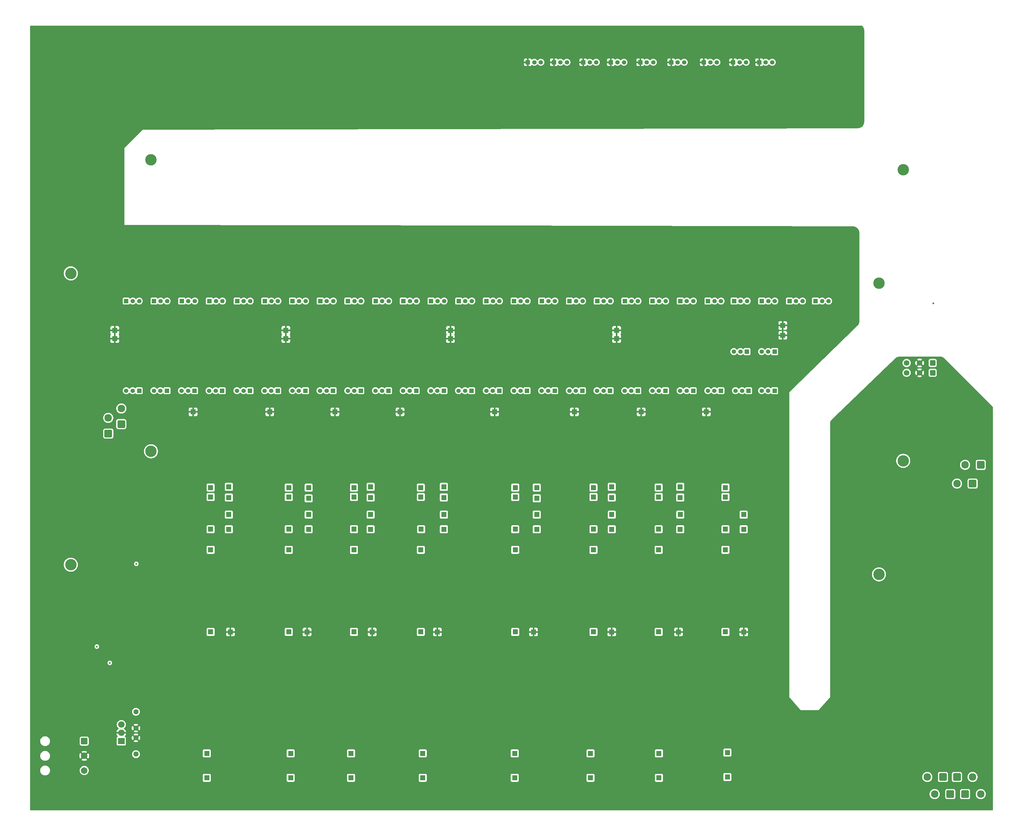
<source format=gbr>
%TF.GenerationSoftware,KiCad,Pcbnew,9.0.2*%
%TF.CreationDate,2025-07-19T15:49:02+01:00*%
%TF.ProjectId,FYP_EQ_MOUNT_UPDATED,4659505f-4551-45f4-9d4f-554e545f5550,rev?*%
%TF.SameCoordinates,Original*%
%TF.FileFunction,Copper,L2,Inr*%
%TF.FilePolarity,Positive*%
%FSLAX46Y46*%
G04 Gerber Fmt 4.6, Leading zero omitted, Abs format (unit mm)*
G04 Created by KiCad (PCBNEW 9.0.2) date 2025-07-19 15:49:02*
%MOMM*%
%LPD*%
G01*
G04 APERTURE LIST*
G04 Aperture macros list*
%AMRoundRect*
0 Rectangle with rounded corners*
0 $1 Rounding radius*
0 $2 $3 $4 $5 $6 $7 $8 $9 X,Y pos of 4 corners*
0 Add a 4 corners polygon primitive as box body*
4,1,4,$2,$3,$4,$5,$6,$7,$8,$9,$2,$3,0*
0 Add four circle primitives for the rounded corners*
1,1,$1+$1,$2,$3*
1,1,$1+$1,$4,$5*
1,1,$1+$1,$6,$7*
1,1,$1+$1,$8,$9*
0 Add four rect primitives between the rounded corners*
20,1,$1+$1,$2,$3,$4,$5,0*
20,1,$1+$1,$4,$5,$6,$7,0*
20,1,$1+$1,$6,$7,$8,$9,0*
20,1,$1+$1,$8,$9,$2,$3,0*%
G04 Aperture macros list end*
%TA.AperFunction,ComponentPad*%
%ADD10R,1.650000X1.650000*%
%TD*%
%TA.AperFunction,ComponentPad*%
%ADD11R,1.350000X1.350000*%
%TD*%
%TA.AperFunction,ComponentPad*%
%ADD12C,1.350000*%
%TD*%
%TA.AperFunction,ComponentPad*%
%ADD13RoundRect,0.250001X0.899999X0.899999X-0.899999X0.899999X-0.899999X-0.899999X0.899999X-0.899999X0*%
%TD*%
%TA.AperFunction,ComponentPad*%
%ADD14C,2.300000*%
%TD*%
%TA.AperFunction,ComponentPad*%
%ADD15RoundRect,0.250000X0.600000X0.600000X-0.600000X0.600000X-0.600000X-0.600000X0.600000X-0.600000X0*%
%TD*%
%TA.AperFunction,ComponentPad*%
%ADD16C,1.700000*%
%TD*%
%TA.AperFunction,ComponentPad*%
%ADD17C,1.600000*%
%TD*%
%TA.AperFunction,ComponentPad*%
%ADD18RoundRect,0.250001X-0.899999X-0.899999X0.899999X-0.899999X0.899999X0.899999X-0.899999X0.899999X0*%
%TD*%
%TA.AperFunction,ComponentPad*%
%ADD19RoundRect,0.250000X-0.750000X0.750000X-0.750000X-0.750000X0.750000X-0.750000X0.750000X0.750000X0*%
%TD*%
%TA.AperFunction,ComponentPad*%
%ADD20C,2.000000*%
%TD*%
%TA.AperFunction,ComponentPad*%
%ADD21RoundRect,0.250001X0.899999X-0.899999X0.899999X0.899999X-0.899999X0.899999X-0.899999X-0.899999X0*%
%TD*%
%TA.AperFunction,ComponentPad*%
%ADD22R,2.000000X1.905000*%
%TD*%
%TA.AperFunction,ComponentPad*%
%ADD23O,2.000000X1.905000*%
%TD*%
%TA.AperFunction,ViaPad*%
%ADD24C,0.600000*%
%TD*%
%TA.AperFunction,ViaPad*%
%ADD25C,3.500000*%
%TD*%
G04 APERTURE END LIST*
D10*
X230950000Y71500000D03*
D11*
X232950000Y182750000D03*
D12*
X230950000Y182750000D03*
X228950000Y182750000D03*
D11*
X110000000Y210250000D03*
D12*
X112000000Y210250000D03*
X114000000Y210250000D03*
D13*
X329700000Y160000000D03*
D14*
X324900000Y160000000D03*
D10*
X137352000Y153013000D03*
D11*
X257950000Y194750000D03*
D12*
X255950000Y194750000D03*
X253950000Y194750000D03*
D11*
X198700000Y283500000D03*
D12*
X200700000Y283500000D03*
X202700000Y283500000D03*
D11*
X212000000Y210250000D03*
D12*
X214000000Y210250000D03*
X216000000Y210250000D03*
D13*
X320350000Y59000000D03*
D14*
X315550000Y59000000D03*
D11*
X258450000Y182750000D03*
D12*
X256450000Y182750000D03*
X254450000Y182750000D03*
D11*
X198950000Y182750000D03*
D12*
X196950000Y182750000D03*
X194950000Y182750000D03*
D11*
X190450000Y182750000D03*
D12*
X188450000Y182750000D03*
X186450000Y182750000D03*
D11*
X234700000Y283500000D03*
D12*
X236700000Y283500000D03*
X238700000Y283500000D03*
D11*
X244700000Y283500000D03*
D12*
X246700000Y283500000D03*
X248700000Y283500000D03*
D11*
X229000000Y210250000D03*
D12*
X231000000Y210250000D03*
X233000000Y210250000D03*
D10*
X230846000Y150144000D03*
X210846000Y153013000D03*
D11*
X190700000Y283500000D03*
D12*
X192700000Y283500000D03*
X194700000Y283500000D03*
D11*
X67450000Y210250000D03*
D12*
X69450000Y210250000D03*
X71450000Y210250000D03*
D10*
X117352000Y133940000D03*
D11*
X216200000Y283500000D03*
D12*
X218200000Y283500000D03*
X220200000Y283500000D03*
D10*
X205000000Y176250000D03*
D11*
X130950000Y182750000D03*
D12*
X128950000Y182750000D03*
X126950000Y182750000D03*
D10*
X93349000Y153013000D03*
D11*
X135500000Y210250000D03*
D12*
X137500000Y210250000D03*
X139500000Y210250000D03*
D10*
X180500000Y176250000D03*
X230846000Y140278000D03*
D11*
X118500000Y210250000D03*
D12*
X120500000Y210250000D03*
X122500000Y210250000D03*
D11*
X169500000Y210250000D03*
D12*
X171500000Y210250000D03*
X173500000Y210250000D03*
D10*
X137352000Y140278000D03*
X137352000Y108768000D03*
X251950000Y64250000D03*
X98950000Y149987000D03*
X268950000Y202750000D03*
X237450000Y153250000D03*
D11*
X71450000Y182750000D03*
D12*
X69450000Y182750000D03*
X67450000Y182750000D03*
D10*
X164950000Y140250000D03*
D11*
X96900000Y182750000D03*
D12*
X94900000Y182750000D03*
X92900000Y182750000D03*
D10*
X117950000Y71500000D03*
D11*
X178000000Y210250000D03*
D12*
X180000000Y210250000D03*
X182000000Y210250000D03*
D10*
X98950000Y140250000D03*
X117352000Y140278000D03*
X256950000Y140250000D03*
D11*
X246000000Y210250000D03*
D12*
X248000000Y210250000D03*
X250000000Y210250000D03*
D10*
X225500000Y176250000D03*
X157852000Y133940000D03*
D11*
X266450000Y182750000D03*
D12*
X264450000Y182750000D03*
X262450000Y182750000D03*
D10*
X142450000Y149987000D03*
X251346000Y153013000D03*
X122950000Y108750000D03*
X237500000Y144750000D03*
X116450000Y201250000D03*
D11*
X173450000Y182750000D03*
D12*
X171450000Y182750000D03*
X169450000Y182750000D03*
D10*
X142450000Y140250000D03*
D11*
X122450000Y182750000D03*
D12*
X120450000Y182750000D03*
X118450000Y182750000D03*
D10*
X137352000Y150144000D03*
X216450000Y144750000D03*
X92200000Y71500000D03*
X193450000Y140250000D03*
D15*
X314950000Y188250000D03*
D16*
X310950000Y188250000D03*
X306950000Y188250000D03*
D11*
X254000000Y210250000D03*
D12*
X256000000Y210250000D03*
X258000000Y210250000D03*
D11*
X152500000Y210250000D03*
D12*
X154500000Y210250000D03*
X156500000Y210250000D03*
D10*
X230846000Y108768000D03*
X268950000Y199750000D03*
X251346000Y108768000D03*
X123450000Y144750000D03*
D11*
X105450000Y182750000D03*
D12*
X103450000Y182750000D03*
X101450000Y182750000D03*
D10*
X210846000Y108768000D03*
X186843000Y140278000D03*
X116450000Y198750000D03*
X123450000Y140250000D03*
X245500000Y176250000D03*
X216450000Y140250000D03*
X186843000Y153013000D03*
X193450000Y153013000D03*
X93349000Y133940000D03*
X98950000Y153250000D03*
X117352000Y150144000D03*
X117950000Y64000000D03*
D11*
X220500000Y210250000D03*
D12*
X222500000Y210250000D03*
X224500000Y210250000D03*
D11*
X266450000Y194750000D03*
D12*
X264450000Y194750000D03*
X262450000Y194750000D03*
D11*
X262500000Y210250000D03*
D12*
X264500000Y210250000D03*
X266500000Y210250000D03*
D10*
X251346000Y133940000D03*
D11*
X253700000Y283500000D03*
D12*
X255700000Y283500000D03*
X257700000Y283500000D03*
D13*
X318100000Y64250000D03*
D14*
X313300000Y64250000D03*
D11*
X195000000Y210250000D03*
D12*
X197000000Y210250000D03*
X199000000Y210250000D03*
D10*
X123450000Y149750000D03*
X217950000Y198750000D03*
X192450000Y108750000D03*
X251346000Y150144000D03*
X63950000Y201250000D03*
X209950000Y71500000D03*
X186700000Y64000000D03*
X157852000Y153013000D03*
D17*
X70450000Y71250000D03*
X70450000Y76250000D03*
D11*
X144000000Y210250000D03*
D12*
X146000000Y210250000D03*
X148000000Y210250000D03*
D10*
X186843000Y108768000D03*
X136450000Y71500000D03*
X137352000Y133940000D03*
D11*
X161000000Y210250000D03*
D12*
X163000000Y210250000D03*
X165000000Y210250000D03*
D10*
X157852000Y150144000D03*
X164950000Y144750000D03*
X230950000Y64000000D03*
X237450000Y149987000D03*
D11*
X113950000Y182750000D03*
D12*
X111950000Y182750000D03*
X109950000Y182750000D03*
D10*
X193450000Y144750000D03*
D11*
X207450000Y182750000D03*
D12*
X205450000Y182750000D03*
X203450000Y182750000D03*
D10*
X117352000Y153013000D03*
X158450000Y71500000D03*
X217950000Y201250000D03*
D11*
X279000000Y210250000D03*
D12*
X281000000Y210250000D03*
X283000000Y210250000D03*
D10*
X186700000Y71500000D03*
X162950000Y108750000D03*
X99450000Y108750000D03*
D13*
X327200000Y154250000D03*
D14*
X322400000Y154250000D03*
D10*
X237450000Y140250000D03*
X131500000Y176250000D03*
X216450000Y153250000D03*
D11*
X225200000Y283500000D03*
D12*
X227200000Y283500000D03*
X229200000Y283500000D03*
D10*
X236950000Y108750000D03*
D17*
X70450000Y84250000D03*
X70450000Y79250000D03*
D10*
X151500000Y176250000D03*
D11*
X261700000Y283500000D03*
D12*
X263700000Y283500000D03*
X265700000Y283500000D03*
D10*
X93349000Y108768000D03*
D11*
X127000000Y210250000D03*
D12*
X129000000Y210250000D03*
X131000000Y210250000D03*
D18*
X322400000Y64250000D03*
D14*
X327200000Y64250000D03*
D11*
X101500000Y210250000D03*
D12*
X103500000Y210250000D03*
X105500000Y210250000D03*
D11*
X215950000Y182750000D03*
D12*
X213950000Y182750000D03*
X211950000Y182750000D03*
D11*
X139450000Y182750000D03*
D12*
X137450000Y182750000D03*
X135450000Y182750000D03*
D11*
X237500000Y210250000D03*
D12*
X239500000Y210250000D03*
X241500000Y210250000D03*
D10*
X142950000Y108750000D03*
X92200000Y64000000D03*
D11*
X156450000Y182750000D03*
D12*
X154450000Y182750000D03*
X152450000Y182750000D03*
D19*
X54575000Y75250000D03*
D20*
X54575000Y70750000D03*
X54575000Y66250000D03*
D10*
X63950000Y198750000D03*
D11*
X241450000Y182750000D03*
D12*
X239450000Y182750000D03*
X237450000Y182750000D03*
D10*
X210846000Y133940000D03*
D11*
X207700000Y283500000D03*
D12*
X209700000Y283500000D03*
X211700000Y283500000D03*
D10*
X186843000Y133940000D03*
X158450000Y64000000D03*
X98950000Y144750000D03*
X142450000Y153250000D03*
D11*
X271000000Y210250000D03*
D12*
X273000000Y210250000D03*
X275000000Y210250000D03*
D11*
X224450000Y182750000D03*
D12*
X222450000Y182750000D03*
X220450000Y182750000D03*
D10*
X166950000Y201250000D03*
X157852000Y108768000D03*
X88000000Y176250000D03*
D11*
X181950000Y182750000D03*
D12*
X179950000Y182750000D03*
X177950000Y182750000D03*
D10*
X210846000Y150144000D03*
X251950000Y71750000D03*
D21*
X65950000Y172500000D03*
D14*
X65950000Y177300000D03*
D11*
X186500000Y210250000D03*
D12*
X188500000Y210250000D03*
X190500000Y210250000D03*
D11*
X147950000Y182750000D03*
D12*
X145950000Y182750000D03*
X143950000Y182750000D03*
D11*
X76000000Y210250000D03*
D12*
X78000000Y210250000D03*
X80000000Y210250000D03*
D10*
X193450000Y149750000D03*
D15*
X314950000Y191250000D03*
D16*
X310950000Y191250000D03*
X306950000Y191250000D03*
D11*
X79950000Y182750000D03*
D12*
X77950000Y182750000D03*
X75950000Y182750000D03*
D10*
X166950000Y198750000D03*
D22*
X65950000Y75250000D03*
D23*
X65950000Y77790000D03*
X65950000Y80330000D03*
D11*
X249950000Y182750000D03*
D12*
X247950000Y182750000D03*
X245950000Y182750000D03*
D10*
X117352000Y108768000D03*
X123450000Y153013000D03*
X251346000Y140278000D03*
D18*
X324900000Y59000000D03*
D14*
X329700000Y59000000D03*
D10*
X186843000Y150144000D03*
X216450000Y108750000D03*
D11*
X203500000Y210250000D03*
D12*
X205500000Y210250000D03*
X207500000Y210250000D03*
D10*
X93349000Y140278000D03*
X230846000Y133940000D03*
D11*
X164950000Y182750000D03*
D12*
X162950000Y182750000D03*
X160950000Y182750000D03*
D10*
X230846000Y153013000D03*
X157950000Y140278000D03*
X256950000Y108750000D03*
X111500000Y176250000D03*
D11*
X88450000Y182750000D03*
D12*
X86450000Y182750000D03*
X84450000Y182750000D03*
D10*
X164950000Y153250000D03*
D21*
X61950000Y169600000D03*
D14*
X61950000Y174400000D03*
D11*
X84500000Y210250000D03*
D12*
X86500000Y210250000D03*
X88500000Y210250000D03*
D10*
X136450000Y64000000D03*
X93349000Y150144000D03*
X256950000Y144750000D03*
X209950000Y64000000D03*
X164950000Y149987000D03*
X216450000Y149987000D03*
D11*
X93000000Y210250000D03*
D12*
X95000000Y210250000D03*
X97000000Y210250000D03*
D10*
X142450000Y144750000D03*
X210846000Y140278000D03*
D24*
X58450000Y104250000D03*
X70560626Y129639374D03*
X70950000Y99171987D03*
X62450000Y134750000D03*
X55450000Y101750000D03*
X62421783Y99250000D03*
D25*
X305902599Y161240224D03*
X50449999Y129377494D03*
X75059972Y253553505D03*
X305936772Y250547495D03*
X75068618Y164149841D03*
D24*
X315136000Y209527000D03*
D25*
X298481281Y215718718D03*
X298478161Y126388626D03*
X50476447Y218723552D03*
%TA.AperFunction,Conductor*%
G36*
X64200000Y199240747D02*
G01*
X64162292Y199262518D01*
X64022409Y199300000D01*
X63877591Y199300000D01*
X63737708Y199262518D01*
X63700000Y199240747D01*
X63700000Y200759252D01*
X63737708Y200737482D01*
X63877591Y200700000D01*
X64022409Y200700000D01*
X64162292Y200737482D01*
X64200000Y200759252D01*
X64200000Y199240747D01*
G37*
%TD.AperFunction*%
%TA.AperFunction,Conductor*%
G36*
X116700000Y199240747D02*
G01*
X116662292Y199262518D01*
X116522409Y199300000D01*
X116377591Y199300000D01*
X116237708Y199262518D01*
X116200000Y199240747D01*
X116200000Y200759252D01*
X116237708Y200737482D01*
X116377591Y200700000D01*
X116522409Y200700000D01*
X116662292Y200737482D01*
X116700000Y200759252D01*
X116700000Y199240747D01*
G37*
%TD.AperFunction*%
%TA.AperFunction,Conductor*%
G36*
X167200000Y199240747D02*
G01*
X167162292Y199262518D01*
X167022409Y199300000D01*
X166877591Y199300000D01*
X166737708Y199262518D01*
X166700000Y199240747D01*
X166700000Y200759252D01*
X166737708Y200737482D01*
X166877591Y200700000D01*
X167022409Y200700000D01*
X167162292Y200737482D01*
X167200000Y200759252D01*
X167200000Y199240747D01*
G37*
%TD.AperFunction*%
%TA.AperFunction,Conductor*%
G36*
X218200000Y199240747D02*
G01*
X218162292Y199262518D01*
X218022409Y199300000D01*
X217877591Y199300000D01*
X217737708Y199262518D01*
X217700000Y199240747D01*
X217700000Y200759252D01*
X217737708Y200737482D01*
X217877591Y200700000D01*
X218022409Y200700000D01*
X218162292Y200737482D01*
X218200000Y200759252D01*
X218200000Y199240747D01*
G37*
%TD.AperFunction*%
%TA.AperFunction,Conductor*%
G36*
X293287397Y294729815D02*
G01*
X293308034Y294713185D01*
X293413181Y294608039D01*
X293455226Y294565994D01*
X293466811Y294552624D01*
X293627193Y294338380D01*
X293636758Y294323496D01*
X293765011Y294088617D01*
X293772361Y294072524D01*
X293865888Y293821770D01*
X293870872Y293804794D01*
X293927757Y293543297D01*
X293930275Y293525785D01*
X293949684Y293254418D01*
X293950000Y293245572D01*
X293950000Y265266871D01*
X293949685Y265258037D01*
X293930331Y264987054D01*
X293927820Y264969568D01*
X293871098Y264708431D01*
X293866128Y264691477D01*
X293772865Y264441038D01*
X293765536Y264424964D01*
X293637636Y264190330D01*
X293628097Y264175459D01*
X293468142Y263961372D01*
X293456586Y263948009D01*
X293267843Y263758838D01*
X293254506Y263747252D01*
X293040782Y263586814D01*
X293025940Y263577245D01*
X292791590Y263448811D01*
X292775533Y263441446D01*
X292525297Y263347614D01*
X292508367Y263342609D01*
X292247350Y263285294D01*
X292229880Y263282745D01*
X291958910Y263262775D01*
X291950134Y263262443D01*
X72465872Y262765872D01*
X72465871Y262765871D01*
X72465870Y262765871D01*
X66950000Y257250000D01*
X66950000Y233617848D01*
X68942125Y233613919D01*
X68946054Y233613912D01*
X68946055Y233613912D01*
X179700000Y233395462D01*
X290449528Y233177020D01*
X290458361Y233176687D01*
X290729344Y233156794D01*
X290746831Y233154248D01*
X291007904Y233096989D01*
X291024849Y233091984D01*
X291275148Y232998193D01*
X291291211Y232990829D01*
X291525625Y232862419D01*
X291540478Y232852848D01*
X291754258Y232692426D01*
X291767599Y232680840D01*
X291956418Y232491649D01*
X291967978Y232478284D01*
X292127979Y232264186D01*
X292137521Y232249315D01*
X292265471Y232014644D01*
X292272803Y231998566D01*
X292366096Y231748095D01*
X292371068Y231731139D01*
X292427812Y231469949D01*
X292430324Y231452459D01*
X292449685Y231181426D01*
X292450000Y231172591D01*
X292450000Y204096356D01*
X292449726Y204088125D01*
X292432922Y203835541D01*
X292430742Y203819223D01*
X292381440Y203575121D01*
X292377117Y203559236D01*
X292295913Y203323814D01*
X292289523Y203308642D01*
X292177853Y203086062D01*
X292169510Y203071870D01*
X292029340Y202866045D01*
X292019191Y202853084D01*
X291850230Y202664561D01*
X291844540Y202658620D01*
X270950000Y182250000D01*
X270950000Y88750000D01*
X274450000Y84750000D01*
X279042464Y84750000D01*
X279949999Y84750000D01*
X279950000Y84750000D01*
X283450000Y88750000D01*
X283450000Y126529584D01*
X296327661Y126529584D01*
X296327661Y126247667D01*
X296364456Y125968186D01*
X296437420Y125695882D01*
X296545296Y125435446D01*
X296545301Y125435435D01*
X296686244Y125191316D01*
X296686250Y125191308D01*
X296857865Y124967655D01*
X297057190Y124768330D01*
X297280843Y124596715D01*
X297280851Y124596709D01*
X297524970Y124455766D01*
X297524981Y124455761D01*
X297785417Y124347885D01*
X298057721Y124274921D01*
X298337202Y124238126D01*
X298337210Y124238126D01*
X298619119Y124238126D01*
X298898600Y124274921D01*
X299170904Y124347885D01*
X299431340Y124455761D01*
X299431351Y124455766D01*
X299675470Y124596709D01*
X299675472Y124596710D01*
X299675478Y124596714D01*
X299899126Y124768326D01*
X299899131Y124768330D01*
X300098456Y124967655D01*
X300098461Y124967661D01*
X300270073Y125191309D01*
X300278926Y125206643D01*
X300411020Y125435435D01*
X300411025Y125435446D01*
X300518901Y125695882D01*
X300518903Y125695887D01*
X300591865Y125968184D01*
X300628661Y126247675D01*
X300628661Y126529577D01*
X300591865Y126809068D01*
X300518903Y127081365D01*
X300411024Y127341809D01*
X300270073Y127585943D01*
X300098461Y127809591D01*
X299899126Y128008926D01*
X299675478Y128180538D01*
X299431344Y128321489D01*
X299170900Y128429368D01*
X298898603Y128502330D01*
X298619112Y128539126D01*
X298337210Y128539126D01*
X298057719Y128502330D01*
X297785422Y128429368D01*
X297785417Y128429366D01*
X297773213Y128424311D01*
X297524978Y128321489D01*
X297524975Y128321487D01*
X297524970Y128321485D01*
X297296178Y128189391D01*
X297280844Y128180538D01*
X297057196Y128008926D01*
X297057194Y128008924D01*
X297057190Y128008921D01*
X296857865Y127809596D01*
X296857861Y127809591D01*
X296686249Y127585943D01*
X296686245Y127585937D01*
X296686244Y127585935D01*
X296545301Y127341816D01*
X296545296Y127341805D01*
X296437420Y127081369D01*
X296364456Y126809065D01*
X296327661Y126529584D01*
X283450000Y126529584D01*
X283450000Y154372026D01*
X320849500Y154372026D01*
X320849500Y154127973D01*
X320887678Y153886927D01*
X320963097Y153654812D01*
X321073896Y153437357D01*
X321217339Y153239923D01*
X321217343Y153239918D01*
X321389918Y153067343D01*
X321389923Y153067339D01*
X321587357Y152923896D01*
X321804812Y152813097D01*
X322036927Y152737678D01*
X322222093Y152708350D01*
X322277973Y152699500D01*
X322277974Y152699500D01*
X322522026Y152699500D01*
X322522027Y152699500D01*
X322594769Y152711021D01*
X322763072Y152737678D01*
X322763074Y152737678D01*
X322763076Y152737679D01*
X322995185Y152813096D01*
X323212639Y152923894D01*
X323212642Y152923896D01*
X323410076Y153067339D01*
X323410081Y153067343D01*
X323582656Y153239918D01*
X323582660Y153239923D01*
X323726103Y153437357D01*
X323726106Y153437361D01*
X323836904Y153654815D01*
X323912321Y153886924D01*
X323950500Y154127973D01*
X323950500Y154372027D01*
X323912321Y154613076D01*
X323836904Y154845185D01*
X323726106Y155062639D01*
X323696661Y155103165D01*
X323666091Y155145244D01*
X323614901Y155215701D01*
X325649500Y155215701D01*
X325649500Y153284298D01*
X325652401Y153247432D01*
X325652402Y153247426D01*
X325698253Y153089607D01*
X325698255Y153089604D01*
X325781917Y152948138D01*
X325781923Y152948130D01*
X325898130Y152831923D01*
X325898138Y152831917D01*
X326039604Y152748255D01*
X326039607Y152748253D01*
X326197426Y152702402D01*
X326197432Y152702401D01*
X326234298Y152699500D01*
X326234306Y152699500D01*
X328165701Y152699500D01*
X328202567Y152702401D01*
X328202573Y152702402D01*
X328360392Y152748253D01*
X328360395Y152748255D01*
X328501861Y152831917D01*
X328501869Y152831923D01*
X328618076Y152948130D01*
X328618079Y152948134D01*
X328618081Y152948136D01*
X328701744Y153089603D01*
X328701744Y153089604D01*
X328701746Y153089607D01*
X328747597Y153247426D01*
X328747598Y153247432D01*
X328750499Y153284298D01*
X328750500Y153284313D01*
X328750500Y155215686D01*
X328750500Y155215694D01*
X328747598Y155252569D01*
X328745415Y155260083D01*
X328701746Y155410392D01*
X328701745Y155410393D01*
X328701744Y155410397D01*
X328618081Y155551864D01*
X328501864Y155668081D01*
X328360397Y155751744D01*
X328360393Y155751745D01*
X328360392Y155751746D01*
X328202573Y155797597D01*
X328202571Y155797597D01*
X328202569Y155797598D01*
X328165694Y155800500D01*
X326234306Y155800500D01*
X326197431Y155797598D01*
X326197429Y155797597D01*
X326197426Y155797597D01*
X326039607Y155751746D01*
X326039604Y155751744D01*
X326039603Y155751744D01*
X325898136Y155668081D01*
X325898134Y155668079D01*
X325898130Y155668076D01*
X325781923Y155551869D01*
X325781917Y155551861D01*
X325698255Y155410395D01*
X325698253Y155410392D01*
X325652402Y155252573D01*
X325652401Y155252567D01*
X325649500Y155215701D01*
X323614901Y155215701D01*
X323582660Y155260076D01*
X323582656Y155260081D01*
X323582655Y155260083D01*
X323410083Y155432655D01*
X323212639Y155576106D01*
X322995185Y155686904D01*
X322763076Y155762321D01*
X322522027Y155800500D01*
X322277973Y155800500D01*
X322036924Y155762321D01*
X321804815Y155686904D01*
X321587361Y155576106D01*
X321587357Y155576103D01*
X321389923Y155432660D01*
X321389918Y155432656D01*
X321217343Y155260081D01*
X321217339Y155260076D01*
X321073896Y155062642D01*
X320963097Y154845187D01*
X320887678Y154613072D01*
X320849500Y154372026D01*
X283450000Y154372026D01*
X283450000Y161381182D01*
X303752099Y161381182D01*
X303752099Y161099265D01*
X303788894Y160819784D01*
X303861858Y160547480D01*
X303969734Y160287044D01*
X303969739Y160287033D01*
X304110682Y160042914D01*
X304110688Y160042906D01*
X304282303Y159819253D01*
X304481628Y159619928D01*
X304705281Y159448313D01*
X304705289Y159448307D01*
X304949408Y159307364D01*
X304949419Y159307359D01*
X305209855Y159199483D01*
X305482159Y159126519D01*
X305761640Y159089724D01*
X305761648Y159089724D01*
X306043557Y159089724D01*
X306323038Y159126519D01*
X306595342Y159199483D01*
X306855778Y159307359D01*
X306855789Y159307364D01*
X307099908Y159448307D01*
X307099910Y159448308D01*
X307099916Y159448312D01*
X307323564Y159619924D01*
X307323569Y159619928D01*
X307522894Y159819253D01*
X307522899Y159819259D01*
X307694511Y160042907D01*
X307702841Y160057335D01*
X307740191Y160122026D01*
X323349500Y160122026D01*
X323349500Y159877973D01*
X323387678Y159636927D01*
X323463097Y159404812D01*
X323573896Y159187357D01*
X323717339Y158989923D01*
X323717343Y158989918D01*
X323889918Y158817343D01*
X323889923Y158817339D01*
X324087357Y158673896D01*
X324304812Y158563097D01*
X324536927Y158487678D01*
X324722093Y158458350D01*
X324777973Y158449500D01*
X324777974Y158449500D01*
X325022026Y158449500D01*
X325022027Y158449500D01*
X325094769Y158461021D01*
X325263072Y158487678D01*
X325263074Y158487678D01*
X325263076Y158487679D01*
X325495185Y158563096D01*
X325712639Y158673894D01*
X325712642Y158673896D01*
X325910076Y158817339D01*
X325910081Y158817343D01*
X326082656Y158989918D01*
X326082660Y158989923D01*
X326226103Y159187357D01*
X326226106Y159187361D01*
X326336904Y159404815D01*
X326412321Y159636924D01*
X326450500Y159877973D01*
X326450500Y160122027D01*
X326412321Y160363076D01*
X326336904Y160595185D01*
X326226106Y160812639D01*
X326196661Y160853165D01*
X326166091Y160895244D01*
X326114901Y160965701D01*
X328149500Y160965701D01*
X328149500Y159034298D01*
X328152401Y158997432D01*
X328152402Y158997426D01*
X328198253Y158839607D01*
X328198255Y158839604D01*
X328281917Y158698138D01*
X328281923Y158698130D01*
X328398130Y158581923D01*
X328398138Y158581917D01*
X328539604Y158498255D01*
X328539607Y158498253D01*
X328697426Y158452402D01*
X328697432Y158452401D01*
X328734298Y158449500D01*
X328734306Y158449500D01*
X330665701Y158449500D01*
X330702567Y158452401D01*
X330702573Y158452402D01*
X330860392Y158498253D01*
X330860395Y158498255D01*
X331001861Y158581917D01*
X331001869Y158581923D01*
X331118076Y158698130D01*
X331118079Y158698134D01*
X331118081Y158698136D01*
X331201744Y158839603D01*
X331201744Y158839604D01*
X331201746Y158839607D01*
X331247597Y158997426D01*
X331247598Y158997432D01*
X331250499Y159034298D01*
X331250500Y159034313D01*
X331250500Y160965686D01*
X331250500Y160965694D01*
X331247598Y161002569D01*
X331219505Y161099265D01*
X331201746Y161160392D01*
X331201745Y161160393D01*
X331201744Y161160397D01*
X331118081Y161301864D01*
X331001864Y161418081D01*
X330860397Y161501744D01*
X330860393Y161501745D01*
X330860392Y161501746D01*
X330702573Y161547597D01*
X330702571Y161547597D01*
X330702569Y161547598D01*
X330665694Y161550500D01*
X328734306Y161550500D01*
X328697431Y161547598D01*
X328697429Y161547597D01*
X328697426Y161547597D01*
X328539607Y161501746D01*
X328539604Y161501744D01*
X328539603Y161501744D01*
X328398136Y161418081D01*
X328398134Y161418079D01*
X328398130Y161418076D01*
X328281923Y161301869D01*
X328281917Y161301861D01*
X328198255Y161160395D01*
X328198253Y161160392D01*
X328152402Y161002573D01*
X328152401Y161002567D01*
X328149500Y160965701D01*
X326114901Y160965701D01*
X326082660Y161010076D01*
X326082656Y161010081D01*
X326082655Y161010083D01*
X325910083Y161182655D01*
X325712639Y161326106D01*
X325495185Y161436904D01*
X325263076Y161512321D01*
X325022027Y161550500D01*
X324777973Y161550500D01*
X324536924Y161512321D01*
X324304815Y161436904D01*
X324087361Y161326106D01*
X324087357Y161326103D01*
X323889923Y161182660D01*
X323889918Y161182656D01*
X323717343Y161010081D01*
X323717339Y161010076D01*
X323573896Y160812642D01*
X323573894Y160812639D01*
X323463096Y160595185D01*
X323447596Y160547480D01*
X323387678Y160363072D01*
X323349500Y160122026D01*
X307740191Y160122026D01*
X307778800Y160188899D01*
X307835458Y160287033D01*
X307835463Y160287044D01*
X307866957Y160363076D01*
X307943341Y160547485D01*
X308016303Y160819782D01*
X308053099Y161099273D01*
X308053099Y161381175D01*
X308016303Y161660666D01*
X307943341Y161932963D01*
X307835462Y162193407D01*
X307694511Y162437541D01*
X307522899Y162661189D01*
X307323564Y162860524D01*
X307099916Y163032136D01*
X306855782Y163173087D01*
X306595338Y163280966D01*
X306323041Y163353928D01*
X306043550Y163390724D01*
X305761648Y163390724D01*
X305482157Y163353928D01*
X305209860Y163280966D01*
X304949416Y163173087D01*
X304949413Y163173085D01*
X304949408Y163173083D01*
X304720616Y163040989D01*
X304705282Y163032136D01*
X304481634Y162860524D01*
X304481632Y162860522D01*
X304481628Y162860519D01*
X304282303Y162661194D01*
X304282299Y162661189D01*
X304110687Y162437541D01*
X304110683Y162437535D01*
X304110682Y162437533D01*
X303969739Y162193414D01*
X303969734Y162193403D01*
X303861858Y161932967D01*
X303788894Y161660663D01*
X303752099Y161381182D01*
X283450000Y161381182D01*
X283450000Y172567426D01*
X283450279Y172575738D01*
X283451519Y172594198D01*
X283467416Y172830815D01*
X283469637Y172847273D01*
X283519906Y173093672D01*
X283524313Y173109701D01*
X283607089Y173347160D01*
X283613601Y173362456D01*
X283727398Y173586712D01*
X283735898Y173600999D01*
X283878664Y173808008D01*
X283888998Y173821030D01*
X284060990Y174010181D01*
X284066789Y174016143D01*
X298022766Y187435352D01*
X298972359Y188348422D01*
X305699500Y188348422D01*
X305699500Y188151577D01*
X305730290Y187957173D01*
X305791117Y187769970D01*
X305880476Y187594594D01*
X305946485Y187503741D01*
X305996172Y187435354D01*
X305996174Y187435352D01*
X305996174Y187435351D01*
X306135351Y187296174D01*
X306294594Y187180476D01*
X306469970Y187091117D01*
X306657173Y187030290D01*
X306851578Y186999500D01*
X306851583Y186999500D01*
X307048422Y186999500D01*
X307242826Y187030290D01*
X307430029Y187091117D01*
X307605405Y187180476D01*
X307764646Y187296172D01*
X307903828Y187435354D01*
X308019524Y187594595D01*
X308092328Y187737482D01*
X308108882Y187769970D01*
X308169709Y187957173D01*
X308200500Y188151577D01*
X308200500Y188348419D01*
X308200499Y188348425D01*
X308199260Y188356246D01*
X309600000Y188356246D01*
X309600000Y188143753D01*
X309633242Y187933872D01*
X309633242Y187933869D01*
X309698904Y187731782D01*
X309795380Y187542439D01*
X309834727Y187488282D01*
X309834728Y187488282D01*
X310426212Y188079766D01*
X310437482Y188037708D01*
X310509890Y187912292D01*
X310612292Y187809890D01*
X310737708Y187737482D01*
X310779766Y187726212D01*
X310188282Y187134728D01*
X310188282Y187134727D01*
X310242439Y187095380D01*
X310431782Y186998904D01*
X310633870Y186933242D01*
X310843754Y186900000D01*
X311056246Y186900000D01*
X311266127Y186933242D01*
X311266130Y186933242D01*
X311468217Y186998904D01*
X311657550Y187095375D01*
X311711716Y187134728D01*
X311120233Y187726212D01*
X311162292Y187737482D01*
X311287708Y187809890D01*
X311390110Y187912292D01*
X311462518Y188037708D01*
X311473787Y188079765D01*
X312065269Y187488282D01*
X312065270Y187488282D01*
X312104624Y187542449D01*
X312201095Y187731782D01*
X312266757Y187933869D01*
X312266757Y187933872D01*
X312300000Y188143753D01*
X312300000Y188356246D01*
X312266757Y188566127D01*
X312266757Y188566130D01*
X312201095Y188768217D01*
X312153395Y188861834D01*
X312125948Y188915701D01*
X313699500Y188915701D01*
X313699500Y187584298D01*
X313702401Y187547432D01*
X313702402Y187547426D01*
X313748254Y187389606D01*
X313748255Y187389603D01*
X313831917Y187248137D01*
X313831923Y187248129D01*
X313948129Y187131923D01*
X313948137Y187131917D01*
X314089603Y187048255D01*
X314089606Y187048254D01*
X314247426Y187002402D01*
X314247432Y187002401D01*
X314284298Y186999500D01*
X314284306Y186999500D01*
X315615701Y186999500D01*
X315652567Y187002401D01*
X315652573Y187002402D01*
X315810393Y187048254D01*
X315810396Y187048255D01*
X315951862Y187131917D01*
X315951870Y187131923D01*
X316068076Y187248129D01*
X316068079Y187248133D01*
X316068081Y187248135D01*
X316151744Y187389602D01*
X316165036Y187435354D01*
X316197597Y187547426D01*
X316197598Y187547432D01*
X316200499Y187584298D01*
X316200500Y187584313D01*
X316200500Y188915686D01*
X316200500Y188915694D01*
X316197598Y188952569D01*
X316151744Y189110398D01*
X316068081Y189251865D01*
X315951865Y189368081D01*
X315810398Y189451744D01*
X315694191Y189485505D01*
X315652573Y189497597D01*
X315652571Y189497597D01*
X315652569Y189497598D01*
X315615694Y189500500D01*
X314284306Y189500500D01*
X314247431Y189497598D01*
X314247429Y189497597D01*
X314247426Y189497597D01*
X314151437Y189469709D01*
X314089602Y189451744D01*
X313948135Y189368081D01*
X313948133Y189368079D01*
X313948129Y189368076D01*
X313831923Y189251870D01*
X313831917Y189251862D01*
X313748255Y189110396D01*
X313748254Y189110393D01*
X313702402Y188952573D01*
X313702401Y188952567D01*
X313699500Y188915701D01*
X312125948Y188915701D01*
X312104622Y188957554D01*
X312065270Y189011716D01*
X312065270Y189011717D01*
X311473787Y188420233D01*
X311462518Y188462292D01*
X311390110Y188587708D01*
X311287708Y188690110D01*
X311162292Y188762518D01*
X311120233Y188773787D01*
X311711717Y189365270D01*
X311657554Y189404622D01*
X311468217Y189501095D01*
X311266129Y189566757D01*
X311056246Y189600000D01*
X310843754Y189600000D01*
X310633872Y189566757D01*
X310633869Y189566757D01*
X310431782Y189501095D01*
X310242449Y189404624D01*
X310188282Y189365270D01*
X310188282Y189365269D01*
X310779765Y188773787D01*
X310737708Y188762518D01*
X310612292Y188690110D01*
X310509890Y188587708D01*
X310437482Y188462292D01*
X310426212Y188420233D01*
X309834728Y189011716D01*
X309795375Y188957550D01*
X309698904Y188768217D01*
X309633242Y188566130D01*
X309633242Y188566127D01*
X309600000Y188356246D01*
X308199260Y188356246D01*
X308169709Y188542826D01*
X308121853Y188690110D01*
X308108884Y188730025D01*
X308019524Y188905405D01*
X307903828Y189064646D01*
X307764646Y189203828D01*
X307605405Y189319524D01*
X307430025Y189408884D01*
X307242826Y189469709D01*
X307048422Y189500500D01*
X307048417Y189500500D01*
X306851583Y189500500D01*
X306851578Y189500500D01*
X306657173Y189469709D01*
X306570317Y189441487D01*
X306469975Y189408884D01*
X306469972Y189408882D01*
X306469970Y189408882D01*
X306389896Y189368082D01*
X306294595Y189319524D01*
X306135354Y189203828D01*
X305996172Y189064646D01*
X305887946Y188915686D01*
X305880476Y188905405D01*
X305791117Y188730029D01*
X305730290Y188542826D01*
X305699500Y188348422D01*
X298972359Y188348422D01*
X302092359Y191348422D01*
X305699500Y191348422D01*
X305699500Y191151577D01*
X305730290Y190957173D01*
X305791117Y190769970D01*
X305880476Y190594594D01*
X305946485Y190503741D01*
X305996172Y190435354D01*
X305996174Y190435352D01*
X305996174Y190435351D01*
X306135351Y190296174D01*
X306294594Y190180476D01*
X306469970Y190091117D01*
X306657173Y190030290D01*
X306851578Y189999500D01*
X306851583Y189999500D01*
X307048422Y189999500D01*
X307242826Y190030290D01*
X307430029Y190091117D01*
X307605405Y190180476D01*
X307764646Y190296172D01*
X307903828Y190435354D01*
X308019524Y190594595D01*
X308092328Y190737482D01*
X308108882Y190769970D01*
X308169709Y190957173D01*
X308200500Y191151577D01*
X308200500Y191348419D01*
X308200499Y191348425D01*
X308199260Y191356246D01*
X309600000Y191356246D01*
X309600000Y191143753D01*
X309633242Y190933872D01*
X309633242Y190933869D01*
X309698904Y190731782D01*
X309795380Y190542439D01*
X309834727Y190488282D01*
X309834728Y190488282D01*
X310426212Y191079766D01*
X310437482Y191037708D01*
X310509890Y190912292D01*
X310612292Y190809890D01*
X310737708Y190737482D01*
X310779766Y190726212D01*
X310188282Y190134728D01*
X310188282Y190134727D01*
X310242439Y190095380D01*
X310431782Y189998904D01*
X310633870Y189933242D01*
X310843754Y189900000D01*
X311056246Y189900000D01*
X311266127Y189933242D01*
X311266130Y189933242D01*
X311468217Y189998904D01*
X311657550Y190095375D01*
X311711716Y190134728D01*
X311120233Y190726212D01*
X311162292Y190737482D01*
X311287708Y190809890D01*
X311390110Y190912292D01*
X311462518Y191037708D01*
X311473787Y191079765D01*
X312065269Y190488282D01*
X312065270Y190488282D01*
X312104624Y190542449D01*
X312201095Y190731782D01*
X312266757Y190933869D01*
X312266757Y190933872D01*
X312300000Y191143753D01*
X312300000Y191356246D01*
X312266757Y191566127D01*
X312266757Y191566130D01*
X312201095Y191768217D01*
X312153395Y191861834D01*
X312125948Y191915701D01*
X313699500Y191915701D01*
X313699500Y190584298D01*
X313702401Y190547432D01*
X313702402Y190547426D01*
X313748254Y190389606D01*
X313748255Y190389603D01*
X313831917Y190248137D01*
X313831923Y190248129D01*
X313948129Y190131923D01*
X313948137Y190131917D01*
X314089603Y190048255D01*
X314089606Y190048254D01*
X314247426Y190002402D01*
X314247432Y190002401D01*
X314284298Y189999500D01*
X314284306Y189999500D01*
X315615701Y189999500D01*
X315652567Y190002401D01*
X315652573Y190002402D01*
X315810393Y190048254D01*
X315810396Y190048255D01*
X315951862Y190131917D01*
X315951870Y190131923D01*
X316068076Y190248129D01*
X316068079Y190248133D01*
X316068081Y190248135D01*
X316151744Y190389602D01*
X316165036Y190435354D01*
X316197597Y190547426D01*
X316197598Y190547432D01*
X316200499Y190584298D01*
X316200500Y190584313D01*
X316200500Y191915686D01*
X316200500Y191915694D01*
X316197598Y191952569D01*
X316151744Y192110398D01*
X316068081Y192251865D01*
X315951865Y192368081D01*
X315810398Y192451744D01*
X315694191Y192485505D01*
X315652573Y192497597D01*
X315652571Y192497597D01*
X315652569Y192497598D01*
X315615694Y192500500D01*
X314284306Y192500500D01*
X314247431Y192497598D01*
X314247429Y192497597D01*
X314247426Y192497597D01*
X314151437Y192469709D01*
X314089602Y192451744D01*
X313948135Y192368081D01*
X313948133Y192368079D01*
X313948129Y192368076D01*
X313831923Y192251870D01*
X313831917Y192251862D01*
X313748255Y192110396D01*
X313748254Y192110393D01*
X313702402Y191952573D01*
X313702401Y191952567D01*
X313699500Y191915701D01*
X312125948Y191915701D01*
X312104622Y191957554D01*
X312065270Y192011716D01*
X312065270Y192011717D01*
X311473787Y191420233D01*
X311462518Y191462292D01*
X311390110Y191587708D01*
X311287708Y191690110D01*
X311162292Y191762518D01*
X311120233Y191773787D01*
X311711717Y192365270D01*
X311657554Y192404622D01*
X311468217Y192501095D01*
X311266129Y192566757D01*
X311056246Y192600000D01*
X310843754Y192600000D01*
X310633872Y192566757D01*
X310633869Y192566757D01*
X310431782Y192501095D01*
X310242449Y192404624D01*
X310188282Y192365270D01*
X310188282Y192365269D01*
X310779765Y191773787D01*
X310737708Y191762518D01*
X310612292Y191690110D01*
X310509890Y191587708D01*
X310437482Y191462292D01*
X310426212Y191420233D01*
X309834728Y192011716D01*
X309795375Y191957550D01*
X309698904Y191768217D01*
X309633242Y191566130D01*
X309633242Y191566127D01*
X309600000Y191356246D01*
X308199260Y191356246D01*
X308169709Y191542826D01*
X308121853Y191690110D01*
X308108884Y191730025D01*
X308019524Y191905405D01*
X307903828Y192064646D01*
X307764646Y192203828D01*
X307605405Y192319524D01*
X307430025Y192408884D01*
X307242826Y192469709D01*
X307048422Y192500500D01*
X307048417Y192500500D01*
X306851583Y192500500D01*
X306851578Y192500500D01*
X306657173Y192469709D01*
X306570317Y192441487D01*
X306469975Y192408884D01*
X306469972Y192408882D01*
X306469970Y192408882D01*
X306389896Y192368082D01*
X306294595Y192319524D01*
X306135354Y192203828D01*
X305996172Y192064646D01*
X305887946Y191915686D01*
X305880476Y191905405D01*
X305791117Y191730029D01*
X305730290Y191542826D01*
X305699500Y191348422D01*
X302092359Y191348422D01*
X303485902Y192688367D01*
X303492991Y192694680D01*
X303718155Y192880219D01*
X303733678Y192891130D01*
X303980414Y193037710D01*
X303997419Y193046124D01*
X304263628Y193153347D01*
X304281719Y193159068D01*
X304561162Y193224420D01*
X304579912Y193227315D01*
X304870819Y193249637D01*
X304880306Y193250000D01*
X317117506Y193250000D01*
X317125616Y193249735D01*
X317374521Y193233421D01*
X317390603Y193231303D01*
X317631238Y193183437D01*
X317646904Y193179239D01*
X317879243Y193100371D01*
X317894229Y193094164D01*
X318114283Y192985645D01*
X318128329Y192977535D01*
X318332337Y192841222D01*
X318345206Y192831348D01*
X318532737Y192666887D01*
X318538659Y192661340D01*
X333361340Y177838659D01*
X333366887Y177832737D01*
X333418728Y177773624D01*
X333448131Y177710242D01*
X333449500Y177691865D01*
X333449500Y54229642D01*
X333429815Y54162603D01*
X333413181Y54141961D01*
X333308039Y54036819D01*
X333246716Y54003334D01*
X333220358Y54000500D01*
X38179642Y54000500D01*
X38150201Y54009144D01*
X38120215Y54015668D01*
X38115199Y54019422D01*
X38112603Y54020185D01*
X38091961Y54036819D01*
X37986819Y54141961D01*
X37953334Y54203284D01*
X37950500Y54229642D01*
X37950500Y59122026D01*
X313999500Y59122026D01*
X313999500Y58877973D01*
X314037678Y58636927D01*
X314113097Y58404812D01*
X314223896Y58187357D01*
X314367339Y57989923D01*
X314367343Y57989918D01*
X314539918Y57817343D01*
X314539923Y57817339D01*
X314737357Y57673896D01*
X314954812Y57563097D01*
X315186927Y57487678D01*
X315372093Y57458350D01*
X315427973Y57449500D01*
X315427974Y57449500D01*
X315672026Y57449500D01*
X315672027Y57449500D01*
X315744769Y57461021D01*
X315913072Y57487678D01*
X315913074Y57487678D01*
X315913076Y57487679D01*
X316145185Y57563096D01*
X316362639Y57673894D01*
X316362642Y57673896D01*
X316560076Y57817339D01*
X316560081Y57817343D01*
X316732656Y57989918D01*
X316732660Y57989923D01*
X316876103Y58187357D01*
X316876106Y58187361D01*
X316986904Y58404815D01*
X317062321Y58636924D01*
X317100500Y58877973D01*
X317100500Y59122027D01*
X317062321Y59363076D01*
X316986904Y59595185D01*
X316876106Y59812639D01*
X316846661Y59853165D01*
X316816091Y59895244D01*
X316764901Y59965701D01*
X318799500Y59965701D01*
X318799500Y58034298D01*
X318802401Y57997432D01*
X318802402Y57997426D01*
X318848253Y57839607D01*
X318848255Y57839604D01*
X318931917Y57698138D01*
X318931923Y57698130D01*
X319048130Y57581923D01*
X319048138Y57581917D01*
X319189604Y57498255D01*
X319189607Y57498253D01*
X319347426Y57452402D01*
X319347432Y57452401D01*
X319384298Y57449500D01*
X319384306Y57449500D01*
X321315701Y57449500D01*
X321352567Y57452401D01*
X321352573Y57452402D01*
X321510392Y57498253D01*
X321510395Y57498255D01*
X321651861Y57581917D01*
X321651869Y57581923D01*
X321768076Y57698130D01*
X321768079Y57698134D01*
X321768081Y57698136D01*
X321851744Y57839603D01*
X321851744Y57839604D01*
X321851746Y57839607D01*
X321897597Y57997426D01*
X321897598Y57997432D01*
X321900499Y58034298D01*
X321900500Y58034313D01*
X321900500Y59965686D01*
X321900500Y59965694D01*
X321900499Y59965701D01*
X323349500Y59965701D01*
X323349500Y58034298D01*
X323352401Y57997432D01*
X323352402Y57997426D01*
X323398253Y57839607D01*
X323398255Y57839604D01*
X323481917Y57698138D01*
X323481923Y57698130D01*
X323598130Y57581923D01*
X323598138Y57581917D01*
X323739604Y57498255D01*
X323739607Y57498253D01*
X323897426Y57452402D01*
X323897432Y57452401D01*
X323934298Y57449500D01*
X323934306Y57449500D01*
X325865701Y57449500D01*
X325902567Y57452401D01*
X325902573Y57452402D01*
X326060392Y57498253D01*
X326060395Y57498255D01*
X326201861Y57581917D01*
X326201869Y57581923D01*
X326318076Y57698130D01*
X326318079Y57698134D01*
X326318081Y57698136D01*
X326401744Y57839603D01*
X326401744Y57839604D01*
X326401746Y57839607D01*
X326447597Y57997426D01*
X326447598Y57997432D01*
X326450499Y58034298D01*
X326450500Y58034313D01*
X326450500Y59122026D01*
X328149500Y59122026D01*
X328149500Y58877973D01*
X328187678Y58636927D01*
X328263097Y58404812D01*
X328373896Y58187357D01*
X328517339Y57989923D01*
X328517343Y57989918D01*
X328689918Y57817343D01*
X328689923Y57817339D01*
X328887357Y57673896D01*
X329104812Y57563097D01*
X329336927Y57487678D01*
X329522093Y57458350D01*
X329577973Y57449500D01*
X329577974Y57449500D01*
X329822026Y57449500D01*
X329822027Y57449500D01*
X329894769Y57461021D01*
X330063072Y57487678D01*
X330063074Y57487678D01*
X330063076Y57487679D01*
X330295185Y57563096D01*
X330512639Y57673894D01*
X330512642Y57673896D01*
X330710076Y57817339D01*
X330710081Y57817343D01*
X330882656Y57989918D01*
X330882660Y57989923D01*
X331026103Y58187357D01*
X331026106Y58187361D01*
X331136904Y58404815D01*
X331212321Y58636924D01*
X331250500Y58877973D01*
X331250500Y59122027D01*
X331212321Y59363076D01*
X331136904Y59595185D01*
X331026106Y59812639D01*
X330882655Y60010083D01*
X330710083Y60182655D01*
X330512639Y60326106D01*
X330295185Y60436904D01*
X330063076Y60512321D01*
X329822027Y60550500D01*
X329577973Y60550500D01*
X329336924Y60512321D01*
X329104815Y60436904D01*
X328887361Y60326106D01*
X328887357Y60326103D01*
X328689923Y60182660D01*
X328689918Y60182656D01*
X328517343Y60010081D01*
X328517339Y60010076D01*
X328373896Y59812642D01*
X328263097Y59595187D01*
X328187678Y59363072D01*
X328149500Y59122026D01*
X326450500Y59122026D01*
X326450500Y59965686D01*
X326450500Y59965694D01*
X326447598Y60002569D01*
X326445415Y60010083D01*
X326401746Y60160392D01*
X326401745Y60160393D01*
X326401744Y60160397D01*
X326318081Y60301864D01*
X326201864Y60418081D01*
X326060397Y60501744D01*
X326060393Y60501745D01*
X326060392Y60501746D01*
X325902573Y60547597D01*
X325902571Y60547597D01*
X325902569Y60547598D01*
X325865694Y60550500D01*
X323934306Y60550500D01*
X323897431Y60547598D01*
X323897429Y60547597D01*
X323897426Y60547597D01*
X323739607Y60501746D01*
X323739604Y60501744D01*
X323739603Y60501744D01*
X323598136Y60418081D01*
X323598134Y60418079D01*
X323598130Y60418076D01*
X323481923Y60301869D01*
X323481917Y60301861D01*
X323398255Y60160395D01*
X323398253Y60160392D01*
X323352402Y60002573D01*
X323352401Y60002567D01*
X323349500Y59965701D01*
X321900499Y59965701D01*
X321897598Y60002569D01*
X321895415Y60010083D01*
X321851746Y60160392D01*
X321851745Y60160393D01*
X321851744Y60160397D01*
X321768081Y60301864D01*
X321651864Y60418081D01*
X321510397Y60501744D01*
X321510393Y60501745D01*
X321510392Y60501746D01*
X321352573Y60547597D01*
X321352571Y60547597D01*
X321352569Y60547598D01*
X321315694Y60550500D01*
X319384306Y60550500D01*
X319347431Y60547598D01*
X319347429Y60547597D01*
X319347426Y60547597D01*
X319189607Y60501746D01*
X319189604Y60501744D01*
X319189603Y60501744D01*
X319048136Y60418081D01*
X319048134Y60418079D01*
X319048130Y60418076D01*
X318931923Y60301869D01*
X318931917Y60301861D01*
X318848255Y60160395D01*
X318848253Y60160392D01*
X318802402Y60002573D01*
X318802401Y60002567D01*
X318799500Y59965701D01*
X316764901Y59965701D01*
X316732660Y60010076D01*
X316732656Y60010081D01*
X316732655Y60010083D01*
X316560083Y60182655D01*
X316362639Y60326106D01*
X316145185Y60436904D01*
X315913076Y60512321D01*
X315672027Y60550500D01*
X315427973Y60550500D01*
X315186924Y60512321D01*
X314954815Y60436904D01*
X314737361Y60326106D01*
X314737357Y60326103D01*
X314539923Y60182660D01*
X314539918Y60182656D01*
X314367343Y60010081D01*
X314367339Y60010076D01*
X314223896Y59812642D01*
X314113097Y59595187D01*
X314037678Y59363072D01*
X313999500Y59122026D01*
X37950500Y59122026D01*
X37950500Y66368097D01*
X41074500Y66368097D01*
X41074500Y66131902D01*
X41111446Y65898631D01*
X41184433Y65674003D01*
X41291657Y65463566D01*
X41335629Y65403045D01*
X41430483Y65272490D01*
X41430485Y65272488D01*
X41430485Y65272487D01*
X41597487Y65105485D01*
X41788566Y64966657D01*
X41999003Y64859433D01*
X42223631Y64786446D01*
X42456903Y64749500D01*
X42456908Y64749500D01*
X42693097Y64749500D01*
X42926368Y64786446D01*
X43150996Y64859433D01*
X43361433Y64966657D01*
X43368616Y64971876D01*
X43552510Y65105483D01*
X43719517Y65272490D01*
X43858343Y65463567D01*
X43915683Y65576103D01*
X43965566Y65674003D01*
X43969758Y65686902D01*
X44038553Y65898632D01*
X44042262Y65922049D01*
X44075500Y66131902D01*
X44075500Y66360221D01*
X53174500Y66360221D01*
X53174500Y66139778D01*
X53208985Y65922047D01*
X53277103Y65712396D01*
X53277104Y65712393D01*
X53377187Y65515974D01*
X53506752Y65337641D01*
X53506756Y65337636D01*
X53662636Y65181756D01*
X53662641Y65181752D01*
X53840974Y65052187D01*
X54037393Y64952104D01*
X54037396Y64952103D01*
X54247047Y64883985D01*
X54392201Y64860995D01*
X54464778Y64849500D01*
X54464779Y64849500D01*
X54685221Y64849500D01*
X54685222Y64849500D01*
X54729571Y64856524D01*
X90974500Y64856524D01*
X90974500Y63143482D01*
X90983034Y63089603D01*
X90989354Y63049696D01*
X91041101Y62948138D01*
X91046951Y62936657D01*
X91046954Y62936652D01*
X91136652Y62846954D01*
X91136657Y62846951D01*
X91136658Y62846950D01*
X91166150Y62831923D01*
X91249698Y62789352D01*
X91343475Y62774500D01*
X91343481Y62774500D01*
X93056517Y62774500D01*
X93124657Y62785292D01*
X93150304Y62789354D01*
X93263342Y62846950D01*
X93263344Y62846952D01*
X93263347Y62846954D01*
X93353045Y62936652D01*
X93353046Y62936654D01*
X93353050Y62936658D01*
X93410646Y63049696D01*
X93410646Y63049697D01*
X93410647Y63049698D01*
X93425499Y63143475D01*
X93425500Y63143481D01*
X93425499Y64856518D01*
X93425498Y64856524D01*
X116724500Y64856524D01*
X116724500Y63143482D01*
X116733034Y63089603D01*
X116739354Y63049696D01*
X116791101Y62948138D01*
X116796951Y62936657D01*
X116796954Y62936652D01*
X116886652Y62846954D01*
X116886657Y62846951D01*
X116886658Y62846950D01*
X116916150Y62831923D01*
X116999698Y62789352D01*
X117093475Y62774500D01*
X117093481Y62774500D01*
X118806517Y62774500D01*
X118874657Y62785292D01*
X118900304Y62789354D01*
X119013342Y62846950D01*
X119013344Y62846952D01*
X119013347Y62846954D01*
X119103045Y62936652D01*
X119103046Y62936654D01*
X119103050Y62936658D01*
X119160646Y63049696D01*
X119160646Y63049697D01*
X119160647Y63049698D01*
X119175499Y63143475D01*
X119175500Y63143481D01*
X119175499Y64856518D01*
X119175498Y64856524D01*
X135224500Y64856524D01*
X135224500Y63143482D01*
X135233034Y63089603D01*
X135239354Y63049696D01*
X135291101Y62948138D01*
X135296951Y62936657D01*
X135296954Y62936652D01*
X135386652Y62846954D01*
X135386657Y62846951D01*
X135386658Y62846950D01*
X135416150Y62831923D01*
X135499698Y62789352D01*
X135593475Y62774500D01*
X135593481Y62774500D01*
X137306517Y62774500D01*
X137374657Y62785292D01*
X137400304Y62789354D01*
X137513342Y62846950D01*
X137513344Y62846952D01*
X137513347Y62846954D01*
X137603045Y62936652D01*
X137603046Y62936654D01*
X137603050Y62936658D01*
X137660646Y63049696D01*
X137660646Y63049697D01*
X137660647Y63049698D01*
X137675499Y63143475D01*
X137675500Y63143481D01*
X137675499Y64856518D01*
X137675498Y64856524D01*
X157224500Y64856524D01*
X157224500Y63143482D01*
X157233034Y63089603D01*
X157239354Y63049696D01*
X157291101Y62948138D01*
X157296951Y62936657D01*
X157296954Y62936652D01*
X157386652Y62846954D01*
X157386657Y62846951D01*
X157386658Y62846950D01*
X157416150Y62831923D01*
X157499698Y62789352D01*
X157593475Y62774500D01*
X157593481Y62774500D01*
X159306517Y62774500D01*
X159374657Y62785292D01*
X159400304Y62789354D01*
X159513342Y62846950D01*
X159513344Y62846952D01*
X159513347Y62846954D01*
X159603045Y62936652D01*
X159603046Y62936654D01*
X159603050Y62936658D01*
X159660646Y63049696D01*
X159660646Y63049697D01*
X159660647Y63049698D01*
X159675499Y63143475D01*
X159675500Y63143481D01*
X159675499Y64856518D01*
X159675498Y64856524D01*
X185474500Y64856524D01*
X185474500Y63143482D01*
X185483034Y63089603D01*
X185489354Y63049696D01*
X185541101Y62948138D01*
X185546951Y62936657D01*
X185546954Y62936652D01*
X185636652Y62846954D01*
X185636657Y62846951D01*
X185636658Y62846950D01*
X185666150Y62831923D01*
X185749698Y62789352D01*
X185843475Y62774500D01*
X185843481Y62774500D01*
X187556517Y62774500D01*
X187624657Y62785292D01*
X187650304Y62789354D01*
X187763342Y62846950D01*
X187763344Y62846952D01*
X187763347Y62846954D01*
X187853045Y62936652D01*
X187853046Y62936654D01*
X187853050Y62936658D01*
X187910646Y63049696D01*
X187910646Y63049697D01*
X187910647Y63049698D01*
X187925499Y63143475D01*
X187925500Y63143481D01*
X187925499Y64856518D01*
X187925498Y64856524D01*
X208724500Y64856524D01*
X208724500Y63143482D01*
X208733034Y63089603D01*
X208739354Y63049696D01*
X208791101Y62948138D01*
X208796951Y62936657D01*
X208796954Y62936652D01*
X208886652Y62846954D01*
X208886657Y62846951D01*
X208886658Y62846950D01*
X208916150Y62831923D01*
X208999698Y62789352D01*
X209093475Y62774500D01*
X209093481Y62774500D01*
X210806517Y62774500D01*
X210874657Y62785292D01*
X210900304Y62789354D01*
X211013342Y62846950D01*
X211013344Y62846952D01*
X211013347Y62846954D01*
X211103045Y62936652D01*
X211103046Y62936654D01*
X211103050Y62936658D01*
X211160646Y63049696D01*
X211160646Y63049697D01*
X211160647Y63049698D01*
X211175499Y63143475D01*
X211175500Y63143481D01*
X211175499Y64856518D01*
X211175498Y64856524D01*
X229724500Y64856524D01*
X229724500Y63143482D01*
X229733034Y63089603D01*
X229739354Y63049696D01*
X229791101Y62948138D01*
X229796951Y62936657D01*
X229796954Y62936652D01*
X229886652Y62846954D01*
X229886657Y62846951D01*
X229886658Y62846950D01*
X229916150Y62831923D01*
X229999698Y62789352D01*
X230093475Y62774500D01*
X230093481Y62774500D01*
X231806517Y62774500D01*
X231874657Y62785292D01*
X231900304Y62789354D01*
X232013342Y62846950D01*
X232013344Y62846952D01*
X232013347Y62846954D01*
X232103045Y62936652D01*
X232103046Y62936654D01*
X232103050Y62936658D01*
X232160646Y63049696D01*
X232160646Y63049697D01*
X232160647Y63049698D01*
X232175499Y63143475D01*
X232175500Y63143481D01*
X232175499Y64856518D01*
X232160646Y64950304D01*
X232103050Y65063342D01*
X232059868Y65106524D01*
X250724500Y65106524D01*
X250724500Y63393482D01*
X250737323Y63312519D01*
X250739354Y63299696D01*
X250796950Y63186658D01*
X250796951Y63186657D01*
X250796954Y63186652D01*
X250886652Y63096954D01*
X250886657Y63096951D01*
X250886658Y63096950D01*
X250924337Y63077751D01*
X250999698Y63039352D01*
X251093475Y63024500D01*
X251093481Y63024500D01*
X252806517Y63024500D01*
X252874657Y63035292D01*
X252900304Y63039354D01*
X253013342Y63096950D01*
X253013344Y63096952D01*
X253013347Y63096954D01*
X253103045Y63186652D01*
X253103046Y63186654D01*
X253103050Y63186658D01*
X253160646Y63299696D01*
X253160646Y63299697D01*
X253160647Y63299698D01*
X253175499Y63393475D01*
X253175500Y63393481D01*
X253175499Y64372026D01*
X311749500Y64372026D01*
X311749500Y64127973D01*
X311787678Y63886927D01*
X311863097Y63654812D01*
X311973896Y63437357D01*
X312117339Y63239923D01*
X312117343Y63239918D01*
X312289918Y63067343D01*
X312289923Y63067339D01*
X312487357Y62923896D01*
X312704812Y62813097D01*
X312936927Y62737678D01*
X313122093Y62708350D01*
X313177973Y62699500D01*
X313177974Y62699500D01*
X313422026Y62699500D01*
X313422027Y62699500D01*
X313494769Y62711021D01*
X313663072Y62737678D01*
X313663074Y62737678D01*
X313663076Y62737679D01*
X313895185Y62813096D01*
X314112639Y62923894D01*
X314130206Y62936657D01*
X314310076Y63067339D01*
X314310081Y63067343D01*
X314482656Y63239918D01*
X314482660Y63239923D01*
X314626103Y63437357D01*
X314626106Y63437361D01*
X314736904Y63654815D01*
X314812321Y63886924D01*
X314850500Y64127973D01*
X314850500Y64372027D01*
X314812321Y64613076D01*
X314736904Y64845185D01*
X314626106Y65062639D01*
X314594222Y65106524D01*
X314566091Y65145244D01*
X314514911Y65215686D01*
X316549500Y65215686D01*
X316549500Y63284298D01*
X316552401Y63247432D01*
X316552402Y63247426D01*
X316598253Y63089607D01*
X316598255Y63089604D01*
X316681917Y62948138D01*
X316681923Y62948130D01*
X316798130Y62831923D01*
X316798138Y62831917D01*
X316939604Y62748255D01*
X316939607Y62748253D01*
X317097426Y62702402D01*
X317097432Y62702401D01*
X317134298Y62699500D01*
X317134306Y62699500D01*
X319065701Y62699500D01*
X319102567Y62702401D01*
X319102573Y62702402D01*
X319260392Y62748253D01*
X319260395Y62748255D01*
X319401861Y62831917D01*
X319401869Y62831923D01*
X319518076Y62948130D01*
X319518079Y62948134D01*
X319518081Y62948136D01*
X319601744Y63089603D01*
X319601744Y63089604D01*
X319601746Y63089607D01*
X319647597Y63247426D01*
X319647598Y63247432D01*
X319650499Y63284298D01*
X319650500Y63284313D01*
X319650500Y65215686D01*
X320849500Y65215686D01*
X320849500Y63284298D01*
X320852401Y63247432D01*
X320852402Y63247426D01*
X320898253Y63089607D01*
X320898255Y63089604D01*
X320981917Y62948138D01*
X320981923Y62948130D01*
X321098130Y62831923D01*
X321098138Y62831917D01*
X321239604Y62748255D01*
X321239607Y62748253D01*
X321397426Y62702402D01*
X321397432Y62702401D01*
X321434298Y62699500D01*
X321434306Y62699500D01*
X323365701Y62699500D01*
X323402567Y62702401D01*
X323402573Y62702402D01*
X323560392Y62748253D01*
X323560395Y62748255D01*
X323701861Y62831917D01*
X323701869Y62831923D01*
X323818076Y62948130D01*
X323818079Y62948134D01*
X323818081Y62948136D01*
X323901744Y63089603D01*
X323901744Y63089604D01*
X323901746Y63089607D01*
X323947597Y63247426D01*
X323947598Y63247432D01*
X323950499Y63284298D01*
X323950500Y63284313D01*
X323950500Y64372026D01*
X325649500Y64372026D01*
X325649500Y64127973D01*
X325687678Y63886927D01*
X325763097Y63654812D01*
X325873896Y63437357D01*
X326017339Y63239923D01*
X326017343Y63239918D01*
X326189918Y63067343D01*
X326189923Y63067339D01*
X326387357Y62923896D01*
X326604812Y62813097D01*
X326836927Y62737678D01*
X327022093Y62708350D01*
X327077973Y62699500D01*
X327077974Y62699500D01*
X327322026Y62699500D01*
X327322027Y62699500D01*
X327394769Y62711021D01*
X327563072Y62737678D01*
X327563074Y62737678D01*
X327563076Y62737679D01*
X327795185Y62813096D01*
X328012639Y62923894D01*
X328030206Y62936657D01*
X328210076Y63067339D01*
X328210081Y63067343D01*
X328382656Y63239918D01*
X328382660Y63239923D01*
X328526103Y63437357D01*
X328526106Y63437361D01*
X328636904Y63654815D01*
X328712321Y63886924D01*
X328750500Y64127973D01*
X328750500Y64372027D01*
X328712321Y64613076D01*
X328636904Y64845185D01*
X328526106Y65062639D01*
X328382655Y65260083D01*
X328210083Y65432655D01*
X328012639Y65576106D01*
X327795185Y65686904D01*
X327563076Y65762321D01*
X327322027Y65800500D01*
X327077973Y65800500D01*
X326836924Y65762321D01*
X326604815Y65686904D01*
X326387361Y65576106D01*
X326387357Y65576103D01*
X326189923Y65432660D01*
X326189918Y65432656D01*
X326017343Y65260081D01*
X326017339Y65260076D01*
X325905774Y65106518D01*
X325873894Y65062639D01*
X325763096Y64845185D01*
X325732006Y64749500D01*
X325687678Y64613072D01*
X325649500Y64372026D01*
X323950500Y64372026D01*
X323950500Y65215686D01*
X323950499Y65215706D01*
X323947598Y65252567D01*
X323947597Y65252573D01*
X323901746Y65410392D01*
X323901745Y65410393D01*
X323901744Y65410397D01*
X323818081Y65551864D01*
X323701864Y65668081D01*
X323560397Y65751744D01*
X323560393Y65751745D01*
X323560392Y65751746D01*
X323402573Y65797597D01*
X323402571Y65797597D01*
X323402569Y65797598D01*
X323365694Y65800500D01*
X321434306Y65800500D01*
X321397431Y65797598D01*
X321397429Y65797597D01*
X321397426Y65797597D01*
X321239607Y65751746D01*
X321239604Y65751744D01*
X321239603Y65751744D01*
X321098136Y65668081D01*
X321098134Y65668079D01*
X321098130Y65668076D01*
X320981923Y65551869D01*
X320981917Y65551861D01*
X320898255Y65410395D01*
X320898253Y65410392D01*
X320852402Y65252573D01*
X320852401Y65252567D01*
X320849501Y65215706D01*
X320849500Y65215686D01*
X319650500Y65215686D01*
X319650499Y65215706D01*
X319647598Y65252567D01*
X319647597Y65252573D01*
X319601746Y65410392D01*
X319601745Y65410393D01*
X319601744Y65410397D01*
X319518081Y65551864D01*
X319401864Y65668081D01*
X319260397Y65751744D01*
X319260393Y65751745D01*
X319260392Y65751746D01*
X319102573Y65797597D01*
X319102571Y65797597D01*
X319102569Y65797598D01*
X319065694Y65800500D01*
X317134306Y65800500D01*
X317097431Y65797598D01*
X317097429Y65797597D01*
X317097426Y65797597D01*
X316939607Y65751746D01*
X316939604Y65751744D01*
X316939603Y65751744D01*
X316798136Y65668081D01*
X316798134Y65668079D01*
X316798130Y65668076D01*
X316681923Y65551869D01*
X316681917Y65551861D01*
X316598255Y65410395D01*
X316598253Y65410392D01*
X316552402Y65252573D01*
X316552401Y65252567D01*
X316549501Y65215706D01*
X316549500Y65215686D01*
X314514911Y65215686D01*
X314482660Y65260076D01*
X314482656Y65260081D01*
X314482655Y65260083D01*
X314310083Y65432655D01*
X314112639Y65576106D01*
X313895185Y65686904D01*
X313663076Y65762321D01*
X313422027Y65800500D01*
X313177973Y65800500D01*
X312936924Y65762321D01*
X312704815Y65686904D01*
X312487361Y65576106D01*
X312487357Y65576103D01*
X312289923Y65432660D01*
X312289918Y65432656D01*
X312117343Y65260081D01*
X312117339Y65260076D01*
X312005774Y65106518D01*
X311973894Y65062639D01*
X311863096Y64845185D01*
X311832006Y64749500D01*
X311787678Y64613072D01*
X311749500Y64372026D01*
X253175499Y64372026D01*
X253175499Y65106518D01*
X253160646Y65200304D01*
X253103050Y65313342D01*
X253013342Y65403050D01*
X252900304Y65460646D01*
X252900302Y65460646D01*
X252900301Y65460647D01*
X252833147Y65471282D01*
X252806519Y65475500D01*
X251093482Y65475499D01*
X250999696Y65460646D01*
X250886658Y65403050D01*
X250886654Y65403046D01*
X250886652Y65403045D01*
X250796954Y65313347D01*
X250796952Y65313344D01*
X250796950Y65313342D01*
X250757805Y65236517D01*
X250739352Y65200301D01*
X250724500Y65106524D01*
X232059868Y65106524D01*
X232013342Y65153050D01*
X231900304Y65210646D01*
X231900302Y65210646D01*
X231900301Y65210647D01*
X231833147Y65221282D01*
X231806519Y65225500D01*
X230093482Y65225499D01*
X229999696Y65210646D01*
X229886658Y65153050D01*
X229886654Y65153046D01*
X229886652Y65153045D01*
X229796954Y65063347D01*
X229796952Y65063344D01*
X229796950Y65063342D01*
X229757805Y64986517D01*
X229739352Y64950301D01*
X229724500Y64856524D01*
X211175498Y64856524D01*
X211160646Y64950304D01*
X211103050Y65063342D01*
X211013342Y65153050D01*
X210900304Y65210646D01*
X210900302Y65210646D01*
X210900301Y65210647D01*
X210833147Y65221282D01*
X210806519Y65225500D01*
X209093482Y65225499D01*
X208999696Y65210646D01*
X208886658Y65153050D01*
X208886654Y65153046D01*
X208886652Y65153045D01*
X208796954Y65063347D01*
X208796952Y65063344D01*
X208796950Y65063342D01*
X208757805Y64986517D01*
X208739352Y64950301D01*
X208724500Y64856524D01*
X187925498Y64856524D01*
X187910646Y64950304D01*
X187853050Y65063342D01*
X187763342Y65153050D01*
X187650304Y65210646D01*
X187650302Y65210646D01*
X187650301Y65210647D01*
X187583147Y65221282D01*
X187556519Y65225500D01*
X185843482Y65225499D01*
X185749696Y65210646D01*
X185636658Y65153050D01*
X185636654Y65153046D01*
X185636652Y65153045D01*
X185546954Y65063347D01*
X185546952Y65063344D01*
X185546950Y65063342D01*
X185507805Y64986517D01*
X185489352Y64950301D01*
X185474500Y64856524D01*
X159675498Y64856524D01*
X159660646Y64950304D01*
X159603050Y65063342D01*
X159513342Y65153050D01*
X159400304Y65210646D01*
X159400302Y65210646D01*
X159400301Y65210647D01*
X159333147Y65221282D01*
X159306519Y65225500D01*
X157593482Y65225499D01*
X157499696Y65210646D01*
X157386658Y65153050D01*
X157386654Y65153046D01*
X157386652Y65153045D01*
X157296954Y65063347D01*
X157296952Y65063344D01*
X157296950Y65063342D01*
X157257805Y64986517D01*
X157239352Y64950301D01*
X157224500Y64856524D01*
X137675498Y64856524D01*
X137660646Y64950304D01*
X137603050Y65063342D01*
X137513342Y65153050D01*
X137400304Y65210646D01*
X137400302Y65210646D01*
X137400301Y65210647D01*
X137333147Y65221282D01*
X137306519Y65225500D01*
X135593482Y65225499D01*
X135499696Y65210646D01*
X135386658Y65153050D01*
X135386654Y65153046D01*
X135386652Y65153045D01*
X135296954Y65063347D01*
X135296952Y65063344D01*
X135296950Y65063342D01*
X135257805Y64986517D01*
X135239352Y64950301D01*
X135224500Y64856524D01*
X119175498Y64856524D01*
X119160646Y64950304D01*
X119103050Y65063342D01*
X119013342Y65153050D01*
X118900304Y65210646D01*
X118900302Y65210646D01*
X118900301Y65210647D01*
X118833147Y65221282D01*
X118806519Y65225500D01*
X117093482Y65225499D01*
X116999696Y65210646D01*
X116886658Y65153050D01*
X116886654Y65153046D01*
X116886652Y65153045D01*
X116796954Y65063347D01*
X116796952Y65063344D01*
X116796950Y65063342D01*
X116757805Y64986517D01*
X116739352Y64950301D01*
X116724500Y64856524D01*
X93425498Y64856524D01*
X93410646Y64950304D01*
X93353050Y65063342D01*
X93263342Y65153050D01*
X93150304Y65210646D01*
X93150302Y65210646D01*
X93150301Y65210647D01*
X93083147Y65221282D01*
X93056519Y65225500D01*
X91343482Y65225499D01*
X91249696Y65210646D01*
X91136658Y65153050D01*
X91136654Y65153046D01*
X91136652Y65153045D01*
X91046954Y65063347D01*
X91046952Y65063344D01*
X91046950Y65063342D01*
X91007805Y64986517D01*
X90989352Y64950301D01*
X90974500Y64856524D01*
X54729571Y64856524D01*
X54794086Y64866742D01*
X54902952Y64883985D01*
X55112603Y64952103D01*
X55112606Y64952104D01*
X55151409Y64971876D01*
X55151410Y64971876D01*
X55309023Y65052185D01*
X55487358Y65181752D01*
X55487363Y65181756D01*
X55643243Y65337636D01*
X55643247Y65337641D01*
X55772812Y65515974D01*
X55772815Y65515978D01*
X55859907Y65686904D01*
X55872895Y65712393D01*
X55872896Y65712396D01*
X55941014Y65922047D01*
X55941015Y65922049D01*
X55975500Y66139778D01*
X55975500Y66360222D01*
X55941015Y66577951D01*
X55872895Y66787606D01*
X55772815Y66984022D01*
X55643242Y67162365D01*
X55487365Y67318242D01*
X55309022Y67447815D01*
X55112606Y67547895D01*
X54902951Y67616015D01*
X54685222Y67650500D01*
X54464778Y67650500D01*
X54247049Y67616015D01*
X54142221Y67581955D01*
X54037396Y67547896D01*
X54037393Y67547895D01*
X54008834Y67533343D01*
X53840978Y67447815D01*
X53840974Y67447812D01*
X53662641Y67318247D01*
X53662636Y67318243D01*
X53506756Y67162363D01*
X53506752Y67162358D01*
X53377187Y66984025D01*
X53277104Y66787606D01*
X53277103Y66787603D01*
X53208985Y66577952D01*
X53208985Y66577951D01*
X53175747Y66368092D01*
X53174500Y66360221D01*
X44075500Y66360221D01*
X44075500Y66368097D01*
X44038553Y66601368D01*
X43978040Y66787606D01*
X43965568Y66825992D01*
X43858343Y67036433D01*
X43719517Y67227510D01*
X43552510Y67394517D01*
X43361433Y67533343D01*
X43150992Y67640568D01*
X42926368Y67713553D01*
X42693097Y67750500D01*
X42693092Y67750500D01*
X42456908Y67750500D01*
X42456903Y67750500D01*
X42223631Y67713553D01*
X42119412Y67679689D01*
X41999008Y67640568D01*
X41999005Y67640566D01*
X41999003Y67640566D01*
X41887991Y67584002D01*
X41788567Y67533343D01*
X41597490Y67394517D01*
X41430483Y67227510D01*
X41291657Y67036433D01*
X41184433Y66825996D01*
X41111446Y66601368D01*
X41074500Y66368097D01*
X37950500Y66368097D01*
X37950500Y70868097D01*
X41074500Y70868097D01*
X41074500Y70631902D01*
X41111446Y70398631D01*
X41184433Y70174003D01*
X41291657Y69963566D01*
X41351723Y69880893D01*
X41430483Y69772490D01*
X41430485Y69772488D01*
X41430485Y69772487D01*
X41597487Y69605485D01*
X41788566Y69466657D01*
X41999003Y69359433D01*
X42223631Y69286446D01*
X42456903Y69249500D01*
X42456908Y69249500D01*
X42693097Y69249500D01*
X42926368Y69286446D01*
X43150996Y69359433D01*
X43361433Y69466657D01*
X43362025Y69467087D01*
X43552510Y69605483D01*
X43719517Y69772490D01*
X43858343Y69963567D01*
X43917190Y70079060D01*
X43965566Y70174003D01*
X44038553Y70398631D01*
X44075500Y70631902D01*
X44075500Y70868052D01*
X53075000Y70868052D01*
X53075000Y70631947D01*
X53111934Y70398752D01*
X53184897Y70174197D01*
X53292084Y69963830D01*
X53352340Y69880894D01*
X54153274Y70681828D01*
X54178963Y70585956D01*
X54234916Y70489044D01*
X54314044Y70409916D01*
X54410956Y70353963D01*
X54506828Y70328274D01*
X53705894Y69527340D01*
X53788830Y69467084D01*
X53999197Y69359897D01*
X54223752Y69286934D01*
X54223751Y69286934D01*
X54456948Y69250000D01*
X54693052Y69250000D01*
X54926247Y69286934D01*
X55150802Y69359897D01*
X55361174Y69467087D01*
X55444104Y69527338D01*
X55444105Y69527340D01*
X54643172Y70328274D01*
X54739044Y70353963D01*
X54835956Y70409916D01*
X54915084Y70489044D01*
X54971037Y70585956D01*
X54996725Y70681827D01*
X55797658Y69880893D01*
X55797658Y69880894D01*
X55857914Y69963828D01*
X55965102Y70174197D01*
X56038065Y70398752D01*
X56075000Y70631947D01*
X56075000Y70868052D01*
X56038065Y71101247D01*
X55969901Y71311035D01*
X55969900Y71311036D01*
X55965103Y71325800D01*
X55955582Y71344486D01*
X69249500Y71344486D01*
X69249500Y71155513D01*
X69279059Y70968881D01*
X69337454Y70789163D01*
X69423240Y70620800D01*
X69474900Y70549697D01*
X69534310Y70467927D01*
X69534312Y70467925D01*
X69534312Y70467924D01*
X69667924Y70334312D01*
X69820800Y70223240D01*
X69989163Y70137454D01*
X70168881Y70079059D01*
X70355514Y70049500D01*
X70355519Y70049500D01*
X70544486Y70049500D01*
X70731118Y70079059D01*
X70910836Y70137454D01*
X71079199Y70223240D01*
X71232073Y70334310D01*
X71365690Y70467927D01*
X71476760Y70620801D01*
X71517290Y70700347D01*
X71562545Y70789163D01*
X71565968Y70799696D01*
X71620940Y70968882D01*
X71627604Y71010956D01*
X71650500Y71155513D01*
X71650500Y71344486D01*
X71620940Y71531118D01*
X71592351Y71619105D01*
X71562547Y71710832D01*
X71476760Y71879199D01*
X71365690Y72032073D01*
X71232073Y72165690D01*
X71079199Y72276760D01*
X70922653Y72356524D01*
X90974500Y72356524D01*
X90974500Y70643482D01*
X90981870Y70596951D01*
X90989354Y70549696D01*
X91046950Y70436658D01*
X91046951Y70436657D01*
X91046954Y70436652D01*
X91136652Y70346954D01*
X91136657Y70346951D01*
X91136658Y70346950D01*
X91174337Y70327751D01*
X91249698Y70289352D01*
X91343475Y70274500D01*
X91343481Y70274500D01*
X93056517Y70274500D01*
X93124657Y70285292D01*
X93150304Y70289354D01*
X93263342Y70346950D01*
X93263344Y70346952D01*
X93263347Y70346954D01*
X93353045Y70436652D01*
X93353046Y70436654D01*
X93353050Y70436658D01*
X93410646Y70549696D01*
X93410646Y70549697D01*
X93410647Y70549698D01*
X93425499Y70643475D01*
X93425500Y70643481D01*
X93425499Y72356518D01*
X93425498Y72356524D01*
X116724500Y72356524D01*
X116724500Y70643482D01*
X116731870Y70596951D01*
X116739354Y70549696D01*
X116796950Y70436658D01*
X116796951Y70436657D01*
X116796954Y70436652D01*
X116886652Y70346954D01*
X116886657Y70346951D01*
X116886658Y70346950D01*
X116924337Y70327751D01*
X116999698Y70289352D01*
X117093475Y70274500D01*
X117093481Y70274500D01*
X118806517Y70274500D01*
X118874657Y70285292D01*
X118900304Y70289354D01*
X119013342Y70346950D01*
X119013344Y70346952D01*
X119013347Y70346954D01*
X119103045Y70436652D01*
X119103046Y70436654D01*
X119103050Y70436658D01*
X119160646Y70549696D01*
X119160646Y70549697D01*
X119160647Y70549698D01*
X119175499Y70643475D01*
X119175500Y70643481D01*
X119175499Y72356518D01*
X119175498Y72356524D01*
X135224500Y72356524D01*
X135224500Y70643482D01*
X135231870Y70596951D01*
X135239354Y70549696D01*
X135296950Y70436658D01*
X135296951Y70436657D01*
X135296954Y70436652D01*
X135386652Y70346954D01*
X135386657Y70346951D01*
X135386658Y70346950D01*
X135424337Y70327751D01*
X135499698Y70289352D01*
X135593475Y70274500D01*
X135593481Y70274500D01*
X137306517Y70274500D01*
X137374657Y70285292D01*
X137400304Y70289354D01*
X137513342Y70346950D01*
X137513344Y70346952D01*
X137513347Y70346954D01*
X137603045Y70436652D01*
X137603046Y70436654D01*
X137603050Y70436658D01*
X137660646Y70549696D01*
X137660646Y70549697D01*
X137660647Y70549698D01*
X137675499Y70643475D01*
X137675500Y70643481D01*
X137675499Y72356518D01*
X137675498Y72356524D01*
X157224500Y72356524D01*
X157224500Y70643482D01*
X157231870Y70596951D01*
X157239354Y70549696D01*
X157296950Y70436658D01*
X157296951Y70436657D01*
X157296954Y70436652D01*
X157386652Y70346954D01*
X157386657Y70346951D01*
X157386658Y70346950D01*
X157424337Y70327751D01*
X157499698Y70289352D01*
X157593475Y70274500D01*
X157593481Y70274500D01*
X159306517Y70274500D01*
X159374657Y70285292D01*
X159400304Y70289354D01*
X159513342Y70346950D01*
X159513344Y70346952D01*
X159513347Y70346954D01*
X159603045Y70436652D01*
X159603046Y70436654D01*
X159603050Y70436658D01*
X159660646Y70549696D01*
X159660646Y70549697D01*
X159660647Y70549698D01*
X159675499Y70643475D01*
X159675500Y70643481D01*
X159675499Y72356518D01*
X159675498Y72356524D01*
X185474500Y72356524D01*
X185474500Y70643482D01*
X185481870Y70596951D01*
X185489354Y70549696D01*
X185546950Y70436658D01*
X185546951Y70436657D01*
X185546954Y70436652D01*
X185636652Y70346954D01*
X185636657Y70346951D01*
X185636658Y70346950D01*
X185674337Y70327751D01*
X185749698Y70289352D01*
X185843475Y70274500D01*
X185843481Y70274500D01*
X187556517Y70274500D01*
X187624657Y70285292D01*
X187650304Y70289354D01*
X187763342Y70346950D01*
X187763344Y70346952D01*
X187763347Y70346954D01*
X187853045Y70436652D01*
X187853046Y70436654D01*
X187853050Y70436658D01*
X187910646Y70549696D01*
X187910646Y70549697D01*
X187910647Y70549698D01*
X187925499Y70643475D01*
X187925500Y70643481D01*
X187925499Y72356518D01*
X187925498Y72356524D01*
X208724500Y72356524D01*
X208724500Y70643482D01*
X208731870Y70596951D01*
X208739354Y70549696D01*
X208796950Y70436658D01*
X208796951Y70436657D01*
X208796954Y70436652D01*
X208886652Y70346954D01*
X208886657Y70346951D01*
X208886658Y70346950D01*
X208924337Y70327751D01*
X208999698Y70289352D01*
X209093475Y70274500D01*
X209093481Y70274500D01*
X210806517Y70274500D01*
X210874657Y70285292D01*
X210900304Y70289354D01*
X211013342Y70346950D01*
X211013344Y70346952D01*
X211013347Y70346954D01*
X211103045Y70436652D01*
X211103046Y70436654D01*
X211103050Y70436658D01*
X211160646Y70549696D01*
X211160646Y70549697D01*
X211160647Y70549698D01*
X211175499Y70643475D01*
X211175500Y70643481D01*
X211175499Y72356518D01*
X211175498Y72356524D01*
X229724500Y72356524D01*
X229724500Y70643482D01*
X229731870Y70596951D01*
X229739354Y70549696D01*
X229796950Y70436658D01*
X229796951Y70436657D01*
X229796954Y70436652D01*
X229886652Y70346954D01*
X229886657Y70346951D01*
X229886658Y70346950D01*
X229924337Y70327751D01*
X229999698Y70289352D01*
X230093475Y70274500D01*
X230093481Y70274500D01*
X231806517Y70274500D01*
X231874657Y70285292D01*
X231900304Y70289354D01*
X232013342Y70346950D01*
X232013344Y70346952D01*
X232013347Y70346954D01*
X232103045Y70436652D01*
X232103046Y70436654D01*
X232103050Y70436658D01*
X232160646Y70549696D01*
X232160646Y70549697D01*
X232160647Y70549698D01*
X232175499Y70643475D01*
X232175500Y70643481D01*
X232175499Y72356518D01*
X232160646Y72450304D01*
X232103050Y72563342D01*
X232059868Y72606524D01*
X250724500Y72606524D01*
X250724500Y70893482D01*
X250728528Y70868052D01*
X250739354Y70799696D01*
X250793185Y70694048D01*
X250796951Y70686657D01*
X250796954Y70686652D01*
X250886652Y70596954D01*
X250886657Y70596951D01*
X250886658Y70596950D01*
X250908235Y70585956D01*
X250999698Y70539352D01*
X251093475Y70524500D01*
X251093481Y70524500D01*
X252806517Y70524500D01*
X252874657Y70535292D01*
X252900304Y70539354D01*
X253013342Y70596950D01*
X253013344Y70596952D01*
X253013347Y70596954D01*
X253103045Y70686652D01*
X253103046Y70686654D01*
X253103050Y70686658D01*
X253160646Y70799696D01*
X253160646Y70799697D01*
X253160647Y70799698D01*
X253175499Y70893475D01*
X253175500Y70893481D01*
X253175499Y72606518D01*
X253160646Y72700304D01*
X253103050Y72813342D01*
X253013342Y72903050D01*
X252900304Y72960646D01*
X252900302Y72960646D01*
X252900301Y72960647D01*
X252833147Y72971282D01*
X252806519Y72975500D01*
X251093482Y72975499D01*
X250999696Y72960646D01*
X250886658Y72903050D01*
X250886654Y72903046D01*
X250886652Y72903045D01*
X250796954Y72813347D01*
X250796952Y72813344D01*
X250796950Y72813342D01*
X250757805Y72736517D01*
X250739352Y72700301D01*
X250724500Y72606524D01*
X232059868Y72606524D01*
X232013342Y72653050D01*
X231900304Y72710646D01*
X231900302Y72710646D01*
X231900301Y72710647D01*
X231833147Y72721282D01*
X231806519Y72725500D01*
X230093482Y72725499D01*
X229999696Y72710646D01*
X229886658Y72653050D01*
X229886654Y72653046D01*
X229886652Y72653045D01*
X229796954Y72563347D01*
X229796952Y72563344D01*
X229796950Y72563342D01*
X229757805Y72486517D01*
X229739352Y72450301D01*
X229724500Y72356524D01*
X211175498Y72356524D01*
X211160646Y72450304D01*
X211103050Y72563342D01*
X211013342Y72653050D01*
X210900304Y72710646D01*
X210900302Y72710646D01*
X210900301Y72710647D01*
X210833147Y72721282D01*
X210806519Y72725500D01*
X209093482Y72725499D01*
X208999696Y72710646D01*
X208886658Y72653050D01*
X208886654Y72653046D01*
X208886652Y72653045D01*
X208796954Y72563347D01*
X208796952Y72563344D01*
X208796950Y72563342D01*
X208757805Y72486517D01*
X208739352Y72450301D01*
X208724500Y72356524D01*
X187925498Y72356524D01*
X187910646Y72450304D01*
X187853050Y72563342D01*
X187763342Y72653050D01*
X187650304Y72710646D01*
X187650302Y72710646D01*
X187650301Y72710647D01*
X187583147Y72721282D01*
X187556519Y72725500D01*
X185843482Y72725499D01*
X185749696Y72710646D01*
X185636658Y72653050D01*
X185636654Y72653046D01*
X185636652Y72653045D01*
X185546954Y72563347D01*
X185546952Y72563344D01*
X185546950Y72563342D01*
X185507805Y72486517D01*
X185489352Y72450301D01*
X185474500Y72356524D01*
X159675498Y72356524D01*
X159660646Y72450304D01*
X159603050Y72563342D01*
X159513342Y72653050D01*
X159400304Y72710646D01*
X159400302Y72710646D01*
X159400301Y72710647D01*
X159333147Y72721282D01*
X159306519Y72725500D01*
X157593482Y72725499D01*
X157499696Y72710646D01*
X157386658Y72653050D01*
X157386654Y72653046D01*
X157386652Y72653045D01*
X157296954Y72563347D01*
X157296952Y72563344D01*
X157296950Y72563342D01*
X157257805Y72486517D01*
X157239352Y72450301D01*
X157224500Y72356524D01*
X137675498Y72356524D01*
X137660646Y72450304D01*
X137603050Y72563342D01*
X137513342Y72653050D01*
X137400304Y72710646D01*
X137400302Y72710646D01*
X137400301Y72710647D01*
X137333147Y72721282D01*
X137306519Y72725500D01*
X135593482Y72725499D01*
X135499696Y72710646D01*
X135386658Y72653050D01*
X135386654Y72653046D01*
X135386652Y72653045D01*
X135296954Y72563347D01*
X135296952Y72563344D01*
X135296950Y72563342D01*
X135257805Y72486517D01*
X135239352Y72450301D01*
X135224500Y72356524D01*
X119175498Y72356524D01*
X119160646Y72450304D01*
X119103050Y72563342D01*
X119013342Y72653050D01*
X118900304Y72710646D01*
X118900302Y72710646D01*
X118900301Y72710647D01*
X118833147Y72721282D01*
X118806519Y72725500D01*
X117093482Y72725499D01*
X116999696Y72710646D01*
X116886658Y72653050D01*
X116886654Y72653046D01*
X116886652Y72653045D01*
X116796954Y72563347D01*
X116796952Y72563344D01*
X116796950Y72563342D01*
X116757805Y72486517D01*
X116739352Y72450301D01*
X116724500Y72356524D01*
X93425498Y72356524D01*
X93410646Y72450304D01*
X93353050Y72563342D01*
X93263342Y72653050D01*
X93150304Y72710646D01*
X93150302Y72710646D01*
X93150301Y72710647D01*
X93083147Y72721282D01*
X93056519Y72725500D01*
X91343482Y72725499D01*
X91249696Y72710646D01*
X91136658Y72653050D01*
X91136654Y72653046D01*
X91136652Y72653045D01*
X91046954Y72563347D01*
X91046952Y72563344D01*
X91046950Y72563342D01*
X91007805Y72486517D01*
X90989352Y72450301D01*
X90974500Y72356524D01*
X70922653Y72356524D01*
X70910832Y72362547D01*
X70731118Y72420940D01*
X70544486Y72450500D01*
X70544481Y72450500D01*
X70355519Y72450500D01*
X70355514Y72450500D01*
X70168881Y72420940D01*
X70085497Y72393846D01*
X69989168Y72362547D01*
X69989165Y72362545D01*
X69989163Y72362545D01*
X69900347Y72317290D01*
X69820801Y72276760D01*
X69667927Y72165690D01*
X69534310Y72032073D01*
X69434369Y71894517D01*
X69423240Y71879199D01*
X69337454Y71710836D01*
X69279059Y71531118D01*
X69249500Y71344486D01*
X55955582Y71344486D01*
X55857918Y71536163D01*
X55857914Y71536169D01*
X55797658Y71619104D01*
X55797658Y71619105D01*
X54996725Y70818171D01*
X54971037Y70914044D01*
X54915084Y71010956D01*
X54835956Y71090084D01*
X54739044Y71146037D01*
X54643171Y71171725D01*
X55444105Y71972658D01*
X55361169Y72032914D01*
X55361163Y72032918D01*
X55150802Y72140102D01*
X54926247Y72213065D01*
X54926248Y72213065D01*
X54693052Y72250000D01*
X54456948Y72250000D01*
X54223752Y72213065D01*
X53999197Y72140102D01*
X53788828Y72032914D01*
X53705894Y71972658D01*
X53705893Y71972658D01*
X54506828Y71171725D01*
X54410956Y71146037D01*
X54314044Y71090084D01*
X54234916Y71010956D01*
X54178963Y70914044D01*
X54153274Y70818171D01*
X53352340Y71619105D01*
X53352338Y71619104D01*
X53292087Y71536174D01*
X53184897Y71325802D01*
X53111934Y71101247D01*
X53075000Y70868052D01*
X44075500Y70868052D01*
X44075500Y70868097D01*
X44038553Y71101368D01*
X44014628Y71175000D01*
X43965568Y71325992D01*
X43858343Y71536433D01*
X43719517Y71727510D01*
X43552510Y71894517D01*
X43361433Y72033343D01*
X43150992Y72140568D01*
X42926368Y72213553D01*
X42693097Y72250500D01*
X42693092Y72250500D01*
X42456908Y72250500D01*
X42456903Y72250500D01*
X42223631Y72213553D01*
X42119412Y72179689D01*
X41999008Y72140568D01*
X41999005Y72140566D01*
X41999003Y72140566D01*
X41887991Y72084002D01*
X41788567Y72033343D01*
X41597490Y71894517D01*
X41430483Y71727510D01*
X41291657Y71536433D01*
X41184433Y71325996D01*
X41111446Y71101368D01*
X41074500Y70868097D01*
X37950500Y70868097D01*
X37950500Y75368097D01*
X41074500Y75368097D01*
X41074500Y75131902D01*
X41111446Y74898631D01*
X41184433Y74674003D01*
X41291657Y74463566D01*
X41339711Y74397426D01*
X41430483Y74272490D01*
X41430485Y74272488D01*
X41430485Y74272487D01*
X41597487Y74105485D01*
X41788566Y73966657D01*
X41999003Y73859433D01*
X42223631Y73786446D01*
X42456903Y73749500D01*
X42456908Y73749500D01*
X42693097Y73749500D01*
X42926368Y73786446D01*
X43150996Y73859433D01*
X43361433Y73966657D01*
X43365283Y73969454D01*
X43552510Y74105483D01*
X43719517Y74272490D01*
X43858343Y74463567D01*
X43909002Y74562991D01*
X43965566Y74674003D01*
X44038553Y74898631D01*
X44075500Y75131902D01*
X44075500Y75368097D01*
X44038553Y75601368D01*
X43965568Y75825992D01*
X43858343Y76036433D01*
X43837078Y76065701D01*
X53174500Y76065701D01*
X53174500Y74434298D01*
X53177401Y74397432D01*
X53177402Y74397426D01*
X53223254Y74239606D01*
X53223255Y74239603D01*
X53306917Y74098137D01*
X53306923Y74098129D01*
X53423129Y73981923D01*
X53423137Y73981917D01*
X53564603Y73898255D01*
X53564606Y73898254D01*
X53722426Y73852402D01*
X53722432Y73852401D01*
X53759298Y73849500D01*
X53759306Y73849500D01*
X55390701Y73849500D01*
X55427567Y73852401D01*
X55427573Y73852402D01*
X55585393Y73898254D01*
X55585396Y73898255D01*
X55608388Y73911852D01*
X55648681Y73935681D01*
X55726862Y73981917D01*
X55726870Y73981923D01*
X55843076Y74098129D01*
X55843079Y74098133D01*
X55843081Y74098135D01*
X55926744Y74239602D01*
X55972598Y74397431D01*
X55975500Y74434306D01*
X55975500Y76065694D01*
X55972598Y76102569D01*
X55926744Y76260398D01*
X55843081Y76401865D01*
X55726865Y76518081D01*
X55585398Y76601744D01*
X55451766Y76640568D01*
X55427573Y76647597D01*
X55427571Y76647597D01*
X55427569Y76647598D01*
X55390694Y76650500D01*
X53759306Y76650500D01*
X53722431Y76647598D01*
X53722429Y76647597D01*
X53722426Y76647597D01*
X53636873Y76622741D01*
X53564602Y76601744D01*
X53423135Y76518081D01*
X53423133Y76518079D01*
X53423129Y76518076D01*
X53306923Y76401870D01*
X53306917Y76401862D01*
X53223255Y76260396D01*
X53223254Y76260393D01*
X53177402Y76102573D01*
X53177401Y76102567D01*
X53174500Y76065701D01*
X43837078Y76065701D01*
X43719517Y76227510D01*
X43552510Y76394517D01*
X43361433Y76533343D01*
X43150992Y76640568D01*
X42926368Y76713553D01*
X42693097Y76750500D01*
X42693092Y76750500D01*
X42456908Y76750500D01*
X42456903Y76750500D01*
X42223631Y76713553D01*
X42189851Y76702577D01*
X41999008Y76640568D01*
X41999005Y76640566D01*
X41999003Y76640566D01*
X41896124Y76588146D01*
X41788567Y76533343D01*
X41597490Y76394517D01*
X41430483Y76227510D01*
X41312911Y76065686D01*
X41291657Y76036433D01*
X41184433Y75825996D01*
X41111446Y75601368D01*
X41074500Y75368097D01*
X37950500Y75368097D01*
X37950500Y78040000D01*
X64471491Y78040000D01*
X65459252Y78040000D01*
X65437482Y78002292D01*
X65400000Y77862409D01*
X65400000Y77717591D01*
X65437482Y77577708D01*
X65459252Y77540000D01*
X64471491Y77540000D01*
X64485765Y77449871D01*
X64556417Y77232429D01*
X64660211Y77028723D01*
X64794595Y76843760D01*
X64853407Y76784948D01*
X64886891Y76723624D01*
X64881906Y76653933D01*
X64840035Y76597999D01*
X64822024Y76586784D01*
X64711658Y76530550D01*
X64711654Y76530546D01*
X64711652Y76530545D01*
X64621954Y76440847D01*
X64621952Y76440844D01*
X64621950Y76440842D01*
X64598345Y76394514D01*
X64564352Y76327801D01*
X64549500Y76234024D01*
X64549500Y74265982D01*
X64562323Y74185019D01*
X64564354Y74172196D01*
X64621950Y74059158D01*
X64621951Y74059157D01*
X64621954Y74059152D01*
X64711652Y73969454D01*
X64711657Y73969451D01*
X64711658Y73969450D01*
X64717140Y73966657D01*
X64824698Y73911852D01*
X64918475Y73897000D01*
X64918481Y73897000D01*
X66981517Y73897000D01*
X67049657Y73907792D01*
X67075304Y73911854D01*
X67188342Y73969450D01*
X67188344Y73969452D01*
X67188347Y73969454D01*
X67278045Y74059152D01*
X67278046Y74059154D01*
X67278050Y74059158D01*
X67335646Y74172196D01*
X67335646Y74172197D01*
X67335647Y74172198D01*
X67350500Y74265975D01*
X67350500Y75217784D01*
X67350499Y76234017D01*
X67347968Y76250000D01*
X67335646Y76327804D01*
X67323156Y76352317D01*
X69150000Y76352317D01*
X69150000Y76147682D01*
X69182009Y75945582D01*
X69245244Y75750968D01*
X69338143Y75568644D01*
X69370523Y75524077D01*
X69370524Y75524077D01*
X70050000Y76203553D01*
X70050000Y76197339D01*
X70077259Y76095606D01*
X70129920Y76004394D01*
X70204394Y75929920D01*
X70295606Y75877259D01*
X70397339Y75850000D01*
X70403554Y75850000D01*
X69724077Y75170524D01*
X69724077Y75170523D01*
X69768644Y75138143D01*
X69950968Y75045244D01*
X70145582Y74982009D01*
X70347683Y74950000D01*
X70552317Y74950000D01*
X70754417Y74982009D01*
X70949031Y75045244D01*
X71131350Y75138141D01*
X71131359Y75138147D01*
X71175921Y75170523D01*
X71175922Y75170524D01*
X70496446Y75850000D01*
X70502661Y75850000D01*
X70604394Y75877259D01*
X70695606Y75929920D01*
X70770080Y76004394D01*
X70822741Y76095606D01*
X70850000Y76197339D01*
X70850000Y76203551D01*
X71529474Y75524076D01*
X71529474Y75524077D01*
X71561859Y75568650D01*
X71654755Y75750968D01*
X71717990Y75945582D01*
X71750000Y76147682D01*
X71750000Y76352317D01*
X71717990Y76554417D01*
X71654755Y76749031D01*
X71561859Y76931349D01*
X71529474Y76975921D01*
X70850000Y76296447D01*
X70850000Y76302661D01*
X70822741Y76404394D01*
X70770080Y76495606D01*
X70695606Y76570080D01*
X70604394Y76622741D01*
X70502661Y76650000D01*
X70496447Y76650000D01*
X71175921Y77329474D01*
X71131349Y77361859D01*
X70949031Y77454755D01*
X70754417Y77517990D01*
X70552317Y77550000D01*
X70347683Y77550000D01*
X70145582Y77517990D01*
X69950968Y77454755D01*
X69768650Y77361859D01*
X69724077Y77329474D01*
X69724076Y77329474D01*
X70403553Y76650000D01*
X70397339Y76650000D01*
X70295606Y76622741D01*
X70204394Y76570080D01*
X70129920Y76495606D01*
X70077259Y76404394D01*
X70050000Y76302661D01*
X70050000Y76296446D01*
X69370524Y76975922D01*
X69370523Y76975921D01*
X69338147Y76931359D01*
X69338141Y76931350D01*
X69245244Y76749031D01*
X69182009Y76554417D01*
X69150000Y76352317D01*
X67323156Y76352317D01*
X67278050Y76440842D01*
X67188342Y76530550D01*
X67077976Y76586784D01*
X67027183Y76634756D01*
X67010388Y76702577D01*
X67032925Y76768712D01*
X67046593Y76784948D01*
X67105402Y76843757D01*
X67239788Y77028723D01*
X67343582Y77232431D01*
X67372209Y77320533D01*
X67372209Y77320534D01*
X67414234Y77449871D01*
X67428509Y77540000D01*
X66440748Y77540000D01*
X66462518Y77577708D01*
X66500000Y77717591D01*
X66500000Y77862409D01*
X66462518Y78002292D01*
X66440748Y78040000D01*
X67428509Y78040000D01*
X67414233Y78130129D01*
X67414233Y78130132D01*
X67398204Y78179465D01*
X67343582Y78347570D01*
X67239788Y78551276D01*
X67105402Y78736242D01*
X66943742Y78897902D01*
X66943736Y78897907D01*
X66774072Y79021175D01*
X66731406Y79076504D01*
X66725427Y79146118D01*
X66758032Y79207913D01*
X66774071Y79221811D01*
X66812868Y79249999D01*
X66878921Y79297989D01*
X66933249Y79352317D01*
X69150000Y79352317D01*
X69150000Y79147682D01*
X69182009Y78945582D01*
X69245244Y78750968D01*
X69338143Y78568644D01*
X69370523Y78524077D01*
X69370524Y78524077D01*
X70050000Y79203553D01*
X70050000Y79197339D01*
X70077259Y79095606D01*
X70129920Y79004394D01*
X70204394Y78929920D01*
X70295606Y78877259D01*
X70397339Y78850000D01*
X70403554Y78850000D01*
X69724077Y78170524D01*
X69724077Y78170523D01*
X69768644Y78138143D01*
X69950968Y78045244D01*
X70145582Y77982009D01*
X70347683Y77950000D01*
X70552317Y77950000D01*
X70754417Y77982009D01*
X70949031Y78045244D01*
X71131350Y78138141D01*
X71131359Y78138147D01*
X71175921Y78170523D01*
X71175922Y78170524D01*
X70496446Y78850000D01*
X70502661Y78850000D01*
X70604394Y78877259D01*
X70695606Y78929920D01*
X70770080Y79004394D01*
X70822741Y79095606D01*
X70850000Y79197339D01*
X70850000Y79203551D01*
X71529474Y78524076D01*
X71529474Y78524077D01*
X71561859Y78568650D01*
X71654755Y78750968D01*
X71717990Y78945582D01*
X71750000Y79147682D01*
X71750000Y79352317D01*
X71717990Y79554417D01*
X71654755Y79749031D01*
X71561859Y79931349D01*
X71529474Y79975921D01*
X70850000Y79296447D01*
X70850000Y79302661D01*
X70822741Y79404394D01*
X70770080Y79495606D01*
X70695606Y79570080D01*
X70604394Y79622741D01*
X70502661Y79650000D01*
X70496447Y79650000D01*
X71175921Y80329474D01*
X71131349Y80361859D01*
X70949031Y80454755D01*
X70754417Y80517990D01*
X70552317Y80550000D01*
X70347683Y80550000D01*
X70145582Y80517990D01*
X69950968Y80454755D01*
X69768650Y80361859D01*
X69724077Y80329474D01*
X69724076Y80329474D01*
X70403553Y79650000D01*
X70397339Y79650000D01*
X70295606Y79622741D01*
X70204394Y79570080D01*
X70129920Y79495606D01*
X70077259Y79404394D01*
X70050000Y79302661D01*
X70050000Y79296446D01*
X69370524Y79975922D01*
X69370523Y79975921D01*
X69338147Y79931359D01*
X69338141Y79931350D01*
X69245244Y79749031D01*
X69182009Y79554417D01*
X69150000Y79352317D01*
X66933249Y79352317D01*
X67029511Y79448579D01*
X67154690Y79620873D01*
X67219990Y79749031D01*
X67251375Y79810627D01*
X67251376Y79810630D01*
X67290600Y79931350D01*
X67317185Y80013172D01*
X67331118Y80101146D01*
X67350500Y80223511D01*
X67350500Y80436488D01*
X67332521Y80550000D01*
X67317185Y80646828D01*
X67251375Y80849372D01*
X67154690Y81039127D01*
X67029511Y81211421D01*
X66878921Y81362011D01*
X66706627Y81487190D01*
X66516872Y81583875D01*
X66314328Y81649685D01*
X66205958Y81666848D01*
X66103988Y81683000D01*
X66103983Y81683000D01*
X65796017Y81683000D01*
X65796012Y81683000D01*
X65683092Y81665114D01*
X65585672Y81649685D01*
X65484400Y81616780D01*
X65383130Y81583876D01*
X65383127Y81583875D01*
X65286442Y81534611D01*
X65193373Y81487190D01*
X65021079Y81362011D01*
X64870489Y81211421D01*
X64745310Y81039127D01*
X64648624Y80849372D01*
X64648623Y80849369D01*
X64582815Y80646829D01*
X64549500Y80436488D01*
X64549500Y80223511D01*
X64582815Y80013170D01*
X64648623Y79810630D01*
X64648624Y79810627D01*
X64745310Y79620872D01*
X64782213Y79570080D01*
X64870489Y79448579D01*
X64870491Y79448577D01*
X64870491Y79448576D01*
X65021076Y79297991D01*
X65021085Y79297984D01*
X65125928Y79221810D01*
X65168594Y79166480D01*
X65174572Y79096867D01*
X65141966Y79035072D01*
X65125927Y79021175D01*
X64956263Y78897907D01*
X64956257Y78897902D01*
X64794597Y78736242D01*
X64660211Y78551276D01*
X64556417Y78347570D01*
X64485765Y78130128D01*
X64471491Y78040000D01*
X37950500Y78040000D01*
X37950500Y84344486D01*
X69249500Y84344486D01*
X69249500Y84155513D01*
X69279059Y83968881D01*
X69337454Y83789163D01*
X69423240Y83620800D01*
X69486610Y83533579D01*
X69534310Y83467927D01*
X69534312Y83467925D01*
X69534312Y83467924D01*
X69667924Y83334312D01*
X69820800Y83223240D01*
X69989163Y83137454D01*
X70168881Y83079059D01*
X70355514Y83049500D01*
X70355519Y83049500D01*
X70544486Y83049500D01*
X70731118Y83079059D01*
X70910836Y83137454D01*
X71079199Y83223240D01*
X71232073Y83334310D01*
X71365690Y83467927D01*
X71476760Y83620801D01*
X71517290Y83700347D01*
X71562545Y83789163D01*
X71620940Y83968881D01*
X71650500Y84155513D01*
X71650500Y84344486D01*
X71620940Y84531118D01*
X71562547Y84710832D01*
X71476760Y84879199D01*
X71365690Y85032073D01*
X71232073Y85165690D01*
X71079199Y85276760D01*
X70910832Y85362547D01*
X70731118Y85420940D01*
X70544486Y85450500D01*
X70544481Y85450500D01*
X70355519Y85450500D01*
X70355514Y85450500D01*
X70168881Y85420940D01*
X70085497Y85393846D01*
X69989168Y85362547D01*
X69989165Y85362545D01*
X69989163Y85362545D01*
X69900347Y85317290D01*
X69820801Y85276760D01*
X69667927Y85165690D01*
X69534310Y85032073D01*
X69423240Y84879199D01*
X69337454Y84710836D01*
X69279059Y84531118D01*
X69249500Y84344486D01*
X37950500Y84344486D01*
X37950500Y99181004D01*
X61721282Y99181004D01*
X61748201Y99045677D01*
X61748204Y99045667D01*
X61801004Y98918195D01*
X61801011Y98918182D01*
X61877668Y98803458D01*
X61877671Y98803454D01*
X61975237Y98705888D01*
X61975241Y98705885D01*
X62089965Y98629228D01*
X62089978Y98629221D01*
X62217450Y98576421D01*
X62217460Y98576418D01*
X62352788Y98549500D01*
X62352790Y98549500D01*
X62490778Y98549500D01*
X62626105Y98576418D01*
X62626115Y98576421D01*
X62753587Y98629221D01*
X62753600Y98629228D01*
X62868324Y98705885D01*
X62868328Y98705888D01*
X62965894Y98803454D01*
X62965897Y98803458D01*
X63042554Y98918182D01*
X63042561Y98918195D01*
X63095361Y99045667D01*
X63095364Y99045677D01*
X63122283Y99181004D01*
X63122283Y99318995D01*
X63095364Y99454322D01*
X63095363Y99454328D01*
X63042558Y99581811D01*
X62965897Y99696542D01*
X62868325Y99794114D01*
X62753594Y99870775D01*
X62626111Y99923580D01*
X62581824Y99932389D01*
X62490778Y99950500D01*
X62490776Y99950500D01*
X62352790Y99950500D01*
X62352788Y99950500D01*
X62217460Y99923581D01*
X62217455Y99923580D01*
X62217450Y99923578D01*
X62089978Y99870778D01*
X62089965Y99870771D01*
X61975241Y99794114D01*
X61975237Y99794111D01*
X61877671Y99696545D01*
X61877668Y99696541D01*
X61801011Y99581817D01*
X61801004Y99581804D01*
X61748204Y99454332D01*
X61748201Y99454322D01*
X61721283Y99318995D01*
X61721283Y99181004D01*
X61721282Y99181004D01*
X37950500Y99181004D01*
X37950500Y104181004D01*
X57749499Y104181004D01*
X57776418Y104045677D01*
X57776421Y104045667D01*
X57829221Y103918195D01*
X57829228Y103918182D01*
X57905885Y103803458D01*
X57905888Y103803454D01*
X58003454Y103705888D01*
X58003458Y103705885D01*
X58118182Y103629228D01*
X58118195Y103629221D01*
X58245667Y103576421D01*
X58245677Y103576418D01*
X58381005Y103549500D01*
X58381007Y103549500D01*
X58518995Y103549500D01*
X58654322Y103576418D01*
X58654332Y103576421D01*
X58781804Y103629221D01*
X58781817Y103629228D01*
X58896541Y103705885D01*
X58896545Y103705888D01*
X58994111Y103803454D01*
X58994114Y103803458D01*
X59070771Y103918182D01*
X59070778Y103918195D01*
X59123578Y104045667D01*
X59123581Y104045677D01*
X59150500Y104181004D01*
X59150500Y104318995D01*
X59123581Y104454322D01*
X59123580Y104454328D01*
X59070775Y104581811D01*
X58994114Y104696542D01*
X58896542Y104794114D01*
X58781811Y104870775D01*
X58654328Y104923580D01*
X58610041Y104932389D01*
X58518995Y104950500D01*
X58518993Y104950500D01*
X58381007Y104950500D01*
X58381005Y104950500D01*
X58245677Y104923581D01*
X58245672Y104923580D01*
X58245667Y104923578D01*
X58118195Y104870778D01*
X58118182Y104870771D01*
X58003458Y104794114D01*
X58003454Y104794111D01*
X57905888Y104696545D01*
X57905885Y104696541D01*
X57829228Y104581817D01*
X57829221Y104581804D01*
X57776421Y104454332D01*
X57776418Y104454322D01*
X57749500Y104318995D01*
X57749500Y104181004D01*
X57749499Y104181004D01*
X37950500Y104181004D01*
X37950500Y109624524D01*
X92123500Y109624524D01*
X92123500Y107911482D01*
X92128937Y107877155D01*
X92138354Y107817696D01*
X92138393Y107817620D01*
X92195951Y107704657D01*
X92195954Y107704652D01*
X92285652Y107614954D01*
X92285657Y107614951D01*
X92285658Y107614950D01*
X92323337Y107595751D01*
X92398698Y107557352D01*
X92492475Y107542500D01*
X92492481Y107542500D01*
X94205517Y107542500D01*
X94273657Y107553292D01*
X94299304Y107557354D01*
X94412342Y107614950D01*
X94412344Y107614952D01*
X94412347Y107614954D01*
X94502045Y107704652D01*
X94502046Y107704654D01*
X94502050Y107704658D01*
X94559646Y107817696D01*
X94559646Y107817697D01*
X94559647Y107817698D01*
X94574500Y107911475D01*
X94574500Y108551362D01*
X94574499Y109622844D01*
X98125000Y109622844D01*
X98125000Y109000000D01*
X98959252Y109000000D01*
X98937482Y108962292D01*
X98900000Y108822409D01*
X98900000Y108677591D01*
X98937482Y108537708D01*
X98959252Y108500000D01*
X98125000Y108500000D01*
X98125000Y107877155D01*
X98131401Y107817627D01*
X98131403Y107817620D01*
X98181645Y107682913D01*
X98181649Y107682906D01*
X98267809Y107567812D01*
X98267812Y107567809D01*
X98382906Y107481649D01*
X98382913Y107481645D01*
X98517620Y107431403D01*
X98517627Y107431401D01*
X98577155Y107425000D01*
X99200000Y107425000D01*
X99200000Y108259252D01*
X99237708Y108237482D01*
X99377591Y108200000D01*
X99522409Y108200000D01*
X99662292Y108237482D01*
X99700000Y108259252D01*
X99700000Y107425000D01*
X100322844Y107425000D01*
X100382372Y107431401D01*
X100382379Y107431403D01*
X100517086Y107481645D01*
X100517093Y107481649D01*
X100632187Y107567809D01*
X100632190Y107567812D01*
X100718350Y107682906D01*
X100718354Y107682913D01*
X100768596Y107817620D01*
X100768598Y107817627D01*
X100774999Y107877155D01*
X100775000Y107877172D01*
X100775000Y108500000D01*
X99940748Y108500000D01*
X99962518Y108537708D01*
X100000000Y108677591D01*
X100000000Y108822409D01*
X99962518Y108962292D01*
X99940748Y109000000D01*
X100775000Y109000000D01*
X100775000Y109622817D01*
X100774998Y109622854D01*
X100774818Y109624524D01*
X116126500Y109624524D01*
X116126500Y107911482D01*
X116131937Y107877155D01*
X116141354Y107817696D01*
X116141393Y107817620D01*
X116198951Y107704657D01*
X116198954Y107704652D01*
X116288652Y107614954D01*
X116288657Y107614951D01*
X116288658Y107614950D01*
X116326337Y107595751D01*
X116401698Y107557352D01*
X116495475Y107542500D01*
X116495481Y107542500D01*
X118208517Y107542500D01*
X118276657Y107553292D01*
X118302304Y107557354D01*
X118415342Y107614950D01*
X118415344Y107614952D01*
X118415347Y107614954D01*
X118505045Y107704652D01*
X118505046Y107704654D01*
X118505050Y107704658D01*
X118562646Y107817696D01*
X118562646Y107817697D01*
X118562647Y107817698D01*
X118577500Y107911475D01*
X118577500Y108551362D01*
X118577499Y109622844D01*
X121625000Y109622844D01*
X121625000Y109000000D01*
X122459252Y109000000D01*
X122437482Y108962292D01*
X122400000Y108822409D01*
X122400000Y108677591D01*
X122437482Y108537708D01*
X122459252Y108500000D01*
X121625000Y108500000D01*
X121625000Y107877155D01*
X121631401Y107817627D01*
X121631403Y107817620D01*
X121681645Y107682913D01*
X121681649Y107682906D01*
X121767809Y107567812D01*
X121767812Y107567809D01*
X121882906Y107481649D01*
X121882913Y107481645D01*
X122017620Y107431403D01*
X122017627Y107431401D01*
X122077155Y107425000D01*
X122700000Y107425000D01*
X122700000Y108259252D01*
X122737708Y108237482D01*
X122877591Y108200000D01*
X123022409Y108200000D01*
X123162292Y108237482D01*
X123200000Y108259252D01*
X123200000Y107425000D01*
X123822844Y107425000D01*
X123882372Y107431401D01*
X123882379Y107431403D01*
X124017086Y107481645D01*
X124017093Y107481649D01*
X124132187Y107567809D01*
X124132190Y107567812D01*
X124218350Y107682906D01*
X124218354Y107682913D01*
X124268596Y107817620D01*
X124268598Y107817627D01*
X124274999Y107877155D01*
X124275000Y107877172D01*
X124275000Y108500000D01*
X123440748Y108500000D01*
X123462518Y108537708D01*
X123500000Y108677591D01*
X123500000Y108822409D01*
X123462518Y108962292D01*
X123440748Y109000000D01*
X124275000Y109000000D01*
X124275000Y109622817D01*
X124274998Y109622854D01*
X124274818Y109624524D01*
X136126500Y109624524D01*
X136126500Y107911482D01*
X136131937Y107877155D01*
X136141354Y107817696D01*
X136141393Y107817620D01*
X136198951Y107704657D01*
X136198954Y107704652D01*
X136288652Y107614954D01*
X136288657Y107614951D01*
X136288658Y107614950D01*
X136326337Y107595751D01*
X136401698Y107557352D01*
X136495475Y107542500D01*
X136495481Y107542500D01*
X138208517Y107542500D01*
X138276657Y107553292D01*
X138302304Y107557354D01*
X138415342Y107614950D01*
X138415344Y107614952D01*
X138415347Y107614954D01*
X138505045Y107704652D01*
X138505046Y107704654D01*
X138505050Y107704658D01*
X138562646Y107817696D01*
X138562646Y107817697D01*
X138562647Y107817698D01*
X138577500Y107911475D01*
X138577500Y108551362D01*
X138577499Y109622844D01*
X141625000Y109622844D01*
X141625000Y109000000D01*
X142459252Y109000000D01*
X142437482Y108962292D01*
X142400000Y108822409D01*
X142400000Y108677591D01*
X142437482Y108537708D01*
X142459252Y108500000D01*
X141625000Y108500000D01*
X141625000Y107877155D01*
X141631401Y107817627D01*
X141631403Y107817620D01*
X141681645Y107682913D01*
X141681649Y107682906D01*
X141767809Y107567812D01*
X141767812Y107567809D01*
X141882906Y107481649D01*
X141882913Y107481645D01*
X142017620Y107431403D01*
X142017627Y107431401D01*
X142077155Y107425000D01*
X142700000Y107425000D01*
X142700000Y108259252D01*
X142737708Y108237482D01*
X142877591Y108200000D01*
X143022409Y108200000D01*
X143162292Y108237482D01*
X143200000Y108259252D01*
X143200000Y107425000D01*
X143822844Y107425000D01*
X143882372Y107431401D01*
X143882379Y107431403D01*
X144017086Y107481645D01*
X144017093Y107481649D01*
X144132187Y107567809D01*
X144132190Y107567812D01*
X144218350Y107682906D01*
X144218354Y107682913D01*
X144268596Y107817620D01*
X144268598Y107817627D01*
X144274999Y107877155D01*
X144275000Y107877172D01*
X144275000Y108500000D01*
X143440748Y108500000D01*
X143462518Y108537708D01*
X143500000Y108677591D01*
X143500000Y108822409D01*
X143462518Y108962292D01*
X143440748Y109000000D01*
X144275000Y109000000D01*
X144275000Y109622817D01*
X144274998Y109622854D01*
X144274818Y109624524D01*
X156626500Y109624524D01*
X156626500Y107911482D01*
X156631937Y107877155D01*
X156641354Y107817696D01*
X156641393Y107817620D01*
X156698951Y107704657D01*
X156698954Y107704652D01*
X156788652Y107614954D01*
X156788657Y107614951D01*
X156788658Y107614950D01*
X156826337Y107595751D01*
X156901698Y107557352D01*
X156995475Y107542500D01*
X156995481Y107542500D01*
X158708517Y107542500D01*
X158776657Y107553292D01*
X158802304Y107557354D01*
X158915342Y107614950D01*
X158915344Y107614952D01*
X158915347Y107614954D01*
X159005045Y107704652D01*
X159005046Y107704654D01*
X159005050Y107704658D01*
X159062646Y107817696D01*
X159062646Y107817697D01*
X159062647Y107817698D01*
X159077500Y107911475D01*
X159077500Y108551362D01*
X159077499Y109622844D01*
X161625000Y109622844D01*
X161625000Y109000000D01*
X162459252Y109000000D01*
X162437482Y108962292D01*
X162400000Y108822409D01*
X162400000Y108677591D01*
X162437482Y108537708D01*
X162459252Y108500000D01*
X161625000Y108500000D01*
X161625000Y107877155D01*
X161631401Y107817627D01*
X161631403Y107817620D01*
X161681645Y107682913D01*
X161681649Y107682906D01*
X161767809Y107567812D01*
X161767812Y107567809D01*
X161882906Y107481649D01*
X161882913Y107481645D01*
X162017620Y107431403D01*
X162017627Y107431401D01*
X162077155Y107425000D01*
X162700000Y107425000D01*
X162700000Y108259252D01*
X162737708Y108237482D01*
X162877591Y108200000D01*
X163022409Y108200000D01*
X163162292Y108237482D01*
X163200000Y108259252D01*
X163200000Y107425000D01*
X163822844Y107425000D01*
X163882372Y107431401D01*
X163882379Y107431403D01*
X164017086Y107481645D01*
X164017093Y107481649D01*
X164132187Y107567809D01*
X164132190Y107567812D01*
X164218350Y107682906D01*
X164218354Y107682913D01*
X164268596Y107817620D01*
X164268598Y107817627D01*
X164274999Y107877155D01*
X164275000Y107877172D01*
X164275000Y108500000D01*
X163440748Y108500000D01*
X163462518Y108537708D01*
X163500000Y108677591D01*
X163500000Y108822409D01*
X163462518Y108962292D01*
X163440748Y109000000D01*
X164275000Y109000000D01*
X164275000Y109622817D01*
X164274998Y109622854D01*
X164274818Y109624524D01*
X185617500Y109624524D01*
X185617500Y107911482D01*
X185622937Y107877155D01*
X185632354Y107817696D01*
X185632393Y107817620D01*
X185689951Y107704657D01*
X185689954Y107704652D01*
X185779652Y107614954D01*
X185779657Y107614951D01*
X185779658Y107614950D01*
X185817337Y107595751D01*
X185892698Y107557352D01*
X185986475Y107542500D01*
X185986481Y107542500D01*
X187699517Y107542500D01*
X187767657Y107553292D01*
X187793304Y107557354D01*
X187906342Y107614950D01*
X187906344Y107614952D01*
X187906347Y107614954D01*
X187996045Y107704652D01*
X187996046Y107704654D01*
X187996050Y107704658D01*
X188053646Y107817696D01*
X188053646Y107817697D01*
X188053647Y107817698D01*
X188068500Y107911475D01*
X188068500Y108551362D01*
X188068499Y109622844D01*
X191125000Y109622844D01*
X191125000Y109000000D01*
X191959252Y109000000D01*
X191937482Y108962292D01*
X191900000Y108822409D01*
X191900000Y108677591D01*
X191937482Y108537708D01*
X191959252Y108500000D01*
X191125000Y108500000D01*
X191125000Y107877155D01*
X191131401Y107817627D01*
X191131403Y107817620D01*
X191181645Y107682913D01*
X191181649Y107682906D01*
X191267809Y107567812D01*
X191267812Y107567809D01*
X191382906Y107481649D01*
X191382913Y107481645D01*
X191517620Y107431403D01*
X191517627Y107431401D01*
X191577155Y107425000D01*
X192200000Y107425000D01*
X192200000Y108259252D01*
X192237708Y108237482D01*
X192377591Y108200000D01*
X192522409Y108200000D01*
X192662292Y108237482D01*
X192700000Y108259252D01*
X192700000Y107425000D01*
X193322844Y107425000D01*
X193382372Y107431401D01*
X193382379Y107431403D01*
X193517086Y107481645D01*
X193517093Y107481649D01*
X193632187Y107567809D01*
X193632190Y107567812D01*
X193718350Y107682906D01*
X193718354Y107682913D01*
X193768596Y107817620D01*
X193768598Y107817627D01*
X193774999Y107877155D01*
X193775000Y107877172D01*
X193775000Y108500000D01*
X192940748Y108500000D01*
X192962518Y108537708D01*
X193000000Y108677591D01*
X193000000Y108822409D01*
X192962518Y108962292D01*
X192940748Y109000000D01*
X193775000Y109000000D01*
X193775000Y109622817D01*
X193774998Y109622854D01*
X193774818Y109624524D01*
X209620500Y109624524D01*
X209620500Y107911482D01*
X209625937Y107877155D01*
X209635354Y107817696D01*
X209635393Y107817620D01*
X209692951Y107704657D01*
X209692954Y107704652D01*
X209782652Y107614954D01*
X209782657Y107614951D01*
X209782658Y107614950D01*
X209820337Y107595751D01*
X209895698Y107557352D01*
X209989475Y107542500D01*
X209989481Y107542500D01*
X211702517Y107542500D01*
X211770657Y107553292D01*
X211796304Y107557354D01*
X211909342Y107614950D01*
X211909344Y107614952D01*
X211909347Y107614954D01*
X211999045Y107704652D01*
X211999046Y107704654D01*
X211999050Y107704658D01*
X212056646Y107817696D01*
X212056646Y107817697D01*
X212056647Y107817698D01*
X212071500Y107911475D01*
X212071500Y108551362D01*
X212071499Y109622844D01*
X215125000Y109622844D01*
X215125000Y109000000D01*
X215959252Y109000000D01*
X215937482Y108962292D01*
X215900000Y108822409D01*
X215900000Y108677591D01*
X215937482Y108537708D01*
X215959252Y108500000D01*
X215125000Y108500000D01*
X215125000Y107877155D01*
X215131401Y107817627D01*
X215131403Y107817620D01*
X215181645Y107682913D01*
X215181649Y107682906D01*
X215267809Y107567812D01*
X215267812Y107567809D01*
X215382906Y107481649D01*
X215382913Y107481645D01*
X215517620Y107431403D01*
X215517627Y107431401D01*
X215577155Y107425000D01*
X216200000Y107425000D01*
X216200000Y108259252D01*
X216237708Y108237482D01*
X216377591Y108200000D01*
X216522409Y108200000D01*
X216662292Y108237482D01*
X216700000Y108259252D01*
X216700000Y107425000D01*
X217322844Y107425000D01*
X217382372Y107431401D01*
X217382379Y107431403D01*
X217517086Y107481645D01*
X217517093Y107481649D01*
X217632187Y107567809D01*
X217632190Y107567812D01*
X217718350Y107682906D01*
X217718354Y107682913D01*
X217768596Y107817620D01*
X217768598Y107817627D01*
X217774999Y107877155D01*
X217775000Y107877172D01*
X217775000Y108500000D01*
X216940748Y108500000D01*
X216962518Y108537708D01*
X217000000Y108677591D01*
X217000000Y108822409D01*
X216962518Y108962292D01*
X216940748Y109000000D01*
X217775000Y109000000D01*
X217775000Y109622817D01*
X217774998Y109622854D01*
X217774818Y109624524D01*
X229620500Y109624524D01*
X229620500Y107911482D01*
X229625937Y107877155D01*
X229635354Y107817696D01*
X229635393Y107817620D01*
X229692951Y107704657D01*
X229692954Y107704652D01*
X229782652Y107614954D01*
X229782657Y107614951D01*
X229782658Y107614950D01*
X229820337Y107595751D01*
X229895698Y107557352D01*
X229989475Y107542500D01*
X229989481Y107542500D01*
X231702517Y107542500D01*
X231770657Y107553292D01*
X231796304Y107557354D01*
X231909342Y107614950D01*
X231909344Y107614952D01*
X231909347Y107614954D01*
X231999045Y107704652D01*
X231999046Y107704654D01*
X231999050Y107704658D01*
X232056646Y107817696D01*
X232056646Y107817697D01*
X232056647Y107817698D01*
X232071500Y107911475D01*
X232071500Y108551362D01*
X232071499Y109622844D01*
X235625000Y109622844D01*
X235625000Y109000000D01*
X236459252Y109000000D01*
X236437482Y108962292D01*
X236400000Y108822409D01*
X236400000Y108677591D01*
X236437482Y108537708D01*
X236459252Y108500000D01*
X235625000Y108500000D01*
X235625000Y107877155D01*
X235631401Y107817627D01*
X235631403Y107817620D01*
X235681645Y107682913D01*
X235681649Y107682906D01*
X235767809Y107567812D01*
X235767812Y107567809D01*
X235882906Y107481649D01*
X235882913Y107481645D01*
X236017620Y107431403D01*
X236017627Y107431401D01*
X236077155Y107425000D01*
X236700000Y107425000D01*
X236700000Y108259252D01*
X236737708Y108237482D01*
X236877591Y108200000D01*
X237022409Y108200000D01*
X237162292Y108237482D01*
X237200000Y108259252D01*
X237200000Y107425000D01*
X237822844Y107425000D01*
X237882372Y107431401D01*
X237882379Y107431403D01*
X238017086Y107481645D01*
X238017093Y107481649D01*
X238132187Y107567809D01*
X238132190Y107567812D01*
X238218350Y107682906D01*
X238218354Y107682913D01*
X238268596Y107817620D01*
X238268598Y107817627D01*
X238274999Y107877155D01*
X238275000Y107877172D01*
X238275000Y108500000D01*
X237440748Y108500000D01*
X237462518Y108537708D01*
X237500000Y108677591D01*
X237500000Y108822409D01*
X237462518Y108962292D01*
X237440748Y109000000D01*
X238275000Y109000000D01*
X238275000Y109622817D01*
X238274998Y109622854D01*
X238274818Y109624524D01*
X250120500Y109624524D01*
X250120500Y107911482D01*
X250125937Y107877155D01*
X250135354Y107817696D01*
X250135393Y107817620D01*
X250192951Y107704657D01*
X250192954Y107704652D01*
X250282652Y107614954D01*
X250282657Y107614951D01*
X250282658Y107614950D01*
X250320337Y107595751D01*
X250395698Y107557352D01*
X250489475Y107542500D01*
X250489481Y107542500D01*
X252202517Y107542500D01*
X252270657Y107553292D01*
X252296304Y107557354D01*
X252409342Y107614950D01*
X252409344Y107614952D01*
X252409347Y107614954D01*
X252499045Y107704652D01*
X252499046Y107704654D01*
X252499050Y107704658D01*
X252556646Y107817696D01*
X252556646Y107817697D01*
X252556647Y107817698D01*
X252571500Y107911475D01*
X252571500Y108551362D01*
X252571499Y109622844D01*
X255625000Y109622844D01*
X255625000Y109000000D01*
X256459252Y109000000D01*
X256437482Y108962292D01*
X256400000Y108822409D01*
X256400000Y108677591D01*
X256437482Y108537708D01*
X256459252Y108500000D01*
X255625000Y108500000D01*
X255625000Y107877155D01*
X255631401Y107817627D01*
X255631403Y107817620D01*
X255681645Y107682913D01*
X255681649Y107682906D01*
X255767809Y107567812D01*
X255767812Y107567809D01*
X255882906Y107481649D01*
X255882913Y107481645D01*
X256017620Y107431403D01*
X256017627Y107431401D01*
X256077155Y107425000D01*
X256700000Y107425000D01*
X256700000Y108259252D01*
X256737708Y108237482D01*
X256877591Y108200000D01*
X257022409Y108200000D01*
X257162292Y108237482D01*
X257200000Y108259252D01*
X257200000Y107425000D01*
X257822844Y107425000D01*
X257882372Y107431401D01*
X257882379Y107431403D01*
X258017086Y107481645D01*
X258017093Y107481649D01*
X258132187Y107567809D01*
X258132190Y107567812D01*
X258218350Y107682906D01*
X258218354Y107682913D01*
X258268596Y107817620D01*
X258268598Y107817627D01*
X258274999Y107877155D01*
X258275000Y107877172D01*
X258275000Y108500000D01*
X257440748Y108500000D01*
X257462518Y108537708D01*
X257500000Y108677591D01*
X257500000Y108822409D01*
X257462518Y108962292D01*
X257440748Y109000000D01*
X258275000Y109000000D01*
X258275000Y109622827D01*
X258274999Y109622844D01*
X258268598Y109682372D01*
X258268596Y109682379D01*
X258218354Y109817086D01*
X258218350Y109817093D01*
X258132190Y109932187D01*
X258132187Y109932190D01*
X258017093Y110018350D01*
X258017086Y110018354D01*
X257882379Y110068596D01*
X257882372Y110068598D01*
X257822844Y110074999D01*
X257822828Y110075000D01*
X257200000Y110075000D01*
X257200000Y109240747D01*
X257162292Y109262518D01*
X257022409Y109300000D01*
X256877591Y109300000D01*
X256737708Y109262518D01*
X256700000Y109240747D01*
X256700000Y110075000D01*
X256077172Y110075000D01*
X256077155Y110074999D01*
X256017627Y110068598D01*
X256017620Y110068596D01*
X255882913Y110018354D01*
X255882906Y110018350D01*
X255767812Y109932190D01*
X255767809Y109932187D01*
X255681649Y109817093D01*
X255681645Y109817086D01*
X255631403Y109682379D01*
X255631401Y109682372D01*
X255625000Y109622844D01*
X252571499Y109622844D01*
X252571499Y109624517D01*
X252571498Y109624524D01*
X252556646Y109718304D01*
X252499050Y109831342D01*
X252409342Y109921050D01*
X252296304Y109978646D01*
X252296302Y109978646D01*
X252296301Y109978647D01*
X252229147Y109989282D01*
X252202519Y109993500D01*
X250489482Y109993499D01*
X250395696Y109978646D01*
X250282658Y109921050D01*
X250282654Y109921046D01*
X250282652Y109921045D01*
X250192954Y109831347D01*
X250192952Y109831344D01*
X250192950Y109831342D01*
X250153805Y109754517D01*
X250135352Y109718301D01*
X250120500Y109624524D01*
X238274818Y109624524D01*
X238268598Y109682372D01*
X238268596Y109682379D01*
X238218354Y109817086D01*
X238218350Y109817093D01*
X238132190Y109932187D01*
X238132187Y109932190D01*
X238017093Y110018350D01*
X238017086Y110018354D01*
X237882379Y110068596D01*
X237882372Y110068598D01*
X237822844Y110074999D01*
X237822828Y110075000D01*
X237200000Y110075000D01*
X237200000Y109240747D01*
X237162292Y109262518D01*
X237022409Y109300000D01*
X236877591Y109300000D01*
X236737708Y109262518D01*
X236700000Y109240747D01*
X236700000Y110075000D01*
X236077172Y110075000D01*
X236077155Y110074999D01*
X236017627Y110068598D01*
X236017620Y110068596D01*
X235882913Y110018354D01*
X235882906Y110018350D01*
X235767812Y109932190D01*
X235767809Y109932187D01*
X235681649Y109817093D01*
X235681645Y109817086D01*
X235631403Y109682379D01*
X235631401Y109682372D01*
X235625000Y109622844D01*
X232071499Y109622844D01*
X232071499Y109624517D01*
X232071498Y109624524D01*
X232056646Y109718304D01*
X231999050Y109831342D01*
X231909342Y109921050D01*
X231796304Y109978646D01*
X231796302Y109978646D01*
X231796301Y109978647D01*
X231729147Y109989282D01*
X231702519Y109993500D01*
X229989482Y109993499D01*
X229895696Y109978646D01*
X229782658Y109921050D01*
X229782654Y109921046D01*
X229782652Y109921045D01*
X229692954Y109831347D01*
X229692952Y109831344D01*
X229692950Y109831342D01*
X229653805Y109754517D01*
X229635352Y109718301D01*
X229620500Y109624524D01*
X217774818Y109624524D01*
X217768598Y109682372D01*
X217768596Y109682379D01*
X217718354Y109817086D01*
X217718350Y109817093D01*
X217632190Y109932187D01*
X217632187Y109932190D01*
X217517093Y110018350D01*
X217517086Y110018354D01*
X217382379Y110068596D01*
X217382372Y110068598D01*
X217322844Y110074999D01*
X217322828Y110075000D01*
X216700000Y110075000D01*
X216700000Y109240747D01*
X216662292Y109262518D01*
X216522409Y109300000D01*
X216377591Y109300000D01*
X216237708Y109262518D01*
X216200000Y109240747D01*
X216200000Y110075000D01*
X215577172Y110075000D01*
X215577155Y110074999D01*
X215517627Y110068598D01*
X215517620Y110068596D01*
X215382913Y110018354D01*
X215382906Y110018350D01*
X215267812Y109932190D01*
X215267809Y109932187D01*
X215181649Y109817093D01*
X215181645Y109817086D01*
X215131403Y109682379D01*
X215131401Y109682372D01*
X215125000Y109622844D01*
X212071499Y109622844D01*
X212071499Y109624517D01*
X212071498Y109624524D01*
X212056646Y109718304D01*
X211999050Y109831342D01*
X211909342Y109921050D01*
X211796304Y109978646D01*
X211796302Y109978646D01*
X211796301Y109978647D01*
X211729147Y109989282D01*
X211702519Y109993500D01*
X209989482Y109993499D01*
X209895696Y109978646D01*
X209782658Y109921050D01*
X209782654Y109921046D01*
X209782652Y109921045D01*
X209692954Y109831347D01*
X209692952Y109831344D01*
X209692950Y109831342D01*
X209653805Y109754517D01*
X209635352Y109718301D01*
X209620500Y109624524D01*
X193774818Y109624524D01*
X193768598Y109682372D01*
X193768596Y109682379D01*
X193718354Y109817086D01*
X193718350Y109817093D01*
X193632190Y109932187D01*
X193632187Y109932190D01*
X193517093Y110018350D01*
X193517086Y110018354D01*
X193382379Y110068596D01*
X193382372Y110068598D01*
X193322844Y110074999D01*
X193322828Y110075000D01*
X192700000Y110075000D01*
X192700000Y109240747D01*
X192662292Y109262518D01*
X192522409Y109300000D01*
X192377591Y109300000D01*
X192237708Y109262518D01*
X192200000Y109240747D01*
X192200000Y110075000D01*
X191577172Y110075000D01*
X191577155Y110074999D01*
X191517627Y110068598D01*
X191517620Y110068596D01*
X191382913Y110018354D01*
X191382906Y110018350D01*
X191267812Y109932190D01*
X191267809Y109932187D01*
X191181649Y109817093D01*
X191181645Y109817086D01*
X191131403Y109682379D01*
X191131401Y109682372D01*
X191125000Y109622844D01*
X188068499Y109622844D01*
X188068499Y109624517D01*
X188068498Y109624524D01*
X188053646Y109718304D01*
X187996050Y109831342D01*
X187906342Y109921050D01*
X187793304Y109978646D01*
X187793302Y109978646D01*
X187793301Y109978647D01*
X187726147Y109989282D01*
X187699519Y109993500D01*
X185986482Y109993499D01*
X185892696Y109978646D01*
X185779658Y109921050D01*
X185779654Y109921046D01*
X185779652Y109921045D01*
X185689954Y109831347D01*
X185689952Y109831344D01*
X185689950Y109831342D01*
X185650805Y109754517D01*
X185632352Y109718301D01*
X185617500Y109624524D01*
X164274818Y109624524D01*
X164268598Y109682372D01*
X164268596Y109682379D01*
X164218354Y109817086D01*
X164218350Y109817093D01*
X164132190Y109932187D01*
X164132187Y109932190D01*
X164017093Y110018350D01*
X164017086Y110018354D01*
X163882379Y110068596D01*
X163882372Y110068598D01*
X163822844Y110074999D01*
X163822828Y110075000D01*
X163200000Y110075000D01*
X163200000Y109240747D01*
X163162292Y109262518D01*
X163022409Y109300000D01*
X162877591Y109300000D01*
X162737708Y109262518D01*
X162700000Y109240747D01*
X162700000Y110075000D01*
X162077172Y110075000D01*
X162077155Y110074999D01*
X162017627Y110068598D01*
X162017620Y110068596D01*
X161882913Y110018354D01*
X161882906Y110018350D01*
X161767812Y109932190D01*
X161767809Y109932187D01*
X161681649Y109817093D01*
X161681645Y109817086D01*
X161631403Y109682379D01*
X161631401Y109682372D01*
X161625000Y109622844D01*
X159077499Y109622844D01*
X159077499Y109624517D01*
X159077498Y109624524D01*
X159062646Y109718304D01*
X159005050Y109831342D01*
X158915342Y109921050D01*
X158802304Y109978646D01*
X158802302Y109978646D01*
X158802301Y109978647D01*
X158735147Y109989282D01*
X158708519Y109993500D01*
X156995482Y109993499D01*
X156901696Y109978646D01*
X156788658Y109921050D01*
X156788654Y109921046D01*
X156788652Y109921045D01*
X156698954Y109831347D01*
X156698952Y109831344D01*
X156698950Y109831342D01*
X156659805Y109754517D01*
X156641352Y109718301D01*
X156626500Y109624524D01*
X144274818Y109624524D01*
X144268598Y109682372D01*
X144268596Y109682379D01*
X144218354Y109817086D01*
X144218350Y109817093D01*
X144132190Y109932187D01*
X144132187Y109932190D01*
X144017093Y110018350D01*
X144017086Y110018354D01*
X143882379Y110068596D01*
X143882372Y110068598D01*
X143822844Y110074999D01*
X143822828Y110075000D01*
X143200000Y110075000D01*
X143200000Y109240747D01*
X143162292Y109262518D01*
X143022409Y109300000D01*
X142877591Y109300000D01*
X142737708Y109262518D01*
X142700000Y109240747D01*
X142700000Y110075000D01*
X142077172Y110075000D01*
X142077155Y110074999D01*
X142017627Y110068598D01*
X142017620Y110068596D01*
X141882913Y110018354D01*
X141882906Y110018350D01*
X141767812Y109932190D01*
X141767809Y109932187D01*
X141681649Y109817093D01*
X141681645Y109817086D01*
X141631403Y109682379D01*
X141631401Y109682372D01*
X141625000Y109622844D01*
X138577499Y109622844D01*
X138577499Y109624517D01*
X138577498Y109624524D01*
X138562646Y109718304D01*
X138505050Y109831342D01*
X138415342Y109921050D01*
X138302304Y109978646D01*
X138302302Y109978646D01*
X138302301Y109978647D01*
X138235147Y109989282D01*
X138208519Y109993500D01*
X136495482Y109993499D01*
X136401696Y109978646D01*
X136288658Y109921050D01*
X136288654Y109921046D01*
X136288652Y109921045D01*
X136198954Y109831347D01*
X136198952Y109831344D01*
X136198950Y109831342D01*
X136159805Y109754517D01*
X136141352Y109718301D01*
X136126500Y109624524D01*
X124274818Y109624524D01*
X124268598Y109682372D01*
X124268596Y109682379D01*
X124218354Y109817086D01*
X124218350Y109817093D01*
X124132190Y109932187D01*
X124132187Y109932190D01*
X124017093Y110018350D01*
X124017086Y110018354D01*
X123882379Y110068596D01*
X123882372Y110068598D01*
X123822844Y110074999D01*
X123822828Y110075000D01*
X123200000Y110075000D01*
X123200000Y109240747D01*
X123162292Y109262518D01*
X123022409Y109300000D01*
X122877591Y109300000D01*
X122737708Y109262518D01*
X122700000Y109240747D01*
X122700000Y110075000D01*
X122077172Y110075000D01*
X122077155Y110074999D01*
X122017627Y110068598D01*
X122017620Y110068596D01*
X121882913Y110018354D01*
X121882906Y110018350D01*
X121767812Y109932190D01*
X121767809Y109932187D01*
X121681649Y109817093D01*
X121681645Y109817086D01*
X121631403Y109682379D01*
X121631401Y109682372D01*
X121625000Y109622844D01*
X118577499Y109622844D01*
X118577499Y109624517D01*
X118577498Y109624524D01*
X118562646Y109718304D01*
X118505050Y109831342D01*
X118415342Y109921050D01*
X118302304Y109978646D01*
X118302302Y109978646D01*
X118302301Y109978647D01*
X118235147Y109989282D01*
X118208519Y109993500D01*
X116495482Y109993499D01*
X116401696Y109978646D01*
X116288658Y109921050D01*
X116288654Y109921046D01*
X116288652Y109921045D01*
X116198954Y109831347D01*
X116198952Y109831344D01*
X116198950Y109831342D01*
X116159805Y109754517D01*
X116141352Y109718301D01*
X116126500Y109624524D01*
X100774818Y109624524D01*
X100768598Y109682372D01*
X100768596Y109682379D01*
X100718354Y109817086D01*
X100718350Y109817093D01*
X100632190Y109932187D01*
X100632187Y109932190D01*
X100517093Y110018350D01*
X100517086Y110018354D01*
X100382379Y110068596D01*
X100382372Y110068598D01*
X100322844Y110074999D01*
X100322828Y110075000D01*
X99700000Y110075000D01*
X99700000Y109240747D01*
X99662292Y109262518D01*
X99522409Y109300000D01*
X99377591Y109300000D01*
X99237708Y109262518D01*
X99200000Y109240747D01*
X99200000Y110075000D01*
X98577172Y110075000D01*
X98577155Y110074999D01*
X98517627Y110068598D01*
X98517620Y110068596D01*
X98382913Y110018354D01*
X98382906Y110018350D01*
X98267812Y109932190D01*
X98267809Y109932187D01*
X98181649Y109817093D01*
X98181645Y109817086D01*
X98131403Y109682379D01*
X98131401Y109682372D01*
X98125000Y109622844D01*
X94574499Y109622844D01*
X94574499Y109624517D01*
X94574498Y109624524D01*
X94559646Y109718304D01*
X94502050Y109831342D01*
X94412342Y109921050D01*
X94299304Y109978646D01*
X94299302Y109978646D01*
X94299301Y109978647D01*
X94232147Y109989282D01*
X94205519Y109993500D01*
X92492482Y109993499D01*
X92398696Y109978646D01*
X92285658Y109921050D01*
X92285654Y109921046D01*
X92285652Y109921045D01*
X92195954Y109831347D01*
X92195952Y109831344D01*
X92195950Y109831342D01*
X92156805Y109754517D01*
X92138352Y109718301D01*
X92123500Y109624524D01*
X37950500Y109624524D01*
X37950500Y129518452D01*
X48299499Y129518452D01*
X48299499Y129236535D01*
X48336294Y128957054D01*
X48409258Y128684750D01*
X48517134Y128424314D01*
X48517139Y128424303D01*
X48658082Y128180184D01*
X48658088Y128180176D01*
X48829703Y127956523D01*
X49029028Y127757198D01*
X49252681Y127585583D01*
X49252689Y127585577D01*
X49496808Y127444634D01*
X49496819Y127444629D01*
X49757255Y127336753D01*
X50029559Y127263789D01*
X50309040Y127226994D01*
X50309048Y127226994D01*
X50590957Y127226994D01*
X50870438Y127263789D01*
X51142742Y127336753D01*
X51403178Y127444629D01*
X51403189Y127444634D01*
X51647308Y127585577D01*
X51647310Y127585578D01*
X51647316Y127585582D01*
X51870964Y127757194D01*
X51870969Y127757198D01*
X52070294Y127956523D01*
X52070299Y127956529D01*
X52241911Y128180177D01*
X52250764Y128195511D01*
X52382858Y128424303D01*
X52382863Y128424314D01*
X52384957Y128429368D01*
X52490741Y128684755D01*
X52563703Y128957052D01*
X52600499Y129236543D01*
X52600499Y129518445D01*
X52593662Y129570378D01*
X69860125Y129570378D01*
X69887044Y129435051D01*
X69887047Y129435041D01*
X69939847Y129307569D01*
X69939854Y129307556D01*
X70016511Y129192832D01*
X70016514Y129192828D01*
X70114080Y129095262D01*
X70114084Y129095259D01*
X70228808Y129018602D01*
X70228821Y129018595D01*
X70356293Y128965795D01*
X70356303Y128965792D01*
X70491631Y128938874D01*
X70491633Y128938874D01*
X70629621Y128938874D01*
X70764948Y128965792D01*
X70764958Y128965795D01*
X70892430Y129018595D01*
X70892443Y129018602D01*
X71007167Y129095259D01*
X71007171Y129095262D01*
X71104737Y129192828D01*
X71104740Y129192832D01*
X71181397Y129307556D01*
X71181404Y129307569D01*
X71234204Y129435041D01*
X71234207Y129435051D01*
X71261126Y129570378D01*
X71261126Y129708369D01*
X71234207Y129843696D01*
X71234206Y129843702D01*
X71181401Y129971185D01*
X71104740Y130085916D01*
X71007168Y130183488D01*
X70892437Y130260149D01*
X70764954Y130312954D01*
X70720667Y130321763D01*
X70629621Y130339874D01*
X70629619Y130339874D01*
X70491633Y130339874D01*
X70491631Y130339874D01*
X70356303Y130312955D01*
X70356298Y130312954D01*
X70356293Y130312952D01*
X70228821Y130260152D01*
X70228808Y130260145D01*
X70114084Y130183488D01*
X70114080Y130183485D01*
X70016514Y130085919D01*
X70016511Y130085915D01*
X69939854Y129971191D01*
X69939847Y129971178D01*
X69887047Y129843706D01*
X69887044Y129843696D01*
X69860126Y129708369D01*
X69860126Y129570378D01*
X69860125Y129570378D01*
X52593662Y129570378D01*
X52563703Y129797936D01*
X52490741Y130070233D01*
X52382862Y130330677D01*
X52241911Y130574811D01*
X52070299Y130798459D01*
X51870964Y130997794D01*
X51647316Y131169406D01*
X51403182Y131310357D01*
X51142738Y131418236D01*
X50870441Y131491198D01*
X50590950Y131527994D01*
X50309048Y131527994D01*
X50029557Y131491198D01*
X49757260Y131418236D01*
X49496816Y131310357D01*
X49496813Y131310355D01*
X49496808Y131310353D01*
X49268016Y131178259D01*
X49252682Y131169406D01*
X49029034Y130997794D01*
X49029032Y130997792D01*
X49029028Y130997789D01*
X48829703Y130798464D01*
X48829699Y130798459D01*
X48658087Y130574811D01*
X48658083Y130574805D01*
X48658082Y130574803D01*
X48517139Y130330684D01*
X48517134Y130330673D01*
X48409258Y130070237D01*
X48336294Y129797933D01*
X48299499Y129518452D01*
X37950500Y129518452D01*
X37950500Y134796524D01*
X92123500Y134796524D01*
X92123500Y133083482D01*
X92136323Y133002519D01*
X92138354Y132989696D01*
X92195950Y132876658D01*
X92195951Y132876657D01*
X92195954Y132876652D01*
X92285652Y132786954D01*
X92285657Y132786951D01*
X92285658Y132786950D01*
X92323337Y132767751D01*
X92398698Y132729352D01*
X92492475Y132714500D01*
X92492481Y132714500D01*
X94205517Y132714500D01*
X94273657Y132725292D01*
X94299304Y132729354D01*
X94412342Y132786950D01*
X94412344Y132786952D01*
X94412347Y132786954D01*
X94502045Y132876652D01*
X94502046Y132876654D01*
X94502050Y132876658D01*
X94559646Y132989696D01*
X94559646Y132989697D01*
X94559647Y132989698D01*
X94574499Y133083475D01*
X94574500Y133083481D01*
X94574499Y134796518D01*
X94574498Y134796524D01*
X116126500Y134796524D01*
X116126500Y133083482D01*
X116139323Y133002519D01*
X116141354Y132989696D01*
X116198950Y132876658D01*
X116198951Y132876657D01*
X116198954Y132876652D01*
X116288652Y132786954D01*
X116288657Y132786951D01*
X116288658Y132786950D01*
X116326337Y132767751D01*
X116401698Y132729352D01*
X116495475Y132714500D01*
X116495481Y132714500D01*
X118208517Y132714500D01*
X118276657Y132725292D01*
X118302304Y132729354D01*
X118415342Y132786950D01*
X118415344Y132786952D01*
X118415347Y132786954D01*
X118505045Y132876652D01*
X118505046Y132876654D01*
X118505050Y132876658D01*
X118562646Y132989696D01*
X118562646Y132989697D01*
X118562647Y132989698D01*
X118577499Y133083475D01*
X118577500Y133083481D01*
X118577499Y134796518D01*
X118577498Y134796524D01*
X136126500Y134796524D01*
X136126500Y133083482D01*
X136139323Y133002519D01*
X136141354Y132989696D01*
X136198950Y132876658D01*
X136198951Y132876657D01*
X136198954Y132876652D01*
X136288652Y132786954D01*
X136288657Y132786951D01*
X136288658Y132786950D01*
X136326337Y132767751D01*
X136401698Y132729352D01*
X136495475Y132714500D01*
X136495481Y132714500D01*
X138208517Y132714500D01*
X138276657Y132725292D01*
X138302304Y132729354D01*
X138415342Y132786950D01*
X138415344Y132786952D01*
X138415347Y132786954D01*
X138505045Y132876652D01*
X138505046Y132876654D01*
X138505050Y132876658D01*
X138562646Y132989696D01*
X138562646Y132989697D01*
X138562647Y132989698D01*
X138577499Y133083475D01*
X138577500Y133083481D01*
X138577499Y134796518D01*
X138577498Y134796524D01*
X156626500Y134796524D01*
X156626500Y133083482D01*
X156639323Y133002519D01*
X156641354Y132989696D01*
X156698950Y132876658D01*
X156698951Y132876657D01*
X156698954Y132876652D01*
X156788652Y132786954D01*
X156788657Y132786951D01*
X156788658Y132786950D01*
X156826337Y132767751D01*
X156901698Y132729352D01*
X156995475Y132714500D01*
X156995481Y132714500D01*
X158708517Y132714500D01*
X158776657Y132725292D01*
X158802304Y132729354D01*
X158915342Y132786950D01*
X158915344Y132786952D01*
X158915347Y132786954D01*
X159005045Y132876652D01*
X159005046Y132876654D01*
X159005050Y132876658D01*
X159062646Y132989696D01*
X159062646Y132989697D01*
X159062647Y132989698D01*
X159077499Y133083475D01*
X159077500Y133083481D01*
X159077499Y134796518D01*
X159077498Y134796524D01*
X185617500Y134796524D01*
X185617500Y133083482D01*
X185630323Y133002519D01*
X185632354Y132989696D01*
X185689950Y132876658D01*
X185689951Y132876657D01*
X185689954Y132876652D01*
X185779652Y132786954D01*
X185779657Y132786951D01*
X185779658Y132786950D01*
X185817337Y132767751D01*
X185892698Y132729352D01*
X185986475Y132714500D01*
X185986481Y132714500D01*
X187699517Y132714500D01*
X187767657Y132725292D01*
X187793304Y132729354D01*
X187906342Y132786950D01*
X187906344Y132786952D01*
X187906347Y132786954D01*
X187996045Y132876652D01*
X187996046Y132876654D01*
X187996050Y132876658D01*
X188053646Y132989696D01*
X188053646Y132989697D01*
X188053647Y132989698D01*
X188068499Y133083475D01*
X188068500Y133083481D01*
X188068499Y134796518D01*
X188068498Y134796524D01*
X209620500Y134796524D01*
X209620500Y133083482D01*
X209633323Y133002519D01*
X209635354Y132989696D01*
X209692950Y132876658D01*
X209692951Y132876657D01*
X209692954Y132876652D01*
X209782652Y132786954D01*
X209782657Y132786951D01*
X209782658Y132786950D01*
X209820337Y132767751D01*
X209895698Y132729352D01*
X209989475Y132714500D01*
X209989481Y132714500D01*
X211702517Y132714500D01*
X211770657Y132725292D01*
X211796304Y132729354D01*
X211909342Y132786950D01*
X211909344Y132786952D01*
X211909347Y132786954D01*
X211999045Y132876652D01*
X211999046Y132876654D01*
X211999050Y132876658D01*
X212056646Y132989696D01*
X212056646Y132989697D01*
X212056647Y132989698D01*
X212071499Y133083475D01*
X212071500Y133083481D01*
X212071499Y134796518D01*
X212071498Y134796524D01*
X229620500Y134796524D01*
X229620500Y133083482D01*
X229633323Y133002519D01*
X229635354Y132989696D01*
X229692950Y132876658D01*
X229692951Y132876657D01*
X229692954Y132876652D01*
X229782652Y132786954D01*
X229782657Y132786951D01*
X229782658Y132786950D01*
X229820337Y132767751D01*
X229895698Y132729352D01*
X229989475Y132714500D01*
X229989481Y132714500D01*
X231702517Y132714500D01*
X231770657Y132725292D01*
X231796304Y132729354D01*
X231909342Y132786950D01*
X231909344Y132786952D01*
X231909347Y132786954D01*
X231999045Y132876652D01*
X231999046Y132876654D01*
X231999050Y132876658D01*
X232056646Y132989696D01*
X232056646Y132989697D01*
X232056647Y132989698D01*
X232071499Y133083475D01*
X232071500Y133083481D01*
X232071499Y134796518D01*
X232071498Y134796524D01*
X250120500Y134796524D01*
X250120500Y133083482D01*
X250133323Y133002519D01*
X250135354Y132989696D01*
X250192950Y132876658D01*
X250192951Y132876657D01*
X250192954Y132876652D01*
X250282652Y132786954D01*
X250282657Y132786951D01*
X250282658Y132786950D01*
X250320337Y132767751D01*
X250395698Y132729352D01*
X250489475Y132714500D01*
X250489481Y132714500D01*
X252202517Y132714500D01*
X252270657Y132725292D01*
X252296304Y132729354D01*
X252409342Y132786950D01*
X252409344Y132786952D01*
X252409347Y132786954D01*
X252499045Y132876652D01*
X252499046Y132876654D01*
X252499050Y132876658D01*
X252556646Y132989696D01*
X252556646Y132989697D01*
X252556647Y132989698D01*
X252571499Y133083475D01*
X252571500Y133083481D01*
X252571499Y134796518D01*
X252556646Y134890304D01*
X252499050Y135003342D01*
X252409342Y135093050D01*
X252296304Y135150646D01*
X252296302Y135150646D01*
X252296301Y135150647D01*
X252229147Y135161282D01*
X252202519Y135165500D01*
X250489482Y135165499D01*
X250395696Y135150646D01*
X250282658Y135093050D01*
X250282654Y135093046D01*
X250282652Y135093045D01*
X250192954Y135003347D01*
X250192952Y135003344D01*
X250192950Y135003342D01*
X250153805Y134926517D01*
X250135352Y134890301D01*
X250120500Y134796524D01*
X232071498Y134796524D01*
X232056646Y134890304D01*
X231999050Y135003342D01*
X231909342Y135093050D01*
X231796304Y135150646D01*
X231796302Y135150646D01*
X231796301Y135150647D01*
X231729147Y135161282D01*
X231702519Y135165500D01*
X229989482Y135165499D01*
X229895696Y135150646D01*
X229782658Y135093050D01*
X229782654Y135093046D01*
X229782652Y135093045D01*
X229692954Y135003347D01*
X229692952Y135003344D01*
X229692950Y135003342D01*
X229653805Y134926517D01*
X229635352Y134890301D01*
X229620500Y134796524D01*
X212071498Y134796524D01*
X212056646Y134890304D01*
X211999050Y135003342D01*
X211909342Y135093050D01*
X211796304Y135150646D01*
X211796302Y135150646D01*
X211796301Y135150647D01*
X211729147Y135161282D01*
X211702519Y135165500D01*
X209989482Y135165499D01*
X209895696Y135150646D01*
X209782658Y135093050D01*
X209782654Y135093046D01*
X209782652Y135093045D01*
X209692954Y135003347D01*
X209692952Y135003344D01*
X209692950Y135003342D01*
X209653805Y134926517D01*
X209635352Y134890301D01*
X209620500Y134796524D01*
X188068498Y134796524D01*
X188053646Y134890304D01*
X187996050Y135003342D01*
X187906342Y135093050D01*
X187793304Y135150646D01*
X187793302Y135150646D01*
X187793301Y135150647D01*
X187726147Y135161282D01*
X187699519Y135165500D01*
X185986482Y135165499D01*
X185892696Y135150646D01*
X185779658Y135093050D01*
X185779654Y135093046D01*
X185779652Y135093045D01*
X185689954Y135003347D01*
X185689952Y135003344D01*
X185689950Y135003342D01*
X185650805Y134926517D01*
X185632352Y134890301D01*
X185617500Y134796524D01*
X159077498Y134796524D01*
X159062646Y134890304D01*
X159005050Y135003342D01*
X158915342Y135093050D01*
X158802304Y135150646D01*
X158802302Y135150646D01*
X158802301Y135150647D01*
X158735147Y135161282D01*
X158708519Y135165500D01*
X156995482Y135165499D01*
X156901696Y135150646D01*
X156788658Y135093050D01*
X156788654Y135093046D01*
X156788652Y135093045D01*
X156698954Y135003347D01*
X156698952Y135003344D01*
X156698950Y135003342D01*
X156659805Y134926517D01*
X156641352Y134890301D01*
X156626500Y134796524D01*
X138577498Y134796524D01*
X138562646Y134890304D01*
X138505050Y135003342D01*
X138415342Y135093050D01*
X138302304Y135150646D01*
X138302302Y135150646D01*
X138302301Y135150647D01*
X138235147Y135161282D01*
X138208519Y135165500D01*
X136495482Y135165499D01*
X136401696Y135150646D01*
X136288658Y135093050D01*
X136288654Y135093046D01*
X136288652Y135093045D01*
X136198954Y135003347D01*
X136198952Y135003344D01*
X136198950Y135003342D01*
X136159805Y134926517D01*
X136141352Y134890301D01*
X136126500Y134796524D01*
X118577498Y134796524D01*
X118562646Y134890304D01*
X118505050Y135003342D01*
X118415342Y135093050D01*
X118302304Y135150646D01*
X118302302Y135150646D01*
X118302301Y135150647D01*
X118235147Y135161282D01*
X118208519Y135165500D01*
X116495482Y135165499D01*
X116401696Y135150646D01*
X116288658Y135093050D01*
X116288654Y135093046D01*
X116288652Y135093045D01*
X116198954Y135003347D01*
X116198952Y135003344D01*
X116198950Y135003342D01*
X116159805Y134926517D01*
X116141352Y134890301D01*
X116126500Y134796524D01*
X94574498Y134796524D01*
X94559646Y134890304D01*
X94502050Y135003342D01*
X94412342Y135093050D01*
X94299304Y135150646D01*
X94299302Y135150646D01*
X94299301Y135150647D01*
X94232147Y135161282D01*
X94205519Y135165500D01*
X92492482Y135165499D01*
X92398696Y135150646D01*
X92285658Y135093050D01*
X92285654Y135093046D01*
X92285652Y135093045D01*
X92195954Y135003347D01*
X92195952Y135003344D01*
X92195950Y135003342D01*
X92156805Y134926517D01*
X92138352Y134890301D01*
X92123500Y134796524D01*
X37950500Y134796524D01*
X37950500Y141134524D01*
X92123500Y141134524D01*
X92123500Y139421482D01*
X92136323Y139340519D01*
X92138354Y139327696D01*
X92152621Y139299696D01*
X92195951Y139214657D01*
X92195954Y139214652D01*
X92285652Y139124954D01*
X92285657Y139124951D01*
X92285658Y139124950D01*
X92323337Y139105751D01*
X92398698Y139067352D01*
X92492475Y139052500D01*
X92492481Y139052500D01*
X94205517Y139052500D01*
X94273657Y139063292D01*
X94299304Y139067354D01*
X94412342Y139124950D01*
X94412344Y139124952D01*
X94412347Y139124954D01*
X94502045Y139214652D01*
X94502046Y139214654D01*
X94502050Y139214658D01*
X94559646Y139327696D01*
X94559646Y139327697D01*
X94559647Y139327698D01*
X94574499Y139421475D01*
X94574500Y139421481D01*
X94574499Y141106524D01*
X97724500Y141106524D01*
X97724500Y139393482D01*
X97737323Y139312519D01*
X97739354Y139299696D01*
X97796950Y139186658D01*
X97796951Y139186657D01*
X97796954Y139186652D01*
X97886652Y139096954D01*
X97886657Y139096951D01*
X97886658Y139096950D01*
X97924337Y139077751D01*
X97999698Y139039352D01*
X98093475Y139024500D01*
X98093481Y139024500D01*
X99806517Y139024500D01*
X99874657Y139035292D01*
X99900304Y139039354D01*
X100013342Y139096950D01*
X100013344Y139096952D01*
X100013347Y139096954D01*
X100103045Y139186652D01*
X100103046Y139186654D01*
X100103050Y139186658D01*
X100160646Y139299696D01*
X100160646Y139299697D01*
X100160647Y139299698D01*
X100175499Y139393475D01*
X100175500Y139393481D01*
X100175499Y141106518D01*
X100175498Y141106524D01*
X100173365Y141119997D01*
X100173365Y141119998D01*
X100171064Y141134524D01*
X116126500Y141134524D01*
X116126500Y139421482D01*
X116139323Y139340519D01*
X116141354Y139327696D01*
X116155621Y139299696D01*
X116198951Y139214657D01*
X116198954Y139214652D01*
X116288652Y139124954D01*
X116288657Y139124951D01*
X116288658Y139124950D01*
X116326337Y139105751D01*
X116401698Y139067352D01*
X116495475Y139052500D01*
X116495481Y139052500D01*
X118208517Y139052500D01*
X118276657Y139063292D01*
X118302304Y139067354D01*
X118415342Y139124950D01*
X118415344Y139124952D01*
X118415347Y139124954D01*
X118505045Y139214652D01*
X118505046Y139214654D01*
X118505050Y139214658D01*
X118562646Y139327696D01*
X118562646Y139327697D01*
X118562647Y139327698D01*
X118577499Y139421475D01*
X118577500Y139421481D01*
X118577499Y141106524D01*
X122224500Y141106524D01*
X122224500Y139393482D01*
X122237323Y139312519D01*
X122239354Y139299696D01*
X122296950Y139186658D01*
X122296951Y139186657D01*
X122296954Y139186652D01*
X122386652Y139096954D01*
X122386657Y139096951D01*
X122386658Y139096950D01*
X122424337Y139077751D01*
X122499698Y139039352D01*
X122593475Y139024500D01*
X122593481Y139024500D01*
X124306517Y139024500D01*
X124374657Y139035292D01*
X124400304Y139039354D01*
X124513342Y139096950D01*
X124513344Y139096952D01*
X124513347Y139096954D01*
X124603045Y139186652D01*
X124603046Y139186654D01*
X124603050Y139186658D01*
X124660646Y139299696D01*
X124660646Y139299697D01*
X124660647Y139299698D01*
X124675499Y139393475D01*
X124675500Y139393481D01*
X124675499Y141106518D01*
X124675498Y141106524D01*
X124673365Y141119997D01*
X124673365Y141119998D01*
X124671064Y141134524D01*
X136126500Y141134524D01*
X136126500Y139421482D01*
X136139323Y139340519D01*
X136141354Y139327696D01*
X136155621Y139299696D01*
X136198951Y139214657D01*
X136198954Y139214652D01*
X136288652Y139124954D01*
X136288657Y139124951D01*
X136288658Y139124950D01*
X136326337Y139105751D01*
X136401698Y139067352D01*
X136495475Y139052500D01*
X136495481Y139052500D01*
X138208517Y139052500D01*
X138276657Y139063292D01*
X138302304Y139067354D01*
X138415342Y139124950D01*
X138415344Y139124952D01*
X138415347Y139124954D01*
X138505045Y139214652D01*
X138505046Y139214654D01*
X138505050Y139214658D01*
X138562646Y139327696D01*
X138562646Y139327697D01*
X138562647Y139327698D01*
X138577499Y139421475D01*
X138577500Y139421481D01*
X138577499Y141106524D01*
X141224500Y141106524D01*
X141224500Y139393482D01*
X141237323Y139312519D01*
X141239354Y139299696D01*
X141296950Y139186658D01*
X141296951Y139186657D01*
X141296954Y139186652D01*
X141386652Y139096954D01*
X141386657Y139096951D01*
X141386658Y139096950D01*
X141424337Y139077751D01*
X141499698Y139039352D01*
X141593475Y139024500D01*
X141593481Y139024500D01*
X143306517Y139024500D01*
X143374657Y139035292D01*
X143400304Y139039354D01*
X143513342Y139096950D01*
X143513344Y139096952D01*
X143513347Y139096954D01*
X143603045Y139186652D01*
X143603046Y139186654D01*
X143603050Y139186658D01*
X143660646Y139299696D01*
X143660646Y139299697D01*
X143660647Y139299698D01*
X143675499Y139393475D01*
X143675500Y139393481D01*
X143675499Y141106518D01*
X143675498Y141106524D01*
X143673365Y141119997D01*
X143673365Y141119998D01*
X143671064Y141134524D01*
X156724500Y141134524D01*
X156724500Y139421482D01*
X156737323Y139340519D01*
X156739354Y139327696D01*
X156753621Y139299696D01*
X156796951Y139214657D01*
X156796954Y139214652D01*
X156886652Y139124954D01*
X156886657Y139124951D01*
X156886658Y139124950D01*
X156924337Y139105751D01*
X156999698Y139067352D01*
X157093475Y139052500D01*
X157093481Y139052500D01*
X158806517Y139052500D01*
X158874657Y139063292D01*
X158900304Y139067354D01*
X159013342Y139124950D01*
X159013344Y139124952D01*
X159013347Y139124954D01*
X159103045Y139214652D01*
X159103046Y139214654D01*
X159103050Y139214658D01*
X159160646Y139327696D01*
X159160646Y139327697D01*
X159160647Y139327698D01*
X159175499Y139421475D01*
X159175500Y139421481D01*
X159175499Y141106524D01*
X163724500Y141106524D01*
X163724500Y139393482D01*
X163737323Y139312519D01*
X163739354Y139299696D01*
X163796950Y139186658D01*
X163796951Y139186657D01*
X163796954Y139186652D01*
X163886652Y139096954D01*
X163886657Y139096951D01*
X163886658Y139096950D01*
X163924337Y139077751D01*
X163999698Y139039352D01*
X164093475Y139024500D01*
X164093481Y139024500D01*
X165806517Y139024500D01*
X165874657Y139035292D01*
X165900304Y139039354D01*
X166013342Y139096950D01*
X166013344Y139096952D01*
X166013347Y139096954D01*
X166103045Y139186652D01*
X166103046Y139186654D01*
X166103050Y139186658D01*
X166160646Y139299696D01*
X166160646Y139299697D01*
X166160647Y139299698D01*
X166175499Y139393475D01*
X166175500Y139393481D01*
X166175499Y141106518D01*
X166175498Y141106524D01*
X166173365Y141119997D01*
X166173365Y141119998D01*
X166171064Y141134524D01*
X185617500Y141134524D01*
X185617500Y139421482D01*
X185630323Y139340519D01*
X185632354Y139327696D01*
X185646621Y139299696D01*
X185689951Y139214657D01*
X185689954Y139214652D01*
X185779652Y139124954D01*
X185779657Y139124951D01*
X185779658Y139124950D01*
X185817337Y139105751D01*
X185892698Y139067352D01*
X185986475Y139052500D01*
X185986481Y139052500D01*
X187699517Y139052500D01*
X187767657Y139063292D01*
X187793304Y139067354D01*
X187906342Y139124950D01*
X187906344Y139124952D01*
X187906347Y139124954D01*
X187996045Y139214652D01*
X187996046Y139214654D01*
X187996050Y139214658D01*
X188053646Y139327696D01*
X188053646Y139327697D01*
X188053647Y139327698D01*
X188068499Y139421475D01*
X188068500Y139421481D01*
X188068499Y141106524D01*
X192224500Y141106524D01*
X192224500Y139393482D01*
X192237323Y139312519D01*
X192239354Y139299696D01*
X192296950Y139186658D01*
X192296951Y139186657D01*
X192296954Y139186652D01*
X192386652Y139096954D01*
X192386657Y139096951D01*
X192386658Y139096950D01*
X192424337Y139077751D01*
X192499698Y139039352D01*
X192593475Y139024500D01*
X192593481Y139024500D01*
X194306517Y139024500D01*
X194374657Y139035292D01*
X194400304Y139039354D01*
X194513342Y139096950D01*
X194513344Y139096952D01*
X194513347Y139096954D01*
X194603045Y139186652D01*
X194603046Y139186654D01*
X194603050Y139186658D01*
X194660646Y139299696D01*
X194660646Y139299697D01*
X194660647Y139299698D01*
X194675499Y139393475D01*
X194675500Y139393481D01*
X194675499Y141106518D01*
X194675498Y141106524D01*
X194673365Y141119997D01*
X194673365Y141119998D01*
X194671064Y141134524D01*
X209620500Y141134524D01*
X209620500Y139421482D01*
X209633323Y139340519D01*
X209635354Y139327696D01*
X209649621Y139299696D01*
X209692951Y139214657D01*
X209692954Y139214652D01*
X209782652Y139124954D01*
X209782657Y139124951D01*
X209782658Y139124950D01*
X209820337Y139105751D01*
X209895698Y139067352D01*
X209989475Y139052500D01*
X209989481Y139052500D01*
X211702517Y139052500D01*
X211770657Y139063292D01*
X211796304Y139067354D01*
X211909342Y139124950D01*
X211909344Y139124952D01*
X211909347Y139124954D01*
X211999045Y139214652D01*
X211999046Y139214654D01*
X211999050Y139214658D01*
X212056646Y139327696D01*
X212056646Y139327697D01*
X212056647Y139327698D01*
X212071499Y139421475D01*
X212071500Y139421481D01*
X212071499Y141106524D01*
X215224500Y141106524D01*
X215224500Y139393482D01*
X215237323Y139312519D01*
X215239354Y139299696D01*
X215296950Y139186658D01*
X215296951Y139186657D01*
X215296954Y139186652D01*
X215386652Y139096954D01*
X215386657Y139096951D01*
X215386658Y139096950D01*
X215424337Y139077751D01*
X215499698Y139039352D01*
X215593475Y139024500D01*
X215593481Y139024500D01*
X217306517Y139024500D01*
X217374657Y139035292D01*
X217400304Y139039354D01*
X217513342Y139096950D01*
X217513344Y139096952D01*
X217513347Y139096954D01*
X217603045Y139186652D01*
X217603046Y139186654D01*
X217603050Y139186658D01*
X217660646Y139299696D01*
X217660646Y139299697D01*
X217660647Y139299698D01*
X217675499Y139393475D01*
X217675500Y139393481D01*
X217675499Y141106518D01*
X217675498Y141106524D01*
X217673365Y141119997D01*
X217673365Y141119998D01*
X217671064Y141134524D01*
X229620500Y141134524D01*
X229620500Y139421482D01*
X229633323Y139340519D01*
X229635354Y139327696D01*
X229649621Y139299696D01*
X229692951Y139214657D01*
X229692954Y139214652D01*
X229782652Y139124954D01*
X229782657Y139124951D01*
X229782658Y139124950D01*
X229820337Y139105751D01*
X229895698Y139067352D01*
X229989475Y139052500D01*
X229989481Y139052500D01*
X231702517Y139052500D01*
X231770657Y139063292D01*
X231796304Y139067354D01*
X231909342Y139124950D01*
X231909344Y139124952D01*
X231909347Y139124954D01*
X231999045Y139214652D01*
X231999046Y139214654D01*
X231999050Y139214658D01*
X232056646Y139327696D01*
X232056646Y139327697D01*
X232056647Y139327698D01*
X232071499Y139421475D01*
X232071500Y139421481D01*
X232071499Y141106524D01*
X236224500Y141106524D01*
X236224500Y139393482D01*
X236237323Y139312519D01*
X236239354Y139299696D01*
X236296950Y139186658D01*
X236296951Y139186657D01*
X236296954Y139186652D01*
X236386652Y139096954D01*
X236386657Y139096951D01*
X236386658Y139096950D01*
X236424337Y139077751D01*
X236499698Y139039352D01*
X236593475Y139024500D01*
X236593481Y139024500D01*
X238306517Y139024500D01*
X238374657Y139035292D01*
X238400304Y139039354D01*
X238513342Y139096950D01*
X238513344Y139096952D01*
X238513347Y139096954D01*
X238603045Y139186652D01*
X238603046Y139186654D01*
X238603050Y139186658D01*
X238660646Y139299696D01*
X238660646Y139299697D01*
X238660647Y139299698D01*
X238675499Y139393475D01*
X238675500Y139393481D01*
X238675499Y141106518D01*
X238675498Y141106524D01*
X238673365Y141119997D01*
X238673365Y141119998D01*
X238671064Y141134524D01*
X250120500Y141134524D01*
X250120500Y139421482D01*
X250133323Y139340519D01*
X250135354Y139327696D01*
X250149621Y139299696D01*
X250192951Y139214657D01*
X250192954Y139214652D01*
X250282652Y139124954D01*
X250282657Y139124951D01*
X250282658Y139124950D01*
X250320337Y139105751D01*
X250395698Y139067352D01*
X250489475Y139052500D01*
X250489481Y139052500D01*
X252202517Y139052500D01*
X252270657Y139063292D01*
X252296304Y139067354D01*
X252409342Y139124950D01*
X252409344Y139124952D01*
X252409347Y139124954D01*
X252499045Y139214652D01*
X252499046Y139214654D01*
X252499050Y139214658D01*
X252556646Y139327696D01*
X252556646Y139327697D01*
X252556647Y139327698D01*
X252571499Y139421475D01*
X252571500Y139421481D01*
X252571499Y141106524D01*
X255724500Y141106524D01*
X255724500Y139393482D01*
X255737323Y139312519D01*
X255739354Y139299696D01*
X255796950Y139186658D01*
X255796951Y139186657D01*
X255796954Y139186652D01*
X255886652Y139096954D01*
X255886657Y139096951D01*
X255886658Y139096950D01*
X255924337Y139077751D01*
X255999698Y139039352D01*
X256093475Y139024500D01*
X256093481Y139024500D01*
X257806517Y139024500D01*
X257874657Y139035292D01*
X257900304Y139039354D01*
X258013342Y139096950D01*
X258013344Y139096952D01*
X258013347Y139096954D01*
X258103045Y139186652D01*
X258103046Y139186654D01*
X258103050Y139186658D01*
X258160646Y139299696D01*
X258160646Y139299697D01*
X258160647Y139299698D01*
X258175499Y139393475D01*
X258175500Y139393481D01*
X258175499Y141106518D01*
X258160646Y141200304D01*
X258103050Y141313342D01*
X258013342Y141403050D01*
X257900304Y141460646D01*
X257900302Y141460646D01*
X257900301Y141460647D01*
X257833147Y141471282D01*
X257806519Y141475500D01*
X256093482Y141475499D01*
X255999696Y141460646D01*
X255886658Y141403050D01*
X255886654Y141403046D01*
X255886652Y141403045D01*
X255796954Y141313347D01*
X255796952Y141313344D01*
X255796950Y141313342D01*
X255757805Y141236517D01*
X255739352Y141200301D01*
X255724500Y141106524D01*
X252571499Y141106524D01*
X252571499Y141134518D01*
X252556646Y141228304D01*
X252499050Y141341342D01*
X252409342Y141431050D01*
X252296304Y141488646D01*
X252296302Y141488646D01*
X252296301Y141488647D01*
X252229147Y141499282D01*
X252202519Y141503500D01*
X250489482Y141503499D01*
X250395696Y141488646D01*
X250282658Y141431050D01*
X250282654Y141431046D01*
X250282652Y141431045D01*
X250192954Y141341347D01*
X250192952Y141341344D01*
X250192950Y141341342D01*
X250153805Y141264517D01*
X250135352Y141228301D01*
X250120500Y141134524D01*
X238671064Y141134524D01*
X238660647Y141200299D01*
X238660647Y141200300D01*
X238660646Y141200302D01*
X238660646Y141200304D01*
X238603050Y141313342D01*
X238513342Y141403050D01*
X238400304Y141460646D01*
X238400302Y141460646D01*
X238400301Y141460647D01*
X238333147Y141471282D01*
X238306519Y141475500D01*
X236593482Y141475499D01*
X236499696Y141460646D01*
X236386658Y141403050D01*
X236386654Y141403046D01*
X236386652Y141403045D01*
X236296954Y141313347D01*
X236296952Y141313344D01*
X236296950Y141313342D01*
X236257805Y141236517D01*
X236239352Y141200301D01*
X236224500Y141106524D01*
X232071499Y141106524D01*
X232071499Y141134518D01*
X232056646Y141228304D01*
X231999050Y141341342D01*
X231909342Y141431050D01*
X231796304Y141488646D01*
X231796302Y141488646D01*
X231796301Y141488647D01*
X231729147Y141499282D01*
X231702519Y141503500D01*
X229989482Y141503499D01*
X229895696Y141488646D01*
X229782658Y141431050D01*
X229782654Y141431046D01*
X229782652Y141431045D01*
X229692954Y141341347D01*
X229692952Y141341344D01*
X229692950Y141341342D01*
X229653805Y141264517D01*
X229635352Y141228301D01*
X229620500Y141134524D01*
X217671064Y141134524D01*
X217660647Y141200299D01*
X217660647Y141200300D01*
X217660646Y141200302D01*
X217660646Y141200304D01*
X217603050Y141313342D01*
X217513342Y141403050D01*
X217400304Y141460646D01*
X217400302Y141460646D01*
X217400301Y141460647D01*
X217333147Y141471282D01*
X217306519Y141475500D01*
X215593482Y141475499D01*
X215499696Y141460646D01*
X215386658Y141403050D01*
X215386654Y141403046D01*
X215386652Y141403045D01*
X215296954Y141313347D01*
X215296952Y141313344D01*
X215296950Y141313342D01*
X215257805Y141236517D01*
X215239352Y141200301D01*
X215224500Y141106524D01*
X212071499Y141106524D01*
X212071499Y141134518D01*
X212056646Y141228304D01*
X211999050Y141341342D01*
X211909342Y141431050D01*
X211796304Y141488646D01*
X211796302Y141488646D01*
X211796301Y141488647D01*
X211729147Y141499282D01*
X211702519Y141503500D01*
X209989482Y141503499D01*
X209895696Y141488646D01*
X209782658Y141431050D01*
X209782654Y141431046D01*
X209782652Y141431045D01*
X209692954Y141341347D01*
X209692952Y141341344D01*
X209692950Y141341342D01*
X209653805Y141264517D01*
X209635352Y141228301D01*
X209620500Y141134524D01*
X194671064Y141134524D01*
X194660647Y141200299D01*
X194660647Y141200300D01*
X194660646Y141200302D01*
X194660646Y141200304D01*
X194603050Y141313342D01*
X194513342Y141403050D01*
X194400304Y141460646D01*
X194400302Y141460646D01*
X194400301Y141460647D01*
X194333147Y141471282D01*
X194306519Y141475500D01*
X192593482Y141475499D01*
X192499696Y141460646D01*
X192386658Y141403050D01*
X192386654Y141403046D01*
X192386652Y141403045D01*
X192296954Y141313347D01*
X192296952Y141313344D01*
X192296950Y141313342D01*
X192257805Y141236517D01*
X192239352Y141200301D01*
X192224500Y141106524D01*
X188068499Y141106524D01*
X188068499Y141134518D01*
X188053646Y141228304D01*
X187996050Y141341342D01*
X187906342Y141431050D01*
X187793304Y141488646D01*
X187793302Y141488646D01*
X187793301Y141488647D01*
X187726147Y141499282D01*
X187699519Y141503500D01*
X185986482Y141503499D01*
X185892696Y141488646D01*
X185779658Y141431050D01*
X185779654Y141431046D01*
X185779652Y141431045D01*
X185689954Y141341347D01*
X185689952Y141341344D01*
X185689950Y141341342D01*
X185650805Y141264517D01*
X185632352Y141228301D01*
X185617500Y141134524D01*
X166171064Y141134524D01*
X166160647Y141200299D01*
X166160647Y141200300D01*
X166160646Y141200302D01*
X166160646Y141200304D01*
X166103050Y141313342D01*
X166013342Y141403050D01*
X165900304Y141460646D01*
X165900302Y141460646D01*
X165900301Y141460647D01*
X165833147Y141471282D01*
X165806519Y141475500D01*
X164093482Y141475499D01*
X163999696Y141460646D01*
X163886658Y141403050D01*
X163886654Y141403046D01*
X163886652Y141403045D01*
X163796954Y141313347D01*
X163796952Y141313344D01*
X163796950Y141313342D01*
X163757805Y141236517D01*
X163739352Y141200301D01*
X163724500Y141106524D01*
X159175499Y141106524D01*
X159175499Y141134518D01*
X159160646Y141228304D01*
X159103050Y141341342D01*
X159013342Y141431050D01*
X158900304Y141488646D01*
X158900302Y141488646D01*
X158900301Y141488647D01*
X158833147Y141499282D01*
X158806519Y141503500D01*
X157093482Y141503499D01*
X156999696Y141488646D01*
X156886658Y141431050D01*
X156886654Y141431046D01*
X156886652Y141431045D01*
X156796954Y141341347D01*
X156796952Y141341344D01*
X156796950Y141341342D01*
X156757805Y141264517D01*
X156739352Y141228301D01*
X156724500Y141134524D01*
X143671064Y141134524D01*
X143660647Y141200299D01*
X143660647Y141200300D01*
X143660646Y141200302D01*
X143660646Y141200304D01*
X143603050Y141313342D01*
X143513342Y141403050D01*
X143400304Y141460646D01*
X143400302Y141460646D01*
X143400301Y141460647D01*
X143333147Y141471282D01*
X143306519Y141475500D01*
X141593482Y141475499D01*
X141499696Y141460646D01*
X141386658Y141403050D01*
X141386654Y141403046D01*
X141386652Y141403045D01*
X141296954Y141313347D01*
X141296952Y141313344D01*
X141296950Y141313342D01*
X141257805Y141236517D01*
X141239352Y141200301D01*
X141224500Y141106524D01*
X138577499Y141106524D01*
X138577499Y141134518D01*
X138562646Y141228304D01*
X138505050Y141341342D01*
X138415342Y141431050D01*
X138302304Y141488646D01*
X138302302Y141488646D01*
X138302301Y141488647D01*
X138235147Y141499282D01*
X138208519Y141503500D01*
X136495482Y141503499D01*
X136401696Y141488646D01*
X136288658Y141431050D01*
X136288654Y141431046D01*
X136288652Y141431045D01*
X136198954Y141341347D01*
X136198952Y141341344D01*
X136198950Y141341342D01*
X136159805Y141264517D01*
X136141352Y141228301D01*
X136126500Y141134524D01*
X124671064Y141134524D01*
X124660647Y141200299D01*
X124660647Y141200300D01*
X124660646Y141200302D01*
X124660646Y141200304D01*
X124603050Y141313342D01*
X124513342Y141403050D01*
X124400304Y141460646D01*
X124400302Y141460646D01*
X124400301Y141460647D01*
X124333147Y141471282D01*
X124306519Y141475500D01*
X122593482Y141475499D01*
X122499696Y141460646D01*
X122386658Y141403050D01*
X122386654Y141403046D01*
X122386652Y141403045D01*
X122296954Y141313347D01*
X122296952Y141313344D01*
X122296950Y141313342D01*
X122257805Y141236517D01*
X122239352Y141200301D01*
X122224500Y141106524D01*
X118577499Y141106524D01*
X118577499Y141134518D01*
X118562646Y141228304D01*
X118505050Y141341342D01*
X118415342Y141431050D01*
X118302304Y141488646D01*
X118302302Y141488646D01*
X118302301Y141488647D01*
X118235147Y141499282D01*
X118208519Y141503500D01*
X116495482Y141503499D01*
X116401696Y141488646D01*
X116288658Y141431050D01*
X116288654Y141431046D01*
X116288652Y141431045D01*
X116198954Y141341347D01*
X116198952Y141341344D01*
X116198950Y141341342D01*
X116159805Y141264517D01*
X116141352Y141228301D01*
X116126500Y141134524D01*
X100171064Y141134524D01*
X100160647Y141200299D01*
X100160647Y141200300D01*
X100160646Y141200302D01*
X100160646Y141200304D01*
X100103050Y141313342D01*
X100013342Y141403050D01*
X99900304Y141460646D01*
X99900302Y141460646D01*
X99900301Y141460647D01*
X99833147Y141471282D01*
X99806519Y141475500D01*
X98093482Y141475499D01*
X97999696Y141460646D01*
X97886658Y141403050D01*
X97886654Y141403046D01*
X97886652Y141403045D01*
X97796954Y141313347D01*
X97796952Y141313344D01*
X97796950Y141313342D01*
X97757805Y141236517D01*
X97739352Y141200301D01*
X97724500Y141106524D01*
X94574499Y141106524D01*
X94574499Y141134518D01*
X94559646Y141228304D01*
X94502050Y141341342D01*
X94412342Y141431050D01*
X94299304Y141488646D01*
X94299302Y141488646D01*
X94299301Y141488647D01*
X94232147Y141499282D01*
X94205519Y141503500D01*
X92492482Y141503499D01*
X92398696Y141488646D01*
X92285658Y141431050D01*
X92285654Y141431046D01*
X92285652Y141431045D01*
X92195954Y141341347D01*
X92195952Y141341344D01*
X92195950Y141341342D01*
X92156805Y141264517D01*
X92138352Y141228301D01*
X92123500Y141134524D01*
X37950500Y141134524D01*
X37950500Y145606524D01*
X97724500Y145606524D01*
X97724500Y143893482D01*
X97737323Y143812519D01*
X97739354Y143799696D01*
X97796950Y143686658D01*
X97796951Y143686657D01*
X97796954Y143686652D01*
X97886652Y143596954D01*
X97886657Y143596951D01*
X97886658Y143596950D01*
X97924337Y143577751D01*
X97999698Y143539352D01*
X98093475Y143524500D01*
X98093481Y143524500D01*
X99806517Y143524500D01*
X99874657Y143535292D01*
X99900304Y143539354D01*
X100013342Y143596950D01*
X100013344Y143596952D01*
X100013347Y143596954D01*
X100103045Y143686652D01*
X100103046Y143686654D01*
X100103050Y143686658D01*
X100160646Y143799696D01*
X100160646Y143799697D01*
X100160647Y143799698D01*
X100175499Y143893475D01*
X100175500Y143893481D01*
X100175499Y145606518D01*
X100175498Y145606524D01*
X122224500Y145606524D01*
X122224500Y143893482D01*
X122237323Y143812519D01*
X122239354Y143799696D01*
X122296950Y143686658D01*
X122296951Y143686657D01*
X122296954Y143686652D01*
X122386652Y143596954D01*
X122386657Y143596951D01*
X122386658Y143596950D01*
X122424337Y143577751D01*
X122499698Y143539352D01*
X122593475Y143524500D01*
X122593481Y143524500D01*
X124306517Y143524500D01*
X124374657Y143535292D01*
X124400304Y143539354D01*
X124513342Y143596950D01*
X124513344Y143596952D01*
X124513347Y143596954D01*
X124603045Y143686652D01*
X124603046Y143686654D01*
X124603050Y143686658D01*
X124660646Y143799696D01*
X124660646Y143799697D01*
X124660647Y143799698D01*
X124675499Y143893475D01*
X124675500Y143893481D01*
X124675499Y145606518D01*
X124675498Y145606524D01*
X141224500Y145606524D01*
X141224500Y143893482D01*
X141237323Y143812519D01*
X141239354Y143799696D01*
X141296950Y143686658D01*
X141296951Y143686657D01*
X141296954Y143686652D01*
X141386652Y143596954D01*
X141386657Y143596951D01*
X141386658Y143596950D01*
X141424337Y143577751D01*
X141499698Y143539352D01*
X141593475Y143524500D01*
X141593481Y143524500D01*
X143306517Y143524500D01*
X143374657Y143535292D01*
X143400304Y143539354D01*
X143513342Y143596950D01*
X143513344Y143596952D01*
X143513347Y143596954D01*
X143603045Y143686652D01*
X143603046Y143686654D01*
X143603050Y143686658D01*
X143660646Y143799696D01*
X143660646Y143799697D01*
X143660647Y143799698D01*
X143675499Y143893475D01*
X143675500Y143893481D01*
X143675499Y145606518D01*
X143675498Y145606524D01*
X163724500Y145606524D01*
X163724500Y143893482D01*
X163737323Y143812519D01*
X163739354Y143799696D01*
X163796950Y143686658D01*
X163796951Y143686657D01*
X163796954Y143686652D01*
X163886652Y143596954D01*
X163886657Y143596951D01*
X163886658Y143596950D01*
X163924337Y143577751D01*
X163999698Y143539352D01*
X164093475Y143524500D01*
X164093481Y143524500D01*
X165806517Y143524500D01*
X165874657Y143535292D01*
X165900304Y143539354D01*
X166013342Y143596950D01*
X166013344Y143596952D01*
X166013347Y143596954D01*
X166103045Y143686652D01*
X166103046Y143686654D01*
X166103050Y143686658D01*
X166160646Y143799696D01*
X166160646Y143799697D01*
X166160647Y143799698D01*
X166175499Y143893475D01*
X166175500Y143893481D01*
X166175499Y145606518D01*
X166175498Y145606524D01*
X192224500Y145606524D01*
X192224500Y143893482D01*
X192237323Y143812519D01*
X192239354Y143799696D01*
X192296950Y143686658D01*
X192296951Y143686657D01*
X192296954Y143686652D01*
X192386652Y143596954D01*
X192386657Y143596951D01*
X192386658Y143596950D01*
X192424337Y143577751D01*
X192499698Y143539352D01*
X192593475Y143524500D01*
X192593481Y143524500D01*
X194306517Y143524500D01*
X194374657Y143535292D01*
X194400304Y143539354D01*
X194513342Y143596950D01*
X194513344Y143596952D01*
X194513347Y143596954D01*
X194603045Y143686652D01*
X194603046Y143686654D01*
X194603050Y143686658D01*
X194660646Y143799696D01*
X194660646Y143799697D01*
X194660647Y143799698D01*
X194675499Y143893475D01*
X194675500Y143893481D01*
X194675499Y145606518D01*
X194675498Y145606524D01*
X215224500Y145606524D01*
X215224500Y143893482D01*
X215237323Y143812519D01*
X215239354Y143799696D01*
X215296950Y143686658D01*
X215296951Y143686657D01*
X215296954Y143686652D01*
X215386652Y143596954D01*
X215386657Y143596951D01*
X215386658Y143596950D01*
X215424337Y143577751D01*
X215499698Y143539352D01*
X215593475Y143524500D01*
X215593481Y143524500D01*
X217306517Y143524500D01*
X217374657Y143535292D01*
X217400304Y143539354D01*
X217513342Y143596950D01*
X217513344Y143596952D01*
X217513347Y143596954D01*
X217603045Y143686652D01*
X217603046Y143686654D01*
X217603050Y143686658D01*
X217660646Y143799696D01*
X217660646Y143799697D01*
X217660647Y143799698D01*
X217675499Y143893475D01*
X217675500Y143893481D01*
X217675499Y145606518D01*
X217675498Y145606524D01*
X236274500Y145606524D01*
X236274500Y143893482D01*
X236287323Y143812519D01*
X236289354Y143799696D01*
X236346950Y143686658D01*
X236346951Y143686657D01*
X236346954Y143686652D01*
X236436652Y143596954D01*
X236436657Y143596951D01*
X236436658Y143596950D01*
X236474337Y143577751D01*
X236549698Y143539352D01*
X236643475Y143524500D01*
X236643481Y143524500D01*
X238356517Y143524500D01*
X238424657Y143535292D01*
X238450304Y143539354D01*
X238563342Y143596950D01*
X238563344Y143596952D01*
X238563347Y143596954D01*
X238653045Y143686652D01*
X238653046Y143686654D01*
X238653050Y143686658D01*
X238710646Y143799696D01*
X238710646Y143799697D01*
X238710647Y143799698D01*
X238725499Y143893475D01*
X238725500Y143893481D01*
X238725499Y145606518D01*
X238725498Y145606524D01*
X255724500Y145606524D01*
X255724500Y143893482D01*
X255737323Y143812519D01*
X255739354Y143799696D01*
X255796950Y143686658D01*
X255796951Y143686657D01*
X255796954Y143686652D01*
X255886652Y143596954D01*
X255886657Y143596951D01*
X255886658Y143596950D01*
X255924337Y143577751D01*
X255999698Y143539352D01*
X256093475Y143524500D01*
X256093481Y143524500D01*
X257806517Y143524500D01*
X257874657Y143535292D01*
X257900304Y143539354D01*
X258013342Y143596950D01*
X258013344Y143596952D01*
X258013347Y143596954D01*
X258103045Y143686652D01*
X258103046Y143686654D01*
X258103050Y143686658D01*
X258160646Y143799696D01*
X258160646Y143799697D01*
X258160647Y143799698D01*
X258175499Y143893475D01*
X258175500Y143893481D01*
X258175499Y145606518D01*
X258160646Y145700304D01*
X258103050Y145813342D01*
X258013342Y145903050D01*
X257900304Y145960646D01*
X257900302Y145960646D01*
X257900301Y145960647D01*
X257833147Y145971282D01*
X257806519Y145975500D01*
X256093482Y145975499D01*
X255999696Y145960646D01*
X255886658Y145903050D01*
X255886654Y145903046D01*
X255886652Y145903045D01*
X255796954Y145813347D01*
X255796952Y145813344D01*
X255796950Y145813342D01*
X255757805Y145736517D01*
X255739352Y145700301D01*
X255724500Y145606524D01*
X238725498Y145606524D01*
X238710646Y145700304D01*
X238653050Y145813342D01*
X238563342Y145903050D01*
X238450304Y145960646D01*
X238450302Y145960646D01*
X238450301Y145960647D01*
X238383147Y145971282D01*
X238356519Y145975500D01*
X236643482Y145975499D01*
X236549696Y145960646D01*
X236436658Y145903050D01*
X236436654Y145903046D01*
X236436652Y145903045D01*
X236346954Y145813347D01*
X236346952Y145813344D01*
X236346950Y145813342D01*
X236307805Y145736517D01*
X236289352Y145700301D01*
X236274500Y145606524D01*
X217675498Y145606524D01*
X217660646Y145700304D01*
X217603050Y145813342D01*
X217513342Y145903050D01*
X217400304Y145960646D01*
X217400302Y145960646D01*
X217400301Y145960647D01*
X217333147Y145971282D01*
X217306519Y145975500D01*
X215593482Y145975499D01*
X215499696Y145960646D01*
X215386658Y145903050D01*
X215386654Y145903046D01*
X215386652Y145903045D01*
X215296954Y145813347D01*
X215296952Y145813344D01*
X215296950Y145813342D01*
X215257805Y145736517D01*
X215239352Y145700301D01*
X215224500Y145606524D01*
X194675498Y145606524D01*
X194660646Y145700304D01*
X194603050Y145813342D01*
X194513342Y145903050D01*
X194400304Y145960646D01*
X194400302Y145960646D01*
X194400301Y145960647D01*
X194333147Y145971282D01*
X194306519Y145975500D01*
X192593482Y145975499D01*
X192499696Y145960646D01*
X192386658Y145903050D01*
X192386654Y145903046D01*
X192386652Y145903045D01*
X192296954Y145813347D01*
X192296952Y145813344D01*
X192296950Y145813342D01*
X192257805Y145736517D01*
X192239352Y145700301D01*
X192224500Y145606524D01*
X166175498Y145606524D01*
X166160646Y145700304D01*
X166103050Y145813342D01*
X166013342Y145903050D01*
X165900304Y145960646D01*
X165900302Y145960646D01*
X165900301Y145960647D01*
X165833147Y145971282D01*
X165806519Y145975500D01*
X164093482Y145975499D01*
X163999696Y145960646D01*
X163886658Y145903050D01*
X163886654Y145903046D01*
X163886652Y145903045D01*
X163796954Y145813347D01*
X163796952Y145813344D01*
X163796950Y145813342D01*
X163757805Y145736517D01*
X163739352Y145700301D01*
X163724500Y145606524D01*
X143675498Y145606524D01*
X143660646Y145700304D01*
X143603050Y145813342D01*
X143513342Y145903050D01*
X143400304Y145960646D01*
X143400302Y145960646D01*
X143400301Y145960647D01*
X143333147Y145971282D01*
X143306519Y145975500D01*
X141593482Y145975499D01*
X141499696Y145960646D01*
X141386658Y145903050D01*
X141386654Y145903046D01*
X141386652Y145903045D01*
X141296954Y145813347D01*
X141296952Y145813344D01*
X141296950Y145813342D01*
X141257805Y145736517D01*
X141239352Y145700301D01*
X141224500Y145606524D01*
X124675498Y145606524D01*
X124660646Y145700304D01*
X124603050Y145813342D01*
X124513342Y145903050D01*
X124400304Y145960646D01*
X124400302Y145960646D01*
X124400301Y145960647D01*
X124333147Y145971282D01*
X124306519Y145975500D01*
X122593482Y145975499D01*
X122499696Y145960646D01*
X122386658Y145903050D01*
X122386654Y145903046D01*
X122386652Y145903045D01*
X122296954Y145813347D01*
X122296952Y145813344D01*
X122296950Y145813342D01*
X122257805Y145736517D01*
X122239352Y145700301D01*
X122224500Y145606524D01*
X100175498Y145606524D01*
X100160646Y145700304D01*
X100103050Y145813342D01*
X100013342Y145903050D01*
X99900304Y145960646D01*
X99900302Y145960646D01*
X99900301Y145960647D01*
X99833147Y145971282D01*
X99806519Y145975500D01*
X98093482Y145975499D01*
X97999696Y145960646D01*
X97886658Y145903050D01*
X97886654Y145903046D01*
X97886652Y145903045D01*
X97796954Y145813347D01*
X97796952Y145813344D01*
X97796950Y145813342D01*
X97757805Y145736517D01*
X97739352Y145700301D01*
X97724500Y145606524D01*
X37950500Y145606524D01*
X37950500Y151000524D01*
X92123500Y151000524D01*
X92123500Y149287482D01*
X92136323Y149206519D01*
X92138354Y149193696D01*
X92170564Y149130481D01*
X92195951Y149080657D01*
X92195954Y149080652D01*
X92285652Y148990954D01*
X92285657Y148990951D01*
X92285658Y148990950D01*
X92323337Y148971751D01*
X92398698Y148933352D01*
X92492475Y148918500D01*
X92492481Y148918500D01*
X94205517Y148918500D01*
X94273657Y148929292D01*
X94299304Y148933354D01*
X94412342Y148990950D01*
X94412344Y148990952D01*
X94412347Y148990954D01*
X94502045Y149080652D01*
X94502046Y149080654D01*
X94502050Y149080658D01*
X94559646Y149193696D01*
X94559646Y149193697D01*
X94559647Y149193698D01*
X94574499Y149287475D01*
X94574500Y149287481D01*
X94574499Y150843524D01*
X97724500Y150843524D01*
X97724500Y149130482D01*
X97737323Y149049519D01*
X97739354Y149036696D01*
X97762663Y148990950D01*
X97796951Y148923657D01*
X97796954Y148923652D01*
X97886652Y148833954D01*
X97886657Y148833951D01*
X97886658Y148833950D01*
X97924337Y148814751D01*
X97999698Y148776352D01*
X98093475Y148761500D01*
X98093481Y148761500D01*
X99806517Y148761500D01*
X99874657Y148772292D01*
X99900304Y148776354D01*
X100013342Y148833950D01*
X100013344Y148833952D01*
X100013347Y148833954D01*
X100103045Y148923652D01*
X100103046Y148923654D01*
X100103050Y148923658D01*
X100160646Y149036696D01*
X100160646Y149036697D01*
X100160647Y149036698D01*
X100175499Y149130475D01*
X100175500Y149130481D01*
X100175499Y150843518D01*
X100160646Y150937304D01*
X100128434Y151000524D01*
X116126500Y151000524D01*
X116126500Y149287482D01*
X116139323Y149206519D01*
X116141354Y149193696D01*
X116173564Y149130481D01*
X116198951Y149080657D01*
X116198954Y149080652D01*
X116288652Y148990954D01*
X116288657Y148990951D01*
X116288658Y148990950D01*
X116326337Y148971751D01*
X116401698Y148933352D01*
X116495475Y148918500D01*
X116495481Y148918500D01*
X118208517Y148918500D01*
X118276657Y148929292D01*
X118302304Y148933354D01*
X118415342Y148990950D01*
X118415344Y148990952D01*
X118415347Y148990954D01*
X118505045Y149080652D01*
X118505046Y149080654D01*
X118505050Y149080658D01*
X118562646Y149193696D01*
X118562646Y149193697D01*
X118562647Y149193698D01*
X118577499Y149287475D01*
X118577500Y149287481D01*
X118577499Y150606524D01*
X122224500Y150606524D01*
X122224500Y148893482D01*
X122233929Y148833951D01*
X122239354Y148799696D01*
X122258816Y148761500D01*
X122296951Y148686657D01*
X122296954Y148686652D01*
X122386652Y148596954D01*
X122386657Y148596951D01*
X122386658Y148596950D01*
X122424337Y148577751D01*
X122499698Y148539352D01*
X122593475Y148524500D01*
X122593481Y148524500D01*
X124306517Y148524500D01*
X124374657Y148535292D01*
X124400304Y148539354D01*
X124513342Y148596950D01*
X124513344Y148596952D01*
X124513347Y148596954D01*
X124603045Y148686652D01*
X124603046Y148686654D01*
X124603050Y148686658D01*
X124660646Y148799696D01*
X124660646Y148799697D01*
X124660647Y148799698D01*
X124675499Y148893475D01*
X124675500Y148893481D01*
X124675499Y150606518D01*
X124660646Y150700304D01*
X124603050Y150813342D01*
X124513342Y150903050D01*
X124400304Y150960646D01*
X124400302Y150960646D01*
X124400301Y150960647D01*
X124333147Y150971282D01*
X124306519Y150975500D01*
X122593482Y150975499D01*
X122499696Y150960646D01*
X122386658Y150903050D01*
X122386655Y150903047D01*
X122386652Y150903045D01*
X122296954Y150813347D01*
X122296952Y150813344D01*
X122296950Y150813342D01*
X122257805Y150736517D01*
X122239352Y150700301D01*
X122224500Y150606524D01*
X118577499Y150606524D01*
X118577499Y151000518D01*
X118577498Y151000524D01*
X136126500Y151000524D01*
X136126500Y149287482D01*
X136139323Y149206519D01*
X136141354Y149193696D01*
X136173564Y149130481D01*
X136198951Y149080657D01*
X136198954Y149080652D01*
X136288652Y148990954D01*
X136288657Y148990951D01*
X136288658Y148990950D01*
X136326337Y148971751D01*
X136401698Y148933352D01*
X136495475Y148918500D01*
X136495481Y148918500D01*
X138208517Y148918500D01*
X138276657Y148929292D01*
X138302304Y148933354D01*
X138415342Y148990950D01*
X138415344Y148990952D01*
X138415347Y148990954D01*
X138505045Y149080652D01*
X138505046Y149080654D01*
X138505050Y149080658D01*
X138562646Y149193696D01*
X138562646Y149193697D01*
X138562647Y149193698D01*
X138577499Y149287475D01*
X138577500Y149287481D01*
X138577499Y150843524D01*
X141224500Y150843524D01*
X141224500Y149130482D01*
X141237323Y149049519D01*
X141239354Y149036696D01*
X141262663Y148990950D01*
X141296951Y148923657D01*
X141296954Y148923652D01*
X141386652Y148833954D01*
X141386657Y148833951D01*
X141386658Y148833950D01*
X141424337Y148814751D01*
X141499698Y148776352D01*
X141593475Y148761500D01*
X141593481Y148761500D01*
X143306517Y148761500D01*
X143374657Y148772292D01*
X143400304Y148776354D01*
X143513342Y148833950D01*
X143513344Y148833952D01*
X143513347Y148833954D01*
X143603045Y148923652D01*
X143603046Y148923654D01*
X143603050Y148923658D01*
X143660646Y149036696D01*
X143660646Y149036697D01*
X143660647Y149036698D01*
X143675499Y149130475D01*
X143675500Y149130481D01*
X143675499Y150843518D01*
X143660646Y150937304D01*
X143628434Y151000524D01*
X156626500Y151000524D01*
X156626500Y149287482D01*
X156639323Y149206519D01*
X156641354Y149193696D01*
X156673564Y149130481D01*
X156698951Y149080657D01*
X156698954Y149080652D01*
X156788652Y148990954D01*
X156788657Y148990951D01*
X156788658Y148990950D01*
X156826337Y148971751D01*
X156901698Y148933352D01*
X156995475Y148918500D01*
X156995481Y148918500D01*
X158708517Y148918500D01*
X158776657Y148929292D01*
X158802304Y148933354D01*
X158915342Y148990950D01*
X158915344Y148990952D01*
X158915347Y148990954D01*
X159005045Y149080652D01*
X159005046Y149080654D01*
X159005050Y149080658D01*
X159062646Y149193696D01*
X159062646Y149193697D01*
X159062647Y149193698D01*
X159077499Y149287475D01*
X159077500Y149287481D01*
X159077499Y150843524D01*
X163724500Y150843524D01*
X163724500Y149130482D01*
X163737323Y149049519D01*
X163739354Y149036696D01*
X163762663Y148990950D01*
X163796951Y148923657D01*
X163796954Y148923652D01*
X163886652Y148833954D01*
X163886657Y148833951D01*
X163886658Y148833950D01*
X163924337Y148814751D01*
X163999698Y148776352D01*
X164093475Y148761500D01*
X164093481Y148761500D01*
X165806517Y148761500D01*
X165874657Y148772292D01*
X165900304Y148776354D01*
X166013342Y148833950D01*
X166013344Y148833952D01*
X166013347Y148833954D01*
X166103045Y148923652D01*
X166103046Y148923654D01*
X166103050Y148923658D01*
X166160646Y149036696D01*
X166160646Y149036697D01*
X166160647Y149036698D01*
X166175499Y149130475D01*
X166175500Y149130481D01*
X166175499Y150843518D01*
X166160646Y150937304D01*
X166128434Y151000524D01*
X185617500Y151000524D01*
X185617500Y149287482D01*
X185630323Y149206519D01*
X185632354Y149193696D01*
X185664564Y149130481D01*
X185689951Y149080657D01*
X185689954Y149080652D01*
X185779652Y148990954D01*
X185779657Y148990951D01*
X185779658Y148990950D01*
X185817337Y148971751D01*
X185892698Y148933352D01*
X185986475Y148918500D01*
X185986481Y148918500D01*
X187699517Y148918500D01*
X187767657Y148929292D01*
X187793304Y148933354D01*
X187906342Y148990950D01*
X187906344Y148990952D01*
X187906347Y148990954D01*
X187996045Y149080652D01*
X187996046Y149080654D01*
X187996050Y149080658D01*
X188053646Y149193696D01*
X188053646Y149193697D01*
X188053647Y149193698D01*
X188068499Y149287475D01*
X188068500Y149287481D01*
X188068499Y150606524D01*
X192224500Y150606524D01*
X192224500Y148893482D01*
X192233929Y148833951D01*
X192239354Y148799696D01*
X192258816Y148761500D01*
X192296951Y148686657D01*
X192296954Y148686652D01*
X192386652Y148596954D01*
X192386657Y148596951D01*
X192386658Y148596950D01*
X192424337Y148577751D01*
X192499698Y148539352D01*
X192593475Y148524500D01*
X192593481Y148524500D01*
X194306517Y148524500D01*
X194374657Y148535292D01*
X194400304Y148539354D01*
X194513342Y148596950D01*
X194513344Y148596952D01*
X194513347Y148596954D01*
X194603045Y148686652D01*
X194603046Y148686654D01*
X194603050Y148686658D01*
X194660646Y148799696D01*
X194660646Y148799697D01*
X194660647Y148799698D01*
X194675499Y148893475D01*
X194675500Y148893481D01*
X194675499Y150606518D01*
X194660646Y150700304D01*
X194603050Y150813342D01*
X194513342Y150903050D01*
X194400304Y150960646D01*
X194400302Y150960646D01*
X194400301Y150960647D01*
X194333147Y150971282D01*
X194306519Y150975500D01*
X192593482Y150975499D01*
X192499696Y150960646D01*
X192386658Y150903050D01*
X192386655Y150903047D01*
X192386652Y150903045D01*
X192296954Y150813347D01*
X192296952Y150813344D01*
X192296950Y150813342D01*
X192257805Y150736517D01*
X192239352Y150700301D01*
X192224500Y150606524D01*
X188068499Y150606524D01*
X188068499Y151000518D01*
X188068498Y151000524D01*
X209620500Y151000524D01*
X209620500Y149287482D01*
X209633323Y149206519D01*
X209635354Y149193696D01*
X209667564Y149130481D01*
X209692951Y149080657D01*
X209692954Y149080652D01*
X209782652Y148990954D01*
X209782657Y148990951D01*
X209782658Y148990950D01*
X209820337Y148971751D01*
X209895698Y148933352D01*
X209989475Y148918500D01*
X209989481Y148918500D01*
X211702517Y148918500D01*
X211770657Y148929292D01*
X211796304Y148933354D01*
X211909342Y148990950D01*
X211909344Y148990952D01*
X211909347Y148990954D01*
X211999045Y149080652D01*
X211999046Y149080654D01*
X211999050Y149080658D01*
X212056646Y149193696D01*
X212056646Y149193697D01*
X212056647Y149193698D01*
X212071499Y149287475D01*
X212071500Y149287481D01*
X212071499Y150843524D01*
X215224500Y150843524D01*
X215224500Y149130482D01*
X215237323Y149049519D01*
X215239354Y149036696D01*
X215262663Y148990950D01*
X215296951Y148923657D01*
X215296954Y148923652D01*
X215386652Y148833954D01*
X215386657Y148833951D01*
X215386658Y148833950D01*
X215424337Y148814751D01*
X215499698Y148776352D01*
X215593475Y148761500D01*
X215593481Y148761500D01*
X217306517Y148761500D01*
X217374657Y148772292D01*
X217400304Y148776354D01*
X217513342Y148833950D01*
X217513344Y148833952D01*
X217513347Y148833954D01*
X217603045Y148923652D01*
X217603046Y148923654D01*
X217603050Y148923658D01*
X217660646Y149036696D01*
X217660646Y149036697D01*
X217660647Y149036698D01*
X217675499Y149130475D01*
X217675500Y149130481D01*
X217675499Y150843518D01*
X217660646Y150937304D01*
X217628434Y151000524D01*
X229620500Y151000524D01*
X229620500Y149287482D01*
X229633323Y149206519D01*
X229635354Y149193696D01*
X229667564Y149130481D01*
X229692951Y149080657D01*
X229692954Y149080652D01*
X229782652Y148990954D01*
X229782657Y148990951D01*
X229782658Y148990950D01*
X229820337Y148971751D01*
X229895698Y148933352D01*
X229989475Y148918500D01*
X229989481Y148918500D01*
X231702517Y148918500D01*
X231770657Y148929292D01*
X231796304Y148933354D01*
X231909342Y148990950D01*
X231909344Y148990952D01*
X231909347Y148990954D01*
X231999045Y149080652D01*
X231999046Y149080654D01*
X231999050Y149080658D01*
X232056646Y149193696D01*
X232056646Y149193697D01*
X232056647Y149193698D01*
X232071499Y149287475D01*
X232071500Y149287481D01*
X232071499Y150843524D01*
X236224500Y150843524D01*
X236224500Y149130482D01*
X236237323Y149049519D01*
X236239354Y149036696D01*
X236262663Y148990950D01*
X236296951Y148923657D01*
X236296954Y148923652D01*
X236386652Y148833954D01*
X236386657Y148833951D01*
X236386658Y148833950D01*
X236424337Y148814751D01*
X236499698Y148776352D01*
X236593475Y148761500D01*
X236593481Y148761500D01*
X238306517Y148761500D01*
X238374657Y148772292D01*
X238400304Y148776354D01*
X238513342Y148833950D01*
X238513344Y148833952D01*
X238513347Y148833954D01*
X238603045Y148923652D01*
X238603046Y148923654D01*
X238603050Y148923658D01*
X238660646Y149036696D01*
X238660646Y149036697D01*
X238660647Y149036698D01*
X238675499Y149130475D01*
X238675500Y149130481D01*
X238675499Y150843518D01*
X238660646Y150937304D01*
X238628434Y151000524D01*
X250120500Y151000524D01*
X250120500Y149287482D01*
X250133323Y149206519D01*
X250135354Y149193696D01*
X250167564Y149130481D01*
X250192951Y149080657D01*
X250192954Y149080652D01*
X250282652Y148990954D01*
X250282657Y148990951D01*
X250282658Y148990950D01*
X250320337Y148971751D01*
X250395698Y148933352D01*
X250489475Y148918500D01*
X250489481Y148918500D01*
X252202517Y148918500D01*
X252270657Y148929292D01*
X252296304Y148933354D01*
X252409342Y148990950D01*
X252409344Y148990952D01*
X252409347Y148990954D01*
X252499045Y149080652D01*
X252499046Y149080654D01*
X252499050Y149080658D01*
X252556646Y149193696D01*
X252556646Y149193697D01*
X252556647Y149193698D01*
X252571499Y149287475D01*
X252571500Y149287481D01*
X252571499Y151000518D01*
X252556646Y151094304D01*
X252499050Y151207342D01*
X252409342Y151297050D01*
X252296304Y151354646D01*
X252296302Y151354646D01*
X252296301Y151354647D01*
X252229147Y151365282D01*
X252202519Y151369500D01*
X250489482Y151369499D01*
X250395696Y151354646D01*
X250282658Y151297050D01*
X250282654Y151297046D01*
X250282652Y151297045D01*
X250192954Y151207347D01*
X250192952Y151207344D01*
X250192950Y151207342D01*
X250158663Y151140050D01*
X250135352Y151094301D01*
X250120500Y151000524D01*
X238628434Y151000524D01*
X238603050Y151050342D01*
X238513342Y151140050D01*
X238400304Y151197646D01*
X238400302Y151197646D01*
X238400301Y151197647D01*
X238333147Y151208282D01*
X238306519Y151212500D01*
X236593482Y151212499D01*
X236499696Y151197646D01*
X236386658Y151140050D01*
X236386654Y151140046D01*
X236386652Y151140045D01*
X236296954Y151050347D01*
X236296952Y151050344D01*
X236296950Y151050342D01*
X236271563Y151000517D01*
X236239352Y150937301D01*
X236224500Y150843524D01*
X232071499Y150843524D01*
X232071499Y151000518D01*
X232056646Y151094304D01*
X231999050Y151207342D01*
X231909342Y151297050D01*
X231796304Y151354646D01*
X231796302Y151354646D01*
X231796301Y151354647D01*
X231729147Y151365282D01*
X231702519Y151369500D01*
X229989482Y151369499D01*
X229895696Y151354646D01*
X229782658Y151297050D01*
X229782654Y151297046D01*
X229782652Y151297045D01*
X229692954Y151207347D01*
X229692952Y151207344D01*
X229692950Y151207342D01*
X229658663Y151140050D01*
X229635352Y151094301D01*
X229620500Y151000524D01*
X217628434Y151000524D01*
X217603050Y151050342D01*
X217513342Y151140050D01*
X217400304Y151197646D01*
X217400302Y151197646D01*
X217400301Y151197647D01*
X217333147Y151208282D01*
X217306519Y151212500D01*
X215593482Y151212499D01*
X215499696Y151197646D01*
X215386658Y151140050D01*
X215386654Y151140046D01*
X215386652Y151140045D01*
X215296954Y151050347D01*
X215296952Y151050344D01*
X215296950Y151050342D01*
X215271563Y151000517D01*
X215239352Y150937301D01*
X215224500Y150843524D01*
X212071499Y150843524D01*
X212071499Y151000518D01*
X212056646Y151094304D01*
X211999050Y151207342D01*
X211909342Y151297050D01*
X211796304Y151354646D01*
X211796302Y151354646D01*
X211796301Y151354647D01*
X211729147Y151365282D01*
X211702519Y151369500D01*
X209989482Y151369499D01*
X209895696Y151354646D01*
X209782658Y151297050D01*
X209782654Y151297046D01*
X209782652Y151297045D01*
X209692954Y151207347D01*
X209692952Y151207344D01*
X209692950Y151207342D01*
X209658663Y151140050D01*
X209635352Y151094301D01*
X209620500Y151000524D01*
X188068498Y151000524D01*
X188053646Y151094304D01*
X187996050Y151207342D01*
X187906342Y151297050D01*
X187793304Y151354646D01*
X187793302Y151354646D01*
X187793301Y151354647D01*
X187726147Y151365282D01*
X187699519Y151369500D01*
X185986482Y151369499D01*
X185892696Y151354646D01*
X185779658Y151297050D01*
X185779654Y151297046D01*
X185779652Y151297045D01*
X185689954Y151207347D01*
X185689952Y151207344D01*
X185689950Y151207342D01*
X185655663Y151140050D01*
X185632352Y151094301D01*
X185617500Y151000524D01*
X166128434Y151000524D01*
X166103050Y151050342D01*
X166013342Y151140050D01*
X165900304Y151197646D01*
X165900302Y151197646D01*
X165900301Y151197647D01*
X165833147Y151208282D01*
X165806519Y151212500D01*
X164093482Y151212499D01*
X163999696Y151197646D01*
X163886658Y151140050D01*
X163886654Y151140046D01*
X163886652Y151140045D01*
X163796954Y151050347D01*
X163796952Y151050344D01*
X163796950Y151050342D01*
X163771563Y151000517D01*
X163739352Y150937301D01*
X163724500Y150843524D01*
X159077499Y150843524D01*
X159077499Y151000518D01*
X159062646Y151094304D01*
X159005050Y151207342D01*
X158915342Y151297050D01*
X158802304Y151354646D01*
X158802302Y151354646D01*
X158802301Y151354647D01*
X158735147Y151365282D01*
X158708519Y151369500D01*
X156995482Y151369499D01*
X156901696Y151354646D01*
X156788658Y151297050D01*
X156788654Y151297046D01*
X156788652Y151297045D01*
X156698954Y151207347D01*
X156698952Y151207344D01*
X156698950Y151207342D01*
X156664663Y151140050D01*
X156641352Y151094301D01*
X156626500Y151000524D01*
X143628434Y151000524D01*
X143603050Y151050342D01*
X143513342Y151140050D01*
X143400304Y151197646D01*
X143400302Y151197646D01*
X143400301Y151197647D01*
X143333147Y151208282D01*
X143306519Y151212500D01*
X141593482Y151212499D01*
X141499696Y151197646D01*
X141386658Y151140050D01*
X141386654Y151140046D01*
X141386652Y151140045D01*
X141296954Y151050347D01*
X141296952Y151050344D01*
X141296950Y151050342D01*
X141271563Y151000517D01*
X141239352Y150937301D01*
X141224500Y150843524D01*
X138577499Y150843524D01*
X138577499Y151000518D01*
X138562646Y151094304D01*
X138505050Y151207342D01*
X138415342Y151297050D01*
X138302304Y151354646D01*
X138302302Y151354646D01*
X138302301Y151354647D01*
X138235147Y151365282D01*
X138208519Y151369500D01*
X136495482Y151369499D01*
X136401696Y151354646D01*
X136288658Y151297050D01*
X136288654Y151297046D01*
X136288652Y151297045D01*
X136198954Y151207347D01*
X136198952Y151207344D01*
X136198950Y151207342D01*
X136164663Y151140050D01*
X136141352Y151094301D01*
X136126500Y151000524D01*
X118577498Y151000524D01*
X118562646Y151094304D01*
X118505050Y151207342D01*
X118415342Y151297050D01*
X118302304Y151354646D01*
X118302302Y151354646D01*
X118302301Y151354647D01*
X118235147Y151365282D01*
X118208519Y151369500D01*
X116495482Y151369499D01*
X116401696Y151354646D01*
X116288658Y151297050D01*
X116288654Y151297046D01*
X116288652Y151297045D01*
X116198954Y151207347D01*
X116198952Y151207344D01*
X116198950Y151207342D01*
X116164663Y151140050D01*
X116141352Y151094301D01*
X116126500Y151000524D01*
X100128434Y151000524D01*
X100103050Y151050342D01*
X100013342Y151140050D01*
X99900304Y151197646D01*
X99900302Y151197646D01*
X99900301Y151197647D01*
X99833147Y151208282D01*
X99806519Y151212500D01*
X98093482Y151212499D01*
X97999696Y151197646D01*
X97886658Y151140050D01*
X97886654Y151140046D01*
X97886652Y151140045D01*
X97796954Y151050347D01*
X97796952Y151050344D01*
X97796950Y151050342D01*
X97771563Y151000517D01*
X97739352Y150937301D01*
X97724500Y150843524D01*
X94574499Y150843524D01*
X94574499Y151000518D01*
X94559646Y151094304D01*
X94502050Y151207342D01*
X94412342Y151297050D01*
X94299304Y151354646D01*
X94299302Y151354646D01*
X94299301Y151354647D01*
X94232147Y151365282D01*
X94205519Y151369500D01*
X92492482Y151369499D01*
X92398696Y151354646D01*
X92285658Y151297050D01*
X92285654Y151297046D01*
X92285652Y151297045D01*
X92195954Y151207347D01*
X92195952Y151207344D01*
X92195950Y151207342D01*
X92161663Y151140050D01*
X92138352Y151094301D01*
X92123500Y151000524D01*
X37950500Y151000524D01*
X37950500Y153869524D01*
X92123500Y153869524D01*
X92123500Y152156482D01*
X92132929Y152096951D01*
X92138354Y152062696D01*
X92157816Y152024500D01*
X92195951Y151949657D01*
X92195954Y151949652D01*
X92285652Y151859954D01*
X92285657Y151859951D01*
X92285658Y151859950D01*
X92323337Y151840751D01*
X92398698Y151802352D01*
X92492475Y151787500D01*
X92492481Y151787500D01*
X94205517Y151787500D01*
X94273657Y151798292D01*
X94299304Y151802354D01*
X94412342Y151859950D01*
X94412344Y151859952D01*
X94412347Y151859954D01*
X94502045Y151949652D01*
X94502046Y151949654D01*
X94502050Y151949658D01*
X94559646Y152062696D01*
X94559646Y152062697D01*
X94559647Y152062698D01*
X94574499Y152156475D01*
X94574500Y152156481D01*
X94574499Y153869518D01*
X94559646Y153963304D01*
X94502050Y154076342D01*
X94471868Y154106524D01*
X97724500Y154106524D01*
X97724500Y152393482D01*
X97737323Y152312519D01*
X97739354Y152299696D01*
X97796950Y152186658D01*
X97796951Y152186657D01*
X97796954Y152186652D01*
X97886652Y152096954D01*
X97886657Y152096951D01*
X97886658Y152096950D01*
X97924337Y152077751D01*
X97999698Y152039352D01*
X98093475Y152024500D01*
X98093481Y152024500D01*
X99806517Y152024500D01*
X99874657Y152035292D01*
X99900304Y152039354D01*
X100013342Y152096950D01*
X100013344Y152096952D01*
X100013347Y152096954D01*
X100103045Y152186652D01*
X100103046Y152186654D01*
X100103050Y152186658D01*
X100160646Y152299696D01*
X100160646Y152299697D01*
X100160647Y152299698D01*
X100175499Y152393475D01*
X100175500Y152393481D01*
X100175499Y153869524D01*
X116126500Y153869524D01*
X116126500Y152156482D01*
X116135929Y152096951D01*
X116141354Y152062696D01*
X116160816Y152024500D01*
X116198951Y151949657D01*
X116198954Y151949652D01*
X116288652Y151859954D01*
X116288657Y151859951D01*
X116288658Y151859950D01*
X116326337Y151840751D01*
X116401698Y151802352D01*
X116495475Y151787500D01*
X116495481Y151787500D01*
X118208517Y151787500D01*
X118276657Y151798292D01*
X118302304Y151802354D01*
X118415342Y151859950D01*
X118415344Y151859952D01*
X118415347Y151859954D01*
X118505045Y151949652D01*
X118505046Y151949654D01*
X118505050Y151949658D01*
X118562646Y152062696D01*
X118562646Y152062697D01*
X118562647Y152062698D01*
X118577499Y152156475D01*
X118577500Y152156481D01*
X118577499Y153869518D01*
X118577498Y153869524D01*
X122224500Y153869524D01*
X122224500Y152156482D01*
X122233929Y152096951D01*
X122239354Y152062696D01*
X122258816Y152024500D01*
X122296951Y151949657D01*
X122296954Y151949652D01*
X122386652Y151859954D01*
X122386657Y151859951D01*
X122386658Y151859950D01*
X122424337Y151840751D01*
X122499698Y151802352D01*
X122593475Y151787500D01*
X122593481Y151787500D01*
X124306517Y151787500D01*
X124374657Y151798292D01*
X124400304Y151802354D01*
X124513342Y151859950D01*
X124513344Y151859952D01*
X124513347Y151859954D01*
X124603045Y151949652D01*
X124603046Y151949654D01*
X124603050Y151949658D01*
X124660646Y152062696D01*
X124660646Y152062697D01*
X124660647Y152062698D01*
X124675499Y152156475D01*
X124675500Y152156481D01*
X124675499Y153869518D01*
X124675498Y153869524D01*
X136126500Y153869524D01*
X136126500Y152156482D01*
X136135929Y152096951D01*
X136141354Y152062696D01*
X136160816Y152024500D01*
X136198951Y151949657D01*
X136198954Y151949652D01*
X136288652Y151859954D01*
X136288657Y151859951D01*
X136288658Y151859950D01*
X136326337Y151840751D01*
X136401698Y151802352D01*
X136495475Y151787500D01*
X136495481Y151787500D01*
X138208517Y151787500D01*
X138276657Y151798292D01*
X138302304Y151802354D01*
X138415342Y151859950D01*
X138415344Y151859952D01*
X138415347Y151859954D01*
X138505045Y151949652D01*
X138505046Y151949654D01*
X138505050Y151949658D01*
X138562646Y152062696D01*
X138562646Y152062697D01*
X138562647Y152062698D01*
X138577499Y152156475D01*
X138577500Y152156481D01*
X138577499Y153869518D01*
X138562646Y153963304D01*
X138505050Y154076342D01*
X138474868Y154106524D01*
X141224500Y154106524D01*
X141224500Y152393482D01*
X141237323Y152312519D01*
X141239354Y152299696D01*
X141296950Y152186658D01*
X141296951Y152186657D01*
X141296954Y152186652D01*
X141386652Y152096954D01*
X141386657Y152096951D01*
X141386658Y152096950D01*
X141424337Y152077751D01*
X141499698Y152039352D01*
X141593475Y152024500D01*
X141593481Y152024500D01*
X143306517Y152024500D01*
X143374657Y152035292D01*
X143400304Y152039354D01*
X143513342Y152096950D01*
X143513344Y152096952D01*
X143513347Y152096954D01*
X143603045Y152186652D01*
X143603046Y152186654D01*
X143603050Y152186658D01*
X143660646Y152299696D01*
X143660646Y152299697D01*
X143660647Y152299698D01*
X143675499Y152393475D01*
X143675500Y152393481D01*
X143675499Y153869524D01*
X156626500Y153869524D01*
X156626500Y152156482D01*
X156635929Y152096951D01*
X156641354Y152062696D01*
X156660816Y152024500D01*
X156698951Y151949657D01*
X156698954Y151949652D01*
X156788652Y151859954D01*
X156788657Y151859951D01*
X156788658Y151859950D01*
X156826337Y151840751D01*
X156901698Y151802352D01*
X156995475Y151787500D01*
X156995481Y151787500D01*
X158708517Y151787500D01*
X158776657Y151798292D01*
X158802304Y151802354D01*
X158915342Y151859950D01*
X158915344Y151859952D01*
X158915347Y151859954D01*
X159005045Y151949652D01*
X159005046Y151949654D01*
X159005050Y151949658D01*
X159062646Y152062696D01*
X159062646Y152062697D01*
X159062647Y152062698D01*
X159077499Y152156475D01*
X159077500Y152156481D01*
X159077499Y153869518D01*
X159062646Y153963304D01*
X159005050Y154076342D01*
X158974868Y154106524D01*
X163724500Y154106524D01*
X163724500Y152393482D01*
X163737323Y152312519D01*
X163739354Y152299696D01*
X163796950Y152186658D01*
X163796951Y152186657D01*
X163796954Y152186652D01*
X163886652Y152096954D01*
X163886657Y152096951D01*
X163886658Y152096950D01*
X163924337Y152077751D01*
X163999698Y152039352D01*
X164093475Y152024500D01*
X164093481Y152024500D01*
X165806517Y152024500D01*
X165874657Y152035292D01*
X165900304Y152039354D01*
X166013342Y152096950D01*
X166013344Y152096952D01*
X166013347Y152096954D01*
X166103045Y152186652D01*
X166103046Y152186654D01*
X166103050Y152186658D01*
X166160646Y152299696D01*
X166160646Y152299697D01*
X166160647Y152299698D01*
X166175499Y152393475D01*
X166175500Y152393481D01*
X166175499Y153869524D01*
X185617500Y153869524D01*
X185617500Y152156482D01*
X185626929Y152096951D01*
X185632354Y152062696D01*
X185651816Y152024500D01*
X185689951Y151949657D01*
X185689954Y151949652D01*
X185779652Y151859954D01*
X185779657Y151859951D01*
X185779658Y151859950D01*
X185817337Y151840751D01*
X185892698Y151802352D01*
X185986475Y151787500D01*
X185986481Y151787500D01*
X187699517Y151787500D01*
X187767657Y151798292D01*
X187793304Y151802354D01*
X187906342Y151859950D01*
X187906344Y151859952D01*
X187906347Y151859954D01*
X187996045Y151949652D01*
X187996046Y151949654D01*
X187996050Y151949658D01*
X188053646Y152062696D01*
X188053646Y152062697D01*
X188053647Y152062698D01*
X188068499Y152156475D01*
X188068500Y152156481D01*
X188068499Y153869518D01*
X188068498Y153869524D01*
X192224500Y153869524D01*
X192224500Y152156482D01*
X192233929Y152096951D01*
X192239354Y152062696D01*
X192258816Y152024500D01*
X192296951Y151949657D01*
X192296954Y151949652D01*
X192386652Y151859954D01*
X192386657Y151859951D01*
X192386658Y151859950D01*
X192424337Y151840751D01*
X192499698Y151802352D01*
X192593475Y151787500D01*
X192593481Y151787500D01*
X194306517Y151787500D01*
X194374657Y151798292D01*
X194400304Y151802354D01*
X194513342Y151859950D01*
X194513344Y151859952D01*
X194513347Y151859954D01*
X194603045Y151949652D01*
X194603046Y151949654D01*
X194603050Y151949658D01*
X194660646Y152062696D01*
X194660646Y152062697D01*
X194660647Y152062698D01*
X194675499Y152156475D01*
X194675500Y152156481D01*
X194675499Y153869518D01*
X194675498Y153869524D01*
X209620500Y153869524D01*
X209620500Y152156482D01*
X209629929Y152096951D01*
X209635354Y152062696D01*
X209654816Y152024500D01*
X209692951Y151949657D01*
X209692954Y151949652D01*
X209782652Y151859954D01*
X209782657Y151859951D01*
X209782658Y151859950D01*
X209820337Y151840751D01*
X209895698Y151802352D01*
X209989475Y151787500D01*
X209989481Y151787500D01*
X211702517Y151787500D01*
X211770657Y151798292D01*
X211796304Y151802354D01*
X211909342Y151859950D01*
X211909344Y151859952D01*
X211909347Y151859954D01*
X211999045Y151949652D01*
X211999046Y151949654D01*
X211999050Y151949658D01*
X212056646Y152062696D01*
X212056646Y152062697D01*
X212056647Y152062698D01*
X212071499Y152156475D01*
X212071500Y152156481D01*
X212071499Y153869518D01*
X212056646Y153963304D01*
X211999050Y154076342D01*
X211968868Y154106524D01*
X215224500Y154106524D01*
X215224500Y152393482D01*
X215237323Y152312519D01*
X215239354Y152299696D01*
X215296950Y152186658D01*
X215296951Y152186657D01*
X215296954Y152186652D01*
X215386652Y152096954D01*
X215386657Y152096951D01*
X215386658Y152096950D01*
X215424337Y152077751D01*
X215499698Y152039352D01*
X215593475Y152024500D01*
X215593481Y152024500D01*
X217306517Y152024500D01*
X217374657Y152035292D01*
X217400304Y152039354D01*
X217513342Y152096950D01*
X217513344Y152096952D01*
X217513347Y152096954D01*
X217603045Y152186652D01*
X217603046Y152186654D01*
X217603050Y152186658D01*
X217660646Y152299696D01*
X217660646Y152299697D01*
X217660647Y152299698D01*
X217675499Y152393475D01*
X217675500Y152393481D01*
X217675499Y153869524D01*
X229620500Y153869524D01*
X229620500Y152156482D01*
X229629929Y152096951D01*
X229635354Y152062696D01*
X229654816Y152024500D01*
X229692951Y151949657D01*
X229692954Y151949652D01*
X229782652Y151859954D01*
X229782657Y151859951D01*
X229782658Y151859950D01*
X229820337Y151840751D01*
X229895698Y151802352D01*
X229989475Y151787500D01*
X229989481Y151787500D01*
X231702517Y151787500D01*
X231770657Y151798292D01*
X231796304Y151802354D01*
X231909342Y151859950D01*
X231909344Y151859952D01*
X231909347Y151859954D01*
X231999045Y151949652D01*
X231999046Y151949654D01*
X231999050Y151949658D01*
X232056646Y152062696D01*
X232056646Y152062697D01*
X232056647Y152062698D01*
X232071499Y152156475D01*
X232071500Y152156481D01*
X232071499Y153869518D01*
X232056646Y153963304D01*
X231999050Y154076342D01*
X231968868Y154106524D01*
X236224500Y154106524D01*
X236224500Y152393482D01*
X236237323Y152312519D01*
X236239354Y152299696D01*
X236296950Y152186658D01*
X236296951Y152186657D01*
X236296954Y152186652D01*
X236386652Y152096954D01*
X236386657Y152096951D01*
X236386658Y152096950D01*
X236424337Y152077751D01*
X236499698Y152039352D01*
X236593475Y152024500D01*
X236593481Y152024500D01*
X238306517Y152024500D01*
X238374657Y152035292D01*
X238400304Y152039354D01*
X238513342Y152096950D01*
X238513344Y152096952D01*
X238513347Y152096954D01*
X238603045Y152186652D01*
X238603046Y152186654D01*
X238603050Y152186658D01*
X238660646Y152299696D01*
X238660646Y152299697D01*
X238660647Y152299698D01*
X238675499Y152393475D01*
X238675500Y152393481D01*
X238675499Y153869524D01*
X250120500Y153869524D01*
X250120500Y152156482D01*
X250129929Y152096951D01*
X250135354Y152062696D01*
X250154816Y152024500D01*
X250192951Y151949657D01*
X250192954Y151949652D01*
X250282652Y151859954D01*
X250282657Y151859951D01*
X250282658Y151859950D01*
X250320337Y151840751D01*
X250395698Y151802352D01*
X250489475Y151787500D01*
X250489481Y151787500D01*
X252202517Y151787500D01*
X252270657Y151798292D01*
X252296304Y151802354D01*
X252409342Y151859950D01*
X252409344Y151859952D01*
X252409347Y151859954D01*
X252499045Y151949652D01*
X252499046Y151949654D01*
X252499050Y151949658D01*
X252556646Y152062696D01*
X252556646Y152062697D01*
X252556647Y152062698D01*
X252571499Y152156475D01*
X252571500Y152156481D01*
X252571499Y153869518D01*
X252556646Y153963304D01*
X252499050Y154076342D01*
X252409342Y154166050D01*
X252296304Y154223646D01*
X252296302Y154223646D01*
X252296301Y154223647D01*
X252229147Y154234282D01*
X252202519Y154238500D01*
X250489482Y154238499D01*
X250395696Y154223646D01*
X250282658Y154166050D01*
X250282654Y154166046D01*
X250282652Y154166045D01*
X250192954Y154076347D01*
X250192952Y154076344D01*
X250192950Y154076342D01*
X250182125Y154055096D01*
X250135352Y153963301D01*
X250120500Y153869524D01*
X238675499Y153869524D01*
X238675499Y154106518D01*
X238660646Y154200304D01*
X238603050Y154313342D01*
X238513342Y154403050D01*
X238400304Y154460646D01*
X238400302Y154460646D01*
X238400301Y154460647D01*
X238333147Y154471282D01*
X238306519Y154475500D01*
X236593482Y154475499D01*
X236499696Y154460646D01*
X236386658Y154403050D01*
X236386654Y154403046D01*
X236386652Y154403045D01*
X236296954Y154313347D01*
X236296952Y154313344D01*
X236296950Y154313342D01*
X236258816Y154238500D01*
X236239352Y154200301D01*
X236224500Y154106524D01*
X231968868Y154106524D01*
X231909342Y154166050D01*
X231796304Y154223646D01*
X231796302Y154223646D01*
X231796301Y154223647D01*
X231729147Y154234282D01*
X231702519Y154238500D01*
X229989482Y154238499D01*
X229895696Y154223646D01*
X229782658Y154166050D01*
X229782654Y154166046D01*
X229782652Y154166045D01*
X229692954Y154076347D01*
X229692952Y154076344D01*
X229692950Y154076342D01*
X229682125Y154055096D01*
X229635352Y153963301D01*
X229620500Y153869524D01*
X217675499Y153869524D01*
X217675499Y154106518D01*
X217660646Y154200304D01*
X217603050Y154313342D01*
X217513342Y154403050D01*
X217400304Y154460646D01*
X217400302Y154460646D01*
X217400301Y154460647D01*
X217333147Y154471282D01*
X217306519Y154475500D01*
X215593482Y154475499D01*
X215499696Y154460646D01*
X215386658Y154403050D01*
X215386654Y154403046D01*
X215386652Y154403045D01*
X215296954Y154313347D01*
X215296952Y154313344D01*
X215296950Y154313342D01*
X215258816Y154238500D01*
X215239352Y154200301D01*
X215224500Y154106524D01*
X211968868Y154106524D01*
X211909342Y154166050D01*
X211796304Y154223646D01*
X211796302Y154223646D01*
X211796301Y154223647D01*
X211729147Y154234282D01*
X211702519Y154238500D01*
X209989482Y154238499D01*
X209895696Y154223646D01*
X209782658Y154166050D01*
X209782654Y154166046D01*
X209782652Y154166045D01*
X209692954Y154076347D01*
X209692952Y154076344D01*
X209692950Y154076342D01*
X209682125Y154055096D01*
X209635352Y153963301D01*
X209620500Y153869524D01*
X194675498Y153869524D01*
X194660646Y153963304D01*
X194603050Y154076342D01*
X194513342Y154166050D01*
X194400304Y154223646D01*
X194400302Y154223646D01*
X194400301Y154223647D01*
X194333147Y154234282D01*
X194306519Y154238500D01*
X192593482Y154238499D01*
X192499696Y154223646D01*
X192386658Y154166050D01*
X192386654Y154166046D01*
X192386652Y154166045D01*
X192296954Y154076347D01*
X192296952Y154076344D01*
X192296950Y154076342D01*
X192286125Y154055096D01*
X192239352Y153963301D01*
X192224500Y153869524D01*
X188068498Y153869524D01*
X188053646Y153963304D01*
X187996050Y154076342D01*
X187906342Y154166050D01*
X187793304Y154223646D01*
X187793302Y154223646D01*
X187793301Y154223647D01*
X187726147Y154234282D01*
X187699519Y154238500D01*
X185986482Y154238499D01*
X185892696Y154223646D01*
X185779658Y154166050D01*
X185779654Y154166046D01*
X185779652Y154166045D01*
X185689954Y154076347D01*
X185689952Y154076344D01*
X185689950Y154076342D01*
X185679125Y154055096D01*
X185632352Y153963301D01*
X185617500Y153869524D01*
X166175499Y153869524D01*
X166175499Y154106518D01*
X166160646Y154200304D01*
X166103050Y154313342D01*
X166013342Y154403050D01*
X165900304Y154460646D01*
X165900302Y154460646D01*
X165900301Y154460647D01*
X165833147Y154471282D01*
X165806519Y154475500D01*
X164093482Y154475499D01*
X163999696Y154460646D01*
X163886658Y154403050D01*
X163886654Y154403046D01*
X163886652Y154403045D01*
X163796954Y154313347D01*
X163796952Y154313344D01*
X163796950Y154313342D01*
X163758816Y154238500D01*
X163739352Y154200301D01*
X163724500Y154106524D01*
X158974868Y154106524D01*
X158915342Y154166050D01*
X158802304Y154223646D01*
X158802302Y154223646D01*
X158802301Y154223647D01*
X158735147Y154234282D01*
X158708519Y154238500D01*
X156995482Y154238499D01*
X156901696Y154223646D01*
X156788658Y154166050D01*
X156788654Y154166046D01*
X156788652Y154166045D01*
X156698954Y154076347D01*
X156698952Y154076344D01*
X156698950Y154076342D01*
X156688125Y154055096D01*
X156641352Y153963301D01*
X156626500Y153869524D01*
X143675499Y153869524D01*
X143675499Y154106518D01*
X143660646Y154200304D01*
X143603050Y154313342D01*
X143513342Y154403050D01*
X143400304Y154460646D01*
X143400302Y154460646D01*
X143400301Y154460647D01*
X143333147Y154471282D01*
X143306519Y154475500D01*
X141593482Y154475499D01*
X141499696Y154460646D01*
X141386658Y154403050D01*
X141386654Y154403046D01*
X141386652Y154403045D01*
X141296954Y154313347D01*
X141296952Y154313344D01*
X141296950Y154313342D01*
X141258816Y154238500D01*
X141239352Y154200301D01*
X141224500Y154106524D01*
X138474868Y154106524D01*
X138415342Y154166050D01*
X138302304Y154223646D01*
X138302302Y154223646D01*
X138302301Y154223647D01*
X138235147Y154234282D01*
X138208519Y154238500D01*
X136495482Y154238499D01*
X136401696Y154223646D01*
X136288658Y154166050D01*
X136288654Y154166046D01*
X136288652Y154166045D01*
X136198954Y154076347D01*
X136198952Y154076344D01*
X136198950Y154076342D01*
X136188125Y154055096D01*
X136141352Y153963301D01*
X136126500Y153869524D01*
X124675498Y153869524D01*
X124660646Y153963304D01*
X124603050Y154076342D01*
X124513342Y154166050D01*
X124400304Y154223646D01*
X124400302Y154223646D01*
X124400301Y154223647D01*
X124333147Y154234282D01*
X124306519Y154238500D01*
X122593482Y154238499D01*
X122499696Y154223646D01*
X122386658Y154166050D01*
X122386654Y154166046D01*
X122386652Y154166045D01*
X122296954Y154076347D01*
X122296952Y154076344D01*
X122296950Y154076342D01*
X122286125Y154055096D01*
X122239352Y153963301D01*
X122224500Y153869524D01*
X118577498Y153869524D01*
X118562646Y153963304D01*
X118505050Y154076342D01*
X118415342Y154166050D01*
X118302304Y154223646D01*
X118302302Y154223646D01*
X118302301Y154223647D01*
X118235147Y154234282D01*
X118208519Y154238500D01*
X116495482Y154238499D01*
X116401696Y154223646D01*
X116288658Y154166050D01*
X116288654Y154166046D01*
X116288652Y154166045D01*
X116198954Y154076347D01*
X116198952Y154076344D01*
X116198950Y154076342D01*
X116188125Y154055096D01*
X116141352Y153963301D01*
X116126500Y153869524D01*
X100175499Y153869524D01*
X100175499Y154106518D01*
X100160646Y154200304D01*
X100103050Y154313342D01*
X100013342Y154403050D01*
X99900304Y154460646D01*
X99900302Y154460646D01*
X99900301Y154460647D01*
X99833147Y154471282D01*
X99806519Y154475500D01*
X98093482Y154475499D01*
X97999696Y154460646D01*
X97886658Y154403050D01*
X97886654Y154403046D01*
X97886652Y154403045D01*
X97796954Y154313347D01*
X97796952Y154313344D01*
X97796950Y154313342D01*
X97758816Y154238500D01*
X97739352Y154200301D01*
X97724500Y154106524D01*
X94471868Y154106524D01*
X94412342Y154166050D01*
X94299304Y154223646D01*
X94299302Y154223646D01*
X94299301Y154223647D01*
X94232147Y154234282D01*
X94205519Y154238500D01*
X92492482Y154238499D01*
X92398696Y154223646D01*
X92285658Y154166050D01*
X92285654Y154166046D01*
X92285652Y154166045D01*
X92195954Y154076347D01*
X92195952Y154076344D01*
X92195950Y154076342D01*
X92185125Y154055096D01*
X92138352Y153963301D01*
X92123500Y153869524D01*
X37950500Y153869524D01*
X37950500Y164290799D01*
X72918118Y164290799D01*
X72918118Y164008882D01*
X72954913Y163729401D01*
X73027877Y163457097D01*
X73135753Y163196661D01*
X73135758Y163196650D01*
X73276701Y162952531D01*
X73276707Y162952523D01*
X73448322Y162728870D01*
X73647647Y162529545D01*
X73871300Y162357930D01*
X73871308Y162357924D01*
X74115427Y162216981D01*
X74115438Y162216976D01*
X74375874Y162109100D01*
X74648178Y162036136D01*
X74927659Y161999341D01*
X74927667Y161999341D01*
X75209576Y161999341D01*
X75489057Y162036136D01*
X75761361Y162109100D01*
X76021797Y162216976D01*
X76021808Y162216981D01*
X76265927Y162357924D01*
X76265929Y162357925D01*
X76265935Y162357929D01*
X76489583Y162529541D01*
X76489588Y162529545D01*
X76688913Y162728870D01*
X76688918Y162728876D01*
X76860530Y162952524D01
... [280693 chars truncated]
</source>
